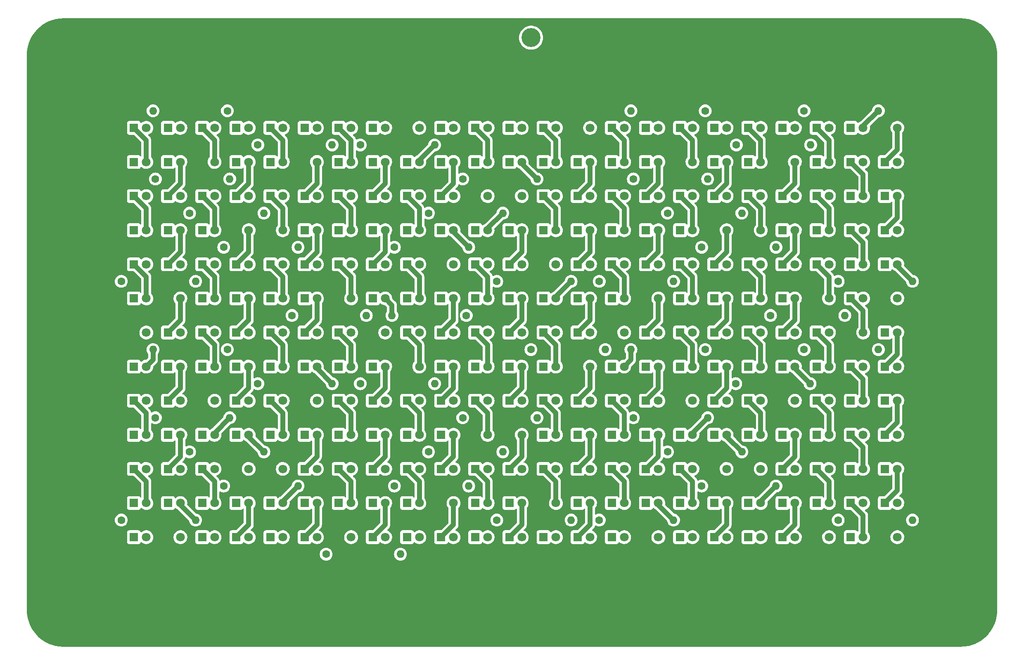
<source format=gbr>
%TF.GenerationSoftware,KiCad,Pcbnew,(6.0.6-0)*%
%TF.CreationDate,2022-07-15T18:49:22+02:00*%
%TF.ProjectId,laemp,6c61656d-702e-46b6-9963-61645f706362,1*%
%TF.SameCoordinates,Original*%
%TF.FileFunction,Copper,L2,Bot*%
%TF.FilePolarity,Positive*%
%FSLAX46Y46*%
G04 Gerber Fmt 4.6, Leading zero omitted, Abs format (unit mm)*
G04 Created by KiCad (PCBNEW (6.0.6-0)) date 2022-07-15 18:49:22*
%MOMM*%
%LPD*%
G01*
G04 APERTURE LIST*
G04 Aperture macros list*
%AMRoundRect*
0 Rectangle with rounded corners*
0 $1 Rounding radius*
0 $2 $3 $4 $5 $6 $7 $8 $9 X,Y pos of 4 corners*
0 Add a 4 corners polygon primitive as box body*
4,1,4,$2,$3,$4,$5,$6,$7,$8,$9,$2,$3,0*
0 Add four circle primitives for the rounded corners*
1,1,$1+$1,$2,$3*
1,1,$1+$1,$4,$5*
1,1,$1+$1,$6,$7*
1,1,$1+$1,$8,$9*
0 Add four rect primitives between the rounded corners*
20,1,$1+$1,$2,$3,$4,$5,0*
20,1,$1+$1,$4,$5,$6,$7,0*
20,1,$1+$1,$6,$7,$8,$9,0*
20,1,$1+$1,$8,$9,$2,$3,0*%
G04 Aperture macros list end*
%TA.AperFunction,ComponentPad*%
%ADD10R,1.800000X1.800000*%
%TD*%
%TA.AperFunction,ComponentPad*%
%ADD11C,1.800000*%
%TD*%
%TA.AperFunction,ComponentPad*%
%ADD12RoundRect,0.250002X-1.699998X-1.699998X1.699998X-1.699998X1.699998X1.699998X-1.699998X1.699998X0*%
%TD*%
%TA.AperFunction,ComponentPad*%
%ADD13C,3.900000*%
%TD*%
%TA.AperFunction,ComponentPad*%
%ADD14C,5.400000*%
%TD*%
%TA.AperFunction,ComponentPad*%
%ADD15C,0.800000*%
%TD*%
%TA.AperFunction,ComponentPad*%
%ADD16O,1.600000X1.600000*%
%TD*%
%TA.AperFunction,ComponentPad*%
%ADD17C,1.600000*%
%TD*%
%TA.AperFunction,Conductor*%
%ADD18C,1.000000*%
%TD*%
G04 APERTURE END LIST*
D10*
%TO.P,D236,1,K*%
%TO.N,Net-(D236-Pad1)*%
X192960000Y-55500000D03*
D11*
%TO.P,D236,2,A*%
%TO.N,Net-(D235-Pad1)*%
X195500000Y-55500000D03*
%TD*%
D10*
%TO.P,D299,1,K*%
%TO.N,GND*%
X220960000Y-48500000D03*
D11*
%TO.P,D299,2,A*%
%TO.N,Net-(D298-Pad1)*%
X223500000Y-48500000D03*
%TD*%
D10*
%TO.P,D79,1,K*%
%TO.N,Net-(D79-Pad1)*%
X108960000Y-48500000D03*
D11*
%TO.P,D79,2,A*%
%TO.N,Net-(D78-Pad1)*%
X111500000Y-48500000D03*
%TD*%
D10*
%TO.P,D92,1,K*%
%TO.N,Net-(D92-Pad1)*%
X115960000Y-132500000D03*
D11*
%TO.P,D92,2,A*%
%TO.N,Net-(D92-Pad2)*%
X118500000Y-132500000D03*
%TD*%
D10*
%TO.P,D23,1,K*%
%TO.N,Net-(D23-Pad1)*%
X73960000Y-69500000D03*
D11*
%TO.P,D23,2,A*%
%TO.N,Net-(D22-Pad1)*%
X76500000Y-69500000D03*
%TD*%
D10*
%TO.P,D228,1,K*%
%TO.N,Net-(D228-Pad1)*%
X185960000Y-90500000D03*
D11*
%TO.P,D228,2,A*%
%TO.N,Net-(D227-Pad1)*%
X188500000Y-90500000D03*
%TD*%
D10*
%TO.P,D128,1,K*%
%TO.N,Net-(D128-Pad1)*%
X129960000Y-62500000D03*
D11*
%TO.P,D128,2,A*%
%TO.N,Net-(D127-Pad1)*%
X132500000Y-62500000D03*
%TD*%
D10*
%TO.P,D99,1,K*%
%TO.N,Net-(D100-Pad2)*%
X115960000Y-83500000D03*
D11*
%TO.P,D99,2,A*%
%TO.N,Net-(D99-Pad2)*%
X118500000Y-83500000D03*
%TD*%
D10*
%TO.P,D157,1,K*%
%TO.N,Net-(D157-Pad1)*%
X150960000Y-48500000D03*
D11*
%TO.P,D157,2,A*%
%TO.N,Net-(D156-Pad1)*%
X153500000Y-48500000D03*
%TD*%
D10*
%TO.P,D280,1,K*%
%TO.N,GND*%
X213960000Y-90500000D03*
D11*
%TO.P,D280,2,A*%
%TO.N,Net-(D279-Pad1)*%
X216500000Y-90500000D03*
%TD*%
D10*
%TO.P,D100,1,K*%
%TO.N,Net-(D100-Pad1)*%
X115960000Y-76500000D03*
D11*
%TO.P,D100,2,A*%
%TO.N,Net-(D100-Pad2)*%
X118500000Y-76500000D03*
%TD*%
D10*
%TO.P,D25,1,K*%
%TO.N,Net-(D25-Pad1)*%
X73960000Y-55500000D03*
D11*
%TO.P,D25,2,A*%
%TO.N,Net-(D24-Pad1)*%
X76500000Y-55500000D03*
%TD*%
D10*
%TO.P,D192,1,K*%
%TO.N,Net-(D192-Pad1)*%
X164960000Y-111500000D03*
D11*
%TO.P,D192,2,A*%
%TO.N,Net-(D191-Pad1)*%
X167500000Y-111500000D03*
%TD*%
D10*
%TO.P,D289,1,K*%
%TO.N,Net-(D289-Pad1)*%
X220960000Y-118500000D03*
D11*
%TO.P,D289,2,A*%
%TO.N,Net-(D288-Pad1)*%
X223500000Y-118500000D03*
%TD*%
D10*
%TO.P,D231,1,K*%
%TO.N,GND*%
X185960000Y-69500000D03*
D11*
%TO.P,D231,2,A*%
%TO.N,Net-(D230-Pad1)*%
X188500000Y-69500000D03*
%TD*%
D10*
%TO.P,D204,1,K*%
%TO.N,Net-(D204-Pad1)*%
X171960000Y-76500000D03*
D11*
%TO.P,D204,2,A*%
%TO.N,Net-(D204-Pad2)*%
X174500000Y-76500000D03*
%TD*%
D10*
%TO.P,D219,1,K*%
%TO.N,Net-(D219-Pad1)*%
X178960000Y-118500000D03*
D11*
%TO.P,D219,2,A*%
%TO.N,Net-(D218-Pad1)*%
X181500000Y-118500000D03*
%TD*%
D10*
%TO.P,D9,1,K*%
%TO.N,Net-(D10-Pad2)*%
X66960000Y-104500000D03*
D11*
%TO.P,D9,2,A*%
%TO.N,Net-(D8-Pad1)*%
X69500000Y-104500000D03*
%TD*%
D10*
%TO.P,D242,1,K*%
%TO.N,Net-(D242-Pad1)*%
X192960000Y-97500000D03*
D11*
%TO.P,D242,2,A*%
%TO.N,Net-(D241-Pad1)*%
X195500000Y-97500000D03*
%TD*%
D10*
%TO.P,D40,1,K*%
%TO.N,Net-(D40-Pad1)*%
X87960000Y-132500000D03*
D11*
%TO.P,D40,2,A*%
%TO.N,Net-(D39-Pad1)*%
X90500000Y-132500000D03*
%TD*%
D10*
%TO.P,D20,1,K*%
%TO.N,Net-(D20-Pad1)*%
X73960000Y-90500000D03*
D11*
%TO.P,D20,2,A*%
%TO.N,Net-(D19-Pad1)*%
X76500000Y-90500000D03*
%TD*%
D10*
%TO.P,D45,1,K*%
%TO.N,Net-(D45-Pad1)*%
X87960000Y-97500000D03*
D11*
%TO.P,D45,2,A*%
%TO.N,Net-(D44-Pad1)*%
X90500000Y-97500000D03*
%TD*%
D10*
%TO.P,D267,1,K*%
%TO.N,Net-(D267-Pad1)*%
X206960000Y-90500000D03*
D11*
%TO.P,D267,2,A*%
%TO.N,Net-(D267-Pad2)*%
X209500000Y-90500000D03*
%TD*%
D10*
%TO.P,D82,1,K*%
%TO.N,Net-(D82-Pad1)*%
X108960000Y-69500000D03*
D11*
%TO.P,D82,2,A*%
%TO.N,Net-(D81-Pad1)*%
X111500000Y-69500000D03*
%TD*%
D10*
%TO.P,D70,1,K*%
%TO.N,GND*%
X101960000Y-104500000D03*
D11*
%TO.P,D70,2,A*%
%TO.N,Net-(D69-Pad1)*%
X104500000Y-104500000D03*
%TD*%
D10*
%TO.P,D12,1,K*%
%TO.N,Net-(D12-Pad1)*%
X66960000Y-125500000D03*
D11*
%TO.P,D12,2,A*%
%TO.N,Net-(D11-Pad1)*%
X69500000Y-125500000D03*
%TD*%
D10*
%TO.P,D47,1,K*%
%TO.N,Net-(D47-Pad1)*%
X87960000Y-83500000D03*
D11*
%TO.P,D47,2,A*%
%TO.N,Net-(D46-Pad1)*%
X90500000Y-83500000D03*
%TD*%
D10*
%TO.P,D154,1,K*%
%TO.N,GND*%
X143960000Y-62500000D03*
D11*
%TO.P,D154,2,A*%
%TO.N,Net-(D153-Pad1)*%
X146500000Y-62500000D03*
%TD*%
D10*
%TO.P,D271,1,K*%
%TO.N,Net-(D271-Pad1)*%
X206960000Y-118500000D03*
D11*
%TO.P,D271,2,A*%
%TO.N,Net-(D270-Pad1)*%
X209500000Y-118500000D03*
%TD*%
D10*
%TO.P,D106,1,K*%
%TO.N,Net-(D106-Pad1)*%
X122960000Y-55500000D03*
D11*
%TO.P,D106,2,A*%
%TO.N,Net-(D106-Pad2)*%
X125500000Y-55500000D03*
%TD*%
D10*
%TO.P,D78,1,K*%
%TO.N,Net-(D78-Pad1)*%
X101960000Y-48500000D03*
D11*
%TO.P,D78,2,A*%
%TO.N,Net-(D78-Pad2)*%
X104500000Y-48500000D03*
%TD*%
D10*
%TO.P,D269,1,K*%
%TO.N,Net-(D269-Pad1)*%
X206960000Y-104500000D03*
D11*
%TO.P,D269,2,A*%
%TO.N,Net-(D268-Pad1)*%
X209500000Y-104500000D03*
%TD*%
D10*
%TO.P,D145,1,K*%
%TO.N,Net-(D145-Pad1)*%
X143960000Y-125500000D03*
D11*
%TO.P,D145,2,A*%
%TO.N,Net-(D144-Pad1)*%
X146500000Y-125500000D03*
%TD*%
D10*
%TO.P,D216,1,K*%
%TO.N,Net-(D216-Pad1)*%
X178960000Y-97500000D03*
D11*
%TO.P,D216,2,A*%
%TO.N,Net-(D215-Pad1)*%
X181500000Y-97500000D03*
%TD*%
D10*
%TO.P,D152,1,K*%
%TO.N,Net-(D152-Pad1)*%
X143960000Y-76500000D03*
D11*
%TO.P,D152,2,A*%
%TO.N,Net-(D151-Pad1)*%
X146500000Y-76500000D03*
%TD*%
D10*
%TO.P,D16,1,K*%
%TO.N,Net-(D16-Pad1)*%
X73960000Y-118500000D03*
D11*
%TO.P,D16,2,A*%
%TO.N,Net-(D15-Pad1)*%
X76500000Y-118500000D03*
%TD*%
D10*
%TO.P,D234,1,K*%
%TO.N,Net-(D234-Pad1)*%
X185960000Y-48500000D03*
D11*
%TO.P,D234,2,A*%
%TO.N,Net-(D233-Pad1)*%
X188500000Y-48500000D03*
%TD*%
D10*
%TO.P,D266,1,K*%
%TO.N,GND*%
X206960000Y-83500000D03*
D11*
%TO.P,D266,2,A*%
%TO.N,Net-(D265-Pad1)*%
X209500000Y-83500000D03*
%TD*%
D10*
%TO.P,D189,1,K*%
%TO.N,GND*%
X164960000Y-90500000D03*
D11*
%TO.P,D189,2,A*%
%TO.N,Net-(D188-Pad1)*%
X167500000Y-90500000D03*
%TD*%
D10*
%TO.P,D181,1,K*%
%TO.N,Net-(D181-Pad1)*%
X157960000Y-55500000D03*
D11*
%TO.P,D181,2,A*%
%TO.N,Net-(D180-Pad1)*%
X160500000Y-55500000D03*
%TD*%
D10*
%TO.P,D89,1,K*%
%TO.N,Net-(D89-Pad1)*%
X108960000Y-118500000D03*
D11*
%TO.P,D89,2,A*%
%TO.N,Net-(D88-Pad1)*%
X111500000Y-118500000D03*
%TD*%
D10*
%TO.P,D209,1,K*%
%TO.N,Net-(D209-Pad1)*%
X178960000Y-48500000D03*
D11*
%TO.P,D209,2,A*%
%TO.N,Net-(D208-Pad1)*%
X181500000Y-48500000D03*
%TD*%
D10*
%TO.P,D224,1,K*%
%TO.N,GND*%
X185960000Y-118500000D03*
D11*
%TO.P,D224,2,A*%
%TO.N,Net-(D223-Pad1)*%
X188500000Y-118500000D03*
%TD*%
D10*
%TO.P,D19,1,K*%
%TO.N,Net-(D19-Pad1)*%
X73960000Y-97500000D03*
D11*
%TO.P,D19,2,A*%
%TO.N,Net-(D18-Pad1)*%
X76500000Y-97500000D03*
%TD*%
D10*
%TO.P,D2,1,K*%
%TO.N,Net-(D2-Pad1)*%
X66960000Y-55500000D03*
D11*
%TO.P,D2,2,A*%
%TO.N,Net-(D1-Pad1)*%
X69500000Y-55500000D03*
%TD*%
D10*
%TO.P,D141,1,K*%
%TO.N,Net-(D141-Pad1)*%
X136960000Y-118500000D03*
D11*
%TO.P,D141,2,A*%
%TO.N,Net-(D141-Pad2)*%
X139500000Y-118500000D03*
%TD*%
D10*
%TO.P,D91,1,K*%
%TO.N,GND*%
X108960000Y-132500000D03*
D11*
%TO.P,D91,2,A*%
%TO.N,Net-(D90-Pad1)*%
X111500000Y-132500000D03*
%TD*%
D10*
%TO.P,D150,1,K*%
%TO.N,Net-(D150-Pad1)*%
X143960000Y-90500000D03*
D11*
%TO.P,D150,2,A*%
%TO.N,Net-(D149-Pad1)*%
X146500000Y-90500000D03*
%TD*%
D10*
%TO.P,D277,1,K*%
%TO.N,Net-(D277-Pad1)*%
X213960000Y-69500000D03*
D11*
%TO.P,D277,2,A*%
%TO.N,Net-(D276-Pad1)*%
X216500000Y-69500000D03*
%TD*%
D10*
%TO.P,D118,1,K*%
%TO.N,Net-(D118-Pad1)*%
X129960000Y-132500000D03*
D11*
%TO.P,D118,2,A*%
%TO.N,Net-(D117-Pad1)*%
X132500000Y-132500000D03*
%TD*%
D10*
%TO.P,D33,1,K*%
%TO.N,Net-(D33-Pad1)*%
X80960000Y-90500000D03*
D11*
%TO.P,D33,2,A*%
%TO.N,Net-(D32-Pad1)*%
X83500000Y-90500000D03*
%TD*%
D10*
%TO.P,D188,1,K*%
%TO.N,Net-(D188-Pad1)*%
X164960000Y-83500000D03*
D11*
%TO.P,D188,2,A*%
%TO.N,Net-(D187-Pad1)*%
X167500000Y-83500000D03*
%TD*%
D10*
%TO.P,D143,1,K*%
%TO.N,Net-(D143-Pad1)*%
X136960000Y-132500000D03*
D11*
%TO.P,D143,2,A*%
%TO.N,Net-(D142-Pad1)*%
X139500000Y-132500000D03*
%TD*%
D10*
%TO.P,D206,1,K*%
%TO.N,Net-(D206-Pad1)*%
X171960000Y-62500000D03*
D11*
%TO.P,D206,2,A*%
%TO.N,Net-(D205-Pad1)*%
X174500000Y-62500000D03*
%TD*%
D10*
%TO.P,D121,1,K*%
%TO.N,Net-(D121-Pad1)*%
X129960000Y-111500000D03*
D11*
%TO.P,D121,2,A*%
%TO.N,Net-(D120-Pad1)*%
X132500000Y-111500000D03*
%TD*%
D10*
%TO.P,D151,1,K*%
%TO.N,Net-(D151-Pad1)*%
X143960000Y-83500000D03*
D11*
%TO.P,D151,2,A*%
%TO.N,Net-(D150-Pad1)*%
X146500000Y-83500000D03*
%TD*%
D10*
%TO.P,D21,1,K*%
%TO.N,GND*%
X73960000Y-83500000D03*
D11*
%TO.P,D21,2,A*%
%TO.N,Net-(D20-Pad1)*%
X76500000Y-83500000D03*
%TD*%
D10*
%TO.P,D113,1,K*%
%TO.N,Net-(D113-Pad1)*%
X122960000Y-104500000D03*
D11*
%TO.P,D113,2,A*%
%TO.N,Net-(D113-Pad2)*%
X125500000Y-104500000D03*
%TD*%
D10*
%TO.P,D29,1,K*%
%TO.N,Net-(D29-Pad1)*%
X80960000Y-62500000D03*
D11*
%TO.P,D29,2,A*%
%TO.N,Net-(D29-Pad2)*%
X83500000Y-62500000D03*
%TD*%
D10*
%TO.P,D124,1,K*%
%TO.N,Net-(D124-Pad1)*%
X129960000Y-90500000D03*
D11*
%TO.P,D124,2,A*%
%TO.N,Net-(D123-Pad1)*%
X132500000Y-90500000D03*
%TD*%
D10*
%TO.P,D133,1,K*%
%TO.N,GND*%
X136960000Y-62500000D03*
D11*
%TO.P,D133,2,A*%
%TO.N,Net-(D132-Pad1)*%
X139500000Y-62500000D03*
%TD*%
D10*
%TO.P,D295,1,K*%
%TO.N,Net-(D295-Pad1)*%
X220960000Y-76500000D03*
D11*
%TO.P,D295,2,A*%
%TO.N,Net-(D295-Pad2)*%
X223500000Y-76500000D03*
%TD*%
D10*
%TO.P,D173,1,K*%
%TO.N,Net-(D173-Pad1)*%
X157960000Y-111500000D03*
D11*
%TO.P,D173,2,A*%
%TO.N,Net-(D172-Pad1)*%
X160500000Y-111500000D03*
%TD*%
D10*
%TO.P,D60,1,K*%
%TO.N,Net-(D60-Pad1)*%
X94960000Y-97500000D03*
D11*
%TO.P,D60,2,A*%
%TO.N,Net-(D59-Pad1)*%
X97500000Y-97500000D03*
%TD*%
D10*
%TO.P,D174,1,K*%
%TO.N,Net-(D174-Pad1)*%
X157960000Y-104500000D03*
D11*
%TO.P,D174,2,A*%
%TO.N,Net-(D173-Pad1)*%
X160500000Y-104500000D03*
%TD*%
D10*
%TO.P,D285,1,K*%
%TO.N,Net-(D285-Pad1)*%
X213960000Y-125500000D03*
D11*
%TO.P,D285,2,A*%
%TO.N,Net-(D284-Pad1)*%
X216500000Y-125500000D03*
%TD*%
D10*
%TO.P,D24,1,K*%
%TO.N,Net-(D24-Pad1)*%
X73960000Y-62500000D03*
D11*
%TO.P,D24,2,A*%
%TO.N,Net-(D23-Pad1)*%
X76500000Y-62500000D03*
%TD*%
D10*
%TO.P,D74,1,K*%
%TO.N,Net-(D74-Pad1)*%
X101960000Y-76500000D03*
D11*
%TO.P,D74,2,A*%
%TO.N,Net-(D73-Pad1)*%
X104500000Y-76500000D03*
%TD*%
D10*
%TO.P,D116,1,K*%
%TO.N,Net-(D116-Pad1)*%
X122960000Y-125500000D03*
D11*
%TO.P,D116,2,A*%
%TO.N,Net-(D115-Pad1)*%
X125500000Y-125500000D03*
%TD*%
D12*
%TO.P,J1,1,Pin_1*%
%TO.N,GND*%
X140600000Y-30000000D03*
D13*
%TO.P,J1,2,Pin_2*%
%TO.N,+24V*%
X148400000Y-30000000D03*
%TD*%
D10*
%TO.P,D183,1,K*%
%TO.N,Net-(D183-Pad1)*%
X164960000Y-48500000D03*
D11*
%TO.P,D183,2,A*%
%TO.N,Net-(D183-Pad2)*%
X167500000Y-48500000D03*
%TD*%
D10*
%TO.P,D230,1,K*%
%TO.N,Net-(D230-Pad1)*%
X185960000Y-76500000D03*
D11*
%TO.P,D230,2,A*%
%TO.N,Net-(D229-Pad1)*%
X188500000Y-76500000D03*
%TD*%
D10*
%TO.P,D17,1,K*%
%TO.N,Net-(D17-Pad1)*%
X73960000Y-111500000D03*
D11*
%TO.P,D17,2,A*%
%TO.N,Net-(D16-Pad1)*%
X76500000Y-111500000D03*
%TD*%
D10*
%TO.P,D235,1,K*%
%TO.N,Net-(D235-Pad1)*%
X192960000Y-48500000D03*
D11*
%TO.P,D235,2,A*%
%TO.N,Net-(D234-Pad1)*%
X195500000Y-48500000D03*
%TD*%
D10*
%TO.P,D223,1,K*%
%TO.N,Net-(D223-Pad1)*%
X185960000Y-125500000D03*
D11*
%TO.P,D223,2,A*%
%TO.N,Net-(D222-Pad1)*%
X188500000Y-125500000D03*
%TD*%
D10*
%TO.P,D175,1,K*%
%TO.N,GND*%
X157960000Y-97500000D03*
D11*
%TO.P,D175,2,A*%
%TO.N,Net-(D174-Pad1)*%
X160500000Y-97500000D03*
%TD*%
D10*
%TO.P,D105,1,K*%
%TO.N,GND*%
X122960000Y-48500000D03*
D11*
%TO.P,D105,2,A*%
%TO.N,Net-(D104-Pad1)*%
X125500000Y-48500000D03*
%TD*%
D10*
%TO.P,D122,1,K*%
%TO.N,Net-(D122-Pad1)*%
X129960000Y-104500000D03*
D11*
%TO.P,D122,2,A*%
%TO.N,Net-(D121-Pad1)*%
X132500000Y-104500000D03*
%TD*%
D10*
%TO.P,D168,1,K*%
%TO.N,GND*%
X150960000Y-125500000D03*
D11*
%TO.P,D168,2,A*%
%TO.N,Net-(D167-Pad1)*%
X153500000Y-125500000D03*
%TD*%
D10*
%TO.P,D28,1,K*%
%TO.N,GND*%
X80960000Y-55500000D03*
D11*
%TO.P,D28,2,A*%
%TO.N,Net-(D27-Pad1)*%
X83500000Y-55500000D03*
%TD*%
D10*
%TO.P,D247,1,K*%
%TO.N,Net-(D247-Pad1)*%
X192960000Y-132500000D03*
D11*
%TO.P,D247,2,A*%
%TO.N,Net-(D246-Pad1)*%
X195500000Y-132500000D03*
%TD*%
D10*
%TO.P,D149,1,K*%
%TO.N,Net-(D149-Pad1)*%
X143960000Y-97500000D03*
D11*
%TO.P,D149,2,A*%
%TO.N,Net-(D148-Pad1)*%
X146500000Y-97500000D03*
%TD*%
D10*
%TO.P,D72,1,K*%
%TO.N,Net-(D72-Pad1)*%
X101960000Y-90500000D03*
D11*
%TO.P,D72,2,A*%
%TO.N,Net-(D71-Pad1)*%
X104500000Y-90500000D03*
%TD*%
D10*
%TO.P,D256,1,K*%
%TO.N,Net-(D256-Pad1)*%
X199960000Y-76500000D03*
D11*
%TO.P,D256,2,A*%
%TO.N,Net-(D255-Pad1)*%
X202500000Y-76500000D03*
%TD*%
D10*
%TO.P,D294,1,K*%
%TO.N,GND*%
X220960000Y-83500000D03*
D11*
%TO.P,D294,2,A*%
%TO.N,Net-(D293-Pad1)*%
X223500000Y-83500000D03*
%TD*%
D10*
%TO.P,D220,1,K*%
%TO.N,Net-(D220-Pad1)*%
X178960000Y-125500000D03*
D11*
%TO.P,D220,2,A*%
%TO.N,Net-(D219-Pad1)*%
X181500000Y-125500000D03*
%TD*%
D10*
%TO.P,D218,1,K*%
%TO.N,Net-(D218-Pad1)*%
X178960000Y-111500000D03*
D11*
%TO.P,D218,2,A*%
%TO.N,Net-(D218-Pad2)*%
X181500000Y-111500000D03*
%TD*%
D10*
%TO.P,D4,1,K*%
%TO.N,Net-(D4-Pad1)*%
X66960000Y-69500000D03*
D11*
%TO.P,D4,2,A*%
%TO.N,Net-(D3-Pad1)*%
X69500000Y-69500000D03*
%TD*%
D10*
%TO.P,D46,1,K*%
%TO.N,Net-(D46-Pad1)*%
X87960000Y-90500000D03*
D11*
%TO.P,D46,2,A*%
%TO.N,Net-(D45-Pad1)*%
X90500000Y-90500000D03*
%TD*%
D10*
%TO.P,D184,1,K*%
%TO.N,Net-(D184-Pad1)*%
X164960000Y-55500000D03*
D11*
%TO.P,D184,2,A*%
%TO.N,Net-(D183-Pad1)*%
X167500000Y-55500000D03*
%TD*%
D10*
%TO.P,D286,1,K*%
%TO.N,Net-(D286-Pad1)*%
X213960000Y-132500000D03*
D11*
%TO.P,D286,2,A*%
%TO.N,Net-(D285-Pad1)*%
X216500000Y-132500000D03*
%TD*%
D10*
%TO.P,D94,1,K*%
%TO.N,Net-(D94-Pad1)*%
X115960000Y-118500000D03*
D11*
%TO.P,D94,2,A*%
%TO.N,Net-(D93-Pad1)*%
X118500000Y-118500000D03*
%TD*%
D10*
%TO.P,D10,1,K*%
%TO.N,Net-(D10-Pad1)*%
X66960000Y-111500000D03*
D11*
%TO.P,D10,2,A*%
%TO.N,Net-(D10-Pad2)*%
X69500000Y-111500000D03*
%TD*%
D10*
%TO.P,D131,1,K*%
%TO.N,Net-(D131-Pad1)*%
X136960000Y-48500000D03*
D11*
%TO.P,D131,2,A*%
%TO.N,Net-(D130-Pad1)*%
X139500000Y-48500000D03*
%TD*%
D10*
%TO.P,D11,1,K*%
%TO.N,Net-(D11-Pad1)*%
X66960000Y-118500000D03*
D11*
%TO.P,D11,2,A*%
%TO.N,Net-(D10-Pad1)*%
X69500000Y-118500000D03*
%TD*%
D10*
%TO.P,D130,1,K*%
%TO.N,Net-(D130-Pad1)*%
X129960000Y-48500000D03*
D11*
%TO.P,D130,2,A*%
%TO.N,Net-(D129-Pad1)*%
X132500000Y-48500000D03*
%TD*%
D10*
%TO.P,D162,1,K*%
%TO.N,Net-(D162-Pad1)*%
X150960000Y-83500000D03*
D11*
%TO.P,D162,2,A*%
%TO.N,Net-(D162-Pad2)*%
X153500000Y-83500000D03*
%TD*%
D10*
%TO.P,D123,1,K*%
%TO.N,Net-(D123-Pad1)*%
X129960000Y-97500000D03*
D11*
%TO.P,D123,2,A*%
%TO.N,Net-(D122-Pad1)*%
X132500000Y-97500000D03*
%TD*%
D10*
%TO.P,D165,1,K*%
%TO.N,Net-(D165-Pad1)*%
X150960000Y-104500000D03*
D11*
%TO.P,D165,2,A*%
%TO.N,Net-(D164-Pad1)*%
X153500000Y-104500000D03*
%TD*%
D10*
%TO.P,D179,1,K*%
%TO.N,Net-(D179-Pad1)*%
X157960000Y-69500000D03*
D11*
%TO.P,D179,2,A*%
%TO.N,Net-(D178-Pad1)*%
X160500000Y-69500000D03*
%TD*%
D10*
%TO.P,D71,1,K*%
%TO.N,Net-(D71-Pad1)*%
X101960000Y-97500000D03*
D11*
%TO.P,D71,2,A*%
%TO.N,Net-(D71-Pad2)*%
X104500000Y-97500000D03*
%TD*%
D10*
%TO.P,D30,1,K*%
%TO.N,Net-(D30-Pad1)*%
X80960000Y-69500000D03*
D11*
%TO.P,D30,2,A*%
%TO.N,Net-(D29-Pad1)*%
X83500000Y-69500000D03*
%TD*%
D10*
%TO.P,D144,1,K*%
%TO.N,Net-(D144-Pad1)*%
X143960000Y-132500000D03*
D11*
%TO.P,D144,2,A*%
%TO.N,Net-(D143-Pad1)*%
X146500000Y-132500000D03*
%TD*%
D10*
%TO.P,D67,1,K*%
%TO.N,Net-(D67-Pad1)*%
X101960000Y-125500000D03*
D11*
%TO.P,D67,2,A*%
%TO.N,Net-(D66-Pad1)*%
X104500000Y-125500000D03*
%TD*%
D10*
%TO.P,D268,1,K*%
%TO.N,Net-(D268-Pad1)*%
X206960000Y-97500000D03*
D11*
%TO.P,D268,2,A*%
%TO.N,Net-(D267-Pad1)*%
X209500000Y-97500000D03*
%TD*%
D10*
%TO.P,D85,1,K*%
%TO.N,Net-(D85-Pad1)*%
X108960000Y-90500000D03*
D11*
%TO.P,D85,2,A*%
%TO.N,Net-(D85-Pad2)*%
X111500000Y-90500000D03*
%TD*%
D10*
%TO.P,D146,1,K*%
%TO.N,Net-(D146-Pad1)*%
X143960000Y-118500000D03*
D11*
%TO.P,D146,2,A*%
%TO.N,Net-(D145-Pad1)*%
X146500000Y-118500000D03*
%TD*%
D10*
%TO.P,D96,1,K*%
%TO.N,Net-(D96-Pad1)*%
X115960000Y-104500000D03*
D11*
%TO.P,D96,2,A*%
%TO.N,Net-(D95-Pad1)*%
X118500000Y-104500000D03*
%TD*%
D10*
%TO.P,D240,1,K*%
%TO.N,Net-(D240-Pad1)*%
X192960000Y-83500000D03*
D11*
%TO.P,D240,2,A*%
%TO.N,Net-(D239-Pad1)*%
X195500000Y-83500000D03*
%TD*%
D10*
%TO.P,D44,1,K*%
%TO.N,Net-(D44-Pad1)*%
X87960000Y-104500000D03*
D11*
%TO.P,D44,2,A*%
%TO.N,Net-(D43-Pad1)*%
X90500000Y-104500000D03*
%TD*%
D10*
%TO.P,D102,1,K*%
%TO.N,Net-(D102-Pad1)*%
X115960000Y-62500000D03*
D11*
%TO.P,D102,2,A*%
%TO.N,Net-(D101-Pad1)*%
X118500000Y-62500000D03*
%TD*%
D10*
%TO.P,D178,1,K*%
%TO.N,Net-(D178-Pad1)*%
X157960000Y-76500000D03*
D11*
%TO.P,D178,2,A*%
%TO.N,Net-(D177-Pad1)*%
X160500000Y-76500000D03*
%TD*%
D10*
%TO.P,D83,1,K*%
%TO.N,Net-(D83-Pad1)*%
X108960000Y-76500000D03*
D11*
%TO.P,D83,2,A*%
%TO.N,Net-(D82-Pad1)*%
X111500000Y-76500000D03*
%TD*%
D10*
%TO.P,D199,1,K*%
%TO.N,Net-(D199-Pad1)*%
X171960000Y-111500000D03*
D11*
%TO.P,D199,2,A*%
%TO.N,Net-(D198-Pad1)*%
X174500000Y-111500000D03*
%TD*%
D10*
%TO.P,D35,1,K*%
%TO.N,GND*%
X80960000Y-104500000D03*
D11*
%TO.P,D35,2,A*%
%TO.N,Net-(D34-Pad1)*%
X83500000Y-104500000D03*
%TD*%
D10*
%TO.P,D148,1,K*%
%TO.N,Net-(D148-Pad1)*%
X143960000Y-104500000D03*
D11*
%TO.P,D148,2,A*%
%TO.N,Net-(D148-Pad2)*%
X146500000Y-104500000D03*
%TD*%
D14*
%TO.P,H2,1,1*%
%TO.N,GND*%
X236500000Y-33500000D03*
D15*
X234475000Y-33500000D03*
X237931891Y-34931891D03*
X235068109Y-34931891D03*
X235068109Y-32068109D03*
X236500000Y-35525000D03*
X238525000Y-33500000D03*
X237931891Y-32068109D03*
X236500000Y-31475000D03*
%TD*%
D10*
%TO.P,D90,1,K*%
%TO.N,Net-(D90-Pad1)*%
X108960000Y-125500000D03*
D11*
%TO.P,D90,2,A*%
%TO.N,Net-(D89-Pad1)*%
X111500000Y-125500000D03*
%TD*%
D10*
%TO.P,D147,1,K*%
%TO.N,GND*%
X143960000Y-111500000D03*
D11*
%TO.P,D147,2,A*%
%TO.N,Net-(D146-Pad1)*%
X146500000Y-111500000D03*
%TD*%
D14*
%TO.P,H6,1,1*%
%TO.N,GND*%
X52500000Y-147500000D03*
D15*
X53931891Y-148931891D03*
X52500000Y-149525000D03*
X52500000Y-145475000D03*
X53931891Y-146068109D03*
X54525000Y-147500000D03*
X50475000Y-147500000D03*
X51068109Y-148931891D03*
X51068109Y-146068109D03*
%TD*%
D10*
%TO.P,D172,1,K*%
%TO.N,Net-(D172-Pad1)*%
X157960000Y-118500000D03*
D11*
%TO.P,D172,2,A*%
%TO.N,Net-(D171-Pad1)*%
X160500000Y-118500000D03*
%TD*%
D10*
%TO.P,D7,1,K*%
%TO.N,GND*%
X66960000Y-90500000D03*
D11*
%TO.P,D7,2,A*%
%TO.N,Net-(D6-Pad1)*%
X69500000Y-90500000D03*
%TD*%
D10*
%TO.P,D239,1,K*%
%TO.N,Net-(D239-Pad1)*%
X192960000Y-76500000D03*
D11*
%TO.P,D239,2,A*%
%TO.N,Net-(D239-Pad2)*%
X195500000Y-76500000D03*
%TD*%
D10*
%TO.P,D13,1,K*%
%TO.N,Net-(D13-Pad1)*%
X66960000Y-132500000D03*
D11*
%TO.P,D13,2,A*%
%TO.N,Net-(D12-Pad1)*%
X69500000Y-132500000D03*
%TD*%
D10*
%TO.P,D195,1,K*%
%TO.N,Net-(D195-Pad1)*%
X164960000Y-132500000D03*
D11*
%TO.P,D195,2,A*%
%TO.N,Net-(D194-Pad1)*%
X167500000Y-132500000D03*
%TD*%
D10*
%TO.P,D156,1,K*%
%TO.N,Net-(D156-Pad1)*%
X143960000Y-48500000D03*
D11*
%TO.P,D156,2,A*%
%TO.N,Net-(D155-Pad1)*%
X146500000Y-48500000D03*
%TD*%
D14*
%TO.P,H4,1,1*%
%TO.N,GND*%
X236500000Y-147500000D03*
D15*
X235068109Y-148931891D03*
X236500000Y-149525000D03*
X237931891Y-148931891D03*
X238525000Y-147500000D03*
X235068109Y-146068109D03*
X234475000Y-147500000D03*
X237931891Y-146068109D03*
X236500000Y-145475000D03*
%TD*%
D10*
%TO.P,D276,1,K*%
%TO.N,Net-(D276-Pad1)*%
X213960000Y-62500000D03*
D11*
%TO.P,D276,2,A*%
%TO.N,Net-(D275-Pad1)*%
X216500000Y-62500000D03*
%TD*%
D10*
%TO.P,D237,1,K*%
%TO.N,Net-(D237-Pad1)*%
X192960000Y-62500000D03*
D11*
%TO.P,D237,2,A*%
%TO.N,Net-(D236-Pad1)*%
X195500000Y-62500000D03*
%TD*%
D10*
%TO.P,D88,1,K*%
%TO.N,Net-(D88-Pad1)*%
X108960000Y-111500000D03*
D11*
%TO.P,D88,2,A*%
%TO.N,Net-(D87-Pad1)*%
X111500000Y-111500000D03*
%TD*%
D10*
%TO.P,D120,1,K*%
%TO.N,Net-(D120-Pad1)*%
X129960000Y-118500000D03*
D11*
%TO.P,D120,2,A*%
%TO.N,Net-(D120-Pad2)*%
X132500000Y-118500000D03*
%TD*%
D10*
%TO.P,D119,1,K*%
%TO.N,GND*%
X129960000Y-125500000D03*
D11*
%TO.P,D119,2,A*%
%TO.N,Net-(D118-Pad1)*%
X132500000Y-125500000D03*
%TD*%
D10*
%TO.P,D109,1,K*%
%TO.N,Net-(D109-Pad1)*%
X122960000Y-76500000D03*
D11*
%TO.P,D109,2,A*%
%TO.N,Net-(D108-Pad1)*%
X125500000Y-76500000D03*
%TD*%
D10*
%TO.P,D66,1,K*%
%TO.N,Net-(D66-Pad1)*%
X101960000Y-132500000D03*
D11*
%TO.P,D66,2,A*%
%TO.N,Net-(D65-Pad1)*%
X104500000Y-132500000D03*
%TD*%
D10*
%TO.P,D80,1,K*%
%TO.N,Net-(D80-Pad1)*%
X108960000Y-55500000D03*
D11*
%TO.P,D80,2,A*%
%TO.N,Net-(D79-Pad1)*%
X111500000Y-55500000D03*
%TD*%
D10*
%TO.P,D126,1,K*%
%TO.N,GND*%
X129960000Y-76500000D03*
D11*
%TO.P,D126,2,A*%
%TO.N,Net-(D125-Pad1)*%
X132500000Y-76500000D03*
%TD*%
D10*
%TO.P,D161,1,K*%
%TO.N,GND*%
X150960000Y-76500000D03*
D11*
%TO.P,D161,2,A*%
%TO.N,Net-(D160-Pad1)*%
X153500000Y-76500000D03*
%TD*%
D10*
%TO.P,D258,1,K*%
%TO.N,Net-(D258-Pad1)*%
X199960000Y-62500000D03*
D11*
%TO.P,D258,2,A*%
%TO.N,Net-(D257-Pad1)*%
X202500000Y-62500000D03*
%TD*%
D10*
%TO.P,D251,1,K*%
%TO.N,Net-(D251-Pad1)*%
X199960000Y-111500000D03*
D11*
%TO.P,D251,2,A*%
%TO.N,Net-(D250-Pad1)*%
X202500000Y-111500000D03*
%TD*%
D10*
%TO.P,D15,1,K*%
%TO.N,Net-(D15-Pad1)*%
X73960000Y-125500000D03*
D11*
%TO.P,D15,2,A*%
%TO.N,Net-(D15-Pad2)*%
X76500000Y-125500000D03*
%TD*%
D10*
%TO.P,D42,1,K*%
%TO.N,GND*%
X87960000Y-118500000D03*
D11*
%TO.P,D42,2,A*%
%TO.N,Net-(D41-Pad1)*%
X90500000Y-118500000D03*
%TD*%
D10*
%TO.P,D260,1,K*%
%TO.N,Net-(D260-Pad1)*%
X199960000Y-48500000D03*
D11*
%TO.P,D260,2,A*%
%TO.N,Net-(D260-Pad2)*%
X202500000Y-48500000D03*
%TD*%
D10*
%TO.P,D134,1,K*%
%TO.N,Net-(D134-Pad1)*%
X136960000Y-69500000D03*
D11*
%TO.P,D134,2,A*%
%TO.N,Net-(D134-Pad2)*%
X139500000Y-69500000D03*
%TD*%
D10*
%TO.P,D115,1,K*%
%TO.N,Net-(D115-Pad1)*%
X122960000Y-118500000D03*
D11*
%TO.P,D115,2,A*%
%TO.N,Net-(D114-Pad1)*%
X125500000Y-118500000D03*
%TD*%
D10*
%TO.P,D142,1,K*%
%TO.N,Net-(D142-Pad1)*%
X136960000Y-125500000D03*
D11*
%TO.P,D142,2,A*%
%TO.N,Net-(D141-Pad1)*%
X139500000Y-125500000D03*
%TD*%
D10*
%TO.P,D291,1,K*%
%TO.N,Net-(D291-Pad1)*%
X220960000Y-104500000D03*
D11*
%TO.P,D291,2,A*%
%TO.N,Net-(D290-Pad1)*%
X223500000Y-104500000D03*
%TD*%
D15*
%TO.P,H3,1,1*%
%TO.N,GND*%
X235068109Y-91931891D03*
X236500000Y-92525000D03*
X238525000Y-90500000D03*
D14*
X236500000Y-90500000D03*
D15*
X234475000Y-90500000D03*
X237931891Y-89068109D03*
X236500000Y-88475000D03*
X237931891Y-91931891D03*
X235068109Y-89068109D03*
%TD*%
D10*
%TO.P,D275,1,K*%
%TO.N,Net-(D275-Pad1)*%
X213960000Y-55500000D03*
D11*
%TO.P,D275,2,A*%
%TO.N,Net-(D274-Pad1)*%
X216500000Y-55500000D03*
%TD*%
D10*
%TO.P,D238,1,K*%
%TO.N,GND*%
X192960000Y-69500000D03*
D11*
%TO.P,D238,2,A*%
%TO.N,Net-(D237-Pad1)*%
X195500000Y-69500000D03*
%TD*%
D10*
%TO.P,D187,1,K*%
%TO.N,Net-(D187-Pad1)*%
X164960000Y-76500000D03*
D11*
%TO.P,D187,2,A*%
%TO.N,Net-(D186-Pad1)*%
X167500000Y-76500000D03*
%TD*%
D10*
%TO.P,D125,1,K*%
%TO.N,Net-(D125-Pad1)*%
X129960000Y-83500000D03*
D11*
%TO.P,D125,2,A*%
%TO.N,Net-(D124-Pad1)*%
X132500000Y-83500000D03*
%TD*%
D10*
%TO.P,D297,1,K*%
%TO.N,Net-(D297-Pad1)*%
X220960000Y-62500000D03*
D11*
%TO.P,D297,2,A*%
%TO.N,Net-(D296-Pad1)*%
X223500000Y-62500000D03*
%TD*%
D10*
%TO.P,D167,1,K*%
%TO.N,Net-(D167-Pad1)*%
X150960000Y-118500000D03*
D11*
%TO.P,D167,2,A*%
%TO.N,Net-(D166-Pad1)*%
X153500000Y-118500000D03*
%TD*%
D10*
%TO.P,D95,1,K*%
%TO.N,Net-(D95-Pad1)*%
X115960000Y-111500000D03*
D11*
%TO.P,D95,2,A*%
%TO.N,Net-(D94-Pad1)*%
X118500000Y-111500000D03*
%TD*%
D10*
%TO.P,D138,1,K*%
%TO.N,Net-(D138-Pad1)*%
X136960000Y-97500000D03*
D11*
%TO.P,D138,2,A*%
%TO.N,Net-(D137-Pad1)*%
X139500000Y-97500000D03*
%TD*%
D10*
%TO.P,D3,1,K*%
%TO.N,Net-(D3-Pad1)*%
X66960000Y-62500000D03*
D11*
%TO.P,D3,2,A*%
%TO.N,Net-(D2-Pad1)*%
X69500000Y-62500000D03*
%TD*%
D10*
%TO.P,D49,1,K*%
%TO.N,GND*%
X87960000Y-69500000D03*
D11*
%TO.P,D49,2,A*%
%TO.N,Net-(D48-Pad1)*%
X90500000Y-69500000D03*
%TD*%
D10*
%TO.P,D107,1,K*%
%TO.N,Net-(D107-Pad1)*%
X122960000Y-62500000D03*
D11*
%TO.P,D107,2,A*%
%TO.N,Net-(D106-Pad1)*%
X125500000Y-62500000D03*
%TD*%
D10*
%TO.P,D274,1,K*%
%TO.N,Net-(D274-Pad1)*%
X213960000Y-48500000D03*
D11*
%TO.P,D274,2,A*%
%TO.N,Net-(D274-Pad2)*%
X216500000Y-48500000D03*
%TD*%
D10*
%TO.P,D98,1,K*%
%TO.N,GND*%
X115960000Y-90500000D03*
D11*
%TO.P,D98,2,A*%
%TO.N,Net-(D97-Pad1)*%
X118500000Y-90500000D03*
%TD*%
D10*
%TO.P,D22,1,K*%
%TO.N,Net-(D22-Pad1)*%
X73960000Y-76500000D03*
D11*
%TO.P,D22,2,A*%
%TO.N,Net-(D22-Pad2)*%
X76500000Y-76500000D03*
%TD*%
D10*
%TO.P,D61,1,K*%
%TO.N,Net-(D61-Pad1)*%
X94960000Y-104500000D03*
D11*
%TO.P,D61,2,A*%
%TO.N,Net-(D60-Pad1)*%
X97500000Y-104500000D03*
%TD*%
D10*
%TO.P,D287,1,K*%
%TO.N,GND*%
X220960000Y-132500000D03*
D11*
%TO.P,D287,2,A*%
%TO.N,Net-(D286-Pad1)*%
X223500000Y-132500000D03*
%TD*%
D10*
%TO.P,D14,1,K*%
%TO.N,GND*%
X73960000Y-132500000D03*
D11*
%TO.P,D14,2,A*%
%TO.N,Net-(D13-Pad1)*%
X76500000Y-132500000D03*
%TD*%
D10*
%TO.P,D77,1,K*%
%TO.N,GND*%
X101960000Y-55500000D03*
D11*
%TO.P,D77,2,A*%
%TO.N,Net-(D76-Pad1)*%
X104500000Y-55500000D03*
%TD*%
D10*
%TO.P,D93,1,K*%
%TO.N,Net-(D93-Pad1)*%
X115960000Y-125500000D03*
D11*
%TO.P,D93,2,A*%
%TO.N,Net-(D92-Pad1)*%
X118500000Y-125500000D03*
%TD*%
D10*
%TO.P,D253,1,K*%
%TO.N,Net-(D253-Pad1)*%
X199960000Y-97500000D03*
D11*
%TO.P,D253,2,A*%
%TO.N,Net-(D253-Pad2)*%
X202500000Y-97500000D03*
%TD*%
D10*
%TO.P,D97,1,K*%
%TO.N,Net-(D97-Pad1)*%
X115960000Y-97500000D03*
D11*
%TO.P,D97,2,A*%
%TO.N,Net-(D96-Pad1)*%
X118500000Y-97500000D03*
%TD*%
D15*
%TO.P,H1,1,1*%
%TO.N,GND*%
X52500000Y-31475000D03*
X51068109Y-32068109D03*
X52500000Y-35525000D03*
X54525000Y-33500000D03*
X50475000Y-33500000D03*
X51068109Y-34931891D03*
D14*
X52500000Y-33500000D03*
D15*
X53931891Y-32068109D03*
X53931891Y-34931891D03*
%TD*%
D10*
%TO.P,D62,1,K*%
%TO.N,Net-(D62-Pad1)*%
X94960000Y-111500000D03*
D11*
%TO.P,D62,2,A*%
%TO.N,Net-(D61-Pad1)*%
X97500000Y-111500000D03*
%TD*%
D10*
%TO.P,D5,1,K*%
%TO.N,Net-(D5-Pad1)*%
X66960000Y-76500000D03*
D11*
%TO.P,D5,2,A*%
%TO.N,Net-(D4-Pad1)*%
X69500000Y-76500000D03*
%TD*%
D10*
%TO.P,D36,1,K*%
%TO.N,Net-(D36-Pad1)*%
X80960000Y-111500000D03*
D11*
%TO.P,D36,2,A*%
%TO.N,Net-(D36-Pad2)*%
X83500000Y-111500000D03*
%TD*%
D10*
%TO.P,D194,1,K*%
%TO.N,Net-(D194-Pad1)*%
X164960000Y-125500000D03*
D11*
%TO.P,D194,2,A*%
%TO.N,Net-(D193-Pad1)*%
X167500000Y-125500000D03*
%TD*%
D10*
%TO.P,D213,1,K*%
%TO.N,Net-(D213-Pad1)*%
X178960000Y-76500000D03*
D11*
%TO.P,D213,2,A*%
%TO.N,Net-(D212-Pad1)*%
X181500000Y-76500000D03*
%TD*%
D10*
%TO.P,D6,1,K*%
%TO.N,Net-(D6-Pad1)*%
X66960000Y-83500000D03*
D11*
%TO.P,D6,2,A*%
%TO.N,Net-(D5-Pad1)*%
X69500000Y-83500000D03*
%TD*%
D10*
%TO.P,D180,1,K*%
%TO.N,Net-(D180-Pad1)*%
X157960000Y-62500000D03*
D11*
%TO.P,D180,2,A*%
%TO.N,Net-(D179-Pad1)*%
X160500000Y-62500000D03*
%TD*%
D10*
%TO.P,D8,1,K*%
%TO.N,Net-(D8-Pad1)*%
X66960000Y-97500000D03*
D11*
%TO.P,D8,2,A*%
%TO.N,Net-(D8-Pad2)*%
X69500000Y-97500000D03*
%TD*%
D10*
%TO.P,D227,1,K*%
%TO.N,Net-(D227-Pad1)*%
X185960000Y-97500000D03*
D11*
%TO.P,D227,2,A*%
%TO.N,Net-(D226-Pad1)*%
X188500000Y-97500000D03*
%TD*%
D10*
%TO.P,D76,1,K*%
%TO.N,Net-(D76-Pad1)*%
X101960000Y-62500000D03*
D11*
%TO.P,D76,2,A*%
%TO.N,Net-(D75-Pad1)*%
X104500000Y-62500000D03*
%TD*%
D10*
%TO.P,D64,1,K*%
%TO.N,Net-(D64-Pad1)*%
X94960000Y-125500000D03*
D11*
%TO.P,D64,2,A*%
%TO.N,Net-(D64-Pad2)*%
X97500000Y-125500000D03*
%TD*%
D10*
%TO.P,D84,1,K*%
%TO.N,GND*%
X108960000Y-83500000D03*
D11*
%TO.P,D84,2,A*%
%TO.N,Net-(D83-Pad1)*%
X111500000Y-83500000D03*
%TD*%
D10*
%TO.P,D104,1,K*%
%TO.N,Net-(D104-Pad1)*%
X115960000Y-48500000D03*
D11*
%TO.P,D104,2,A*%
%TO.N,Net-(D103-Pad1)*%
X118500000Y-48500000D03*
%TD*%
D10*
%TO.P,D136,1,K*%
%TO.N,Net-(D136-Pad1)*%
X136960000Y-83500000D03*
D11*
%TO.P,D136,2,A*%
%TO.N,Net-(D135-Pad1)*%
X139500000Y-83500000D03*
%TD*%
D10*
%TO.P,D68,1,K*%
%TO.N,Net-(D68-Pad1)*%
X101960000Y-118500000D03*
D11*
%TO.P,D68,2,A*%
%TO.N,Net-(D67-Pad1)*%
X104500000Y-118500000D03*
%TD*%
D10*
%TO.P,D212,1,K*%
%TO.N,Net-(D212-Pad1)*%
X178960000Y-69500000D03*
D11*
%TO.P,D212,2,A*%
%TO.N,Net-(D211-Pad1)*%
X181500000Y-69500000D03*
%TD*%
D10*
%TO.P,D111,1,K*%
%TO.N,Net-(D111-Pad1)*%
X122960000Y-90500000D03*
D11*
%TO.P,D111,2,A*%
%TO.N,Net-(D110-Pad1)*%
X125500000Y-90500000D03*
%TD*%
D10*
%TO.P,D182,1,K*%
%TO.N,GND*%
X157960000Y-48500000D03*
D11*
%TO.P,D182,2,A*%
%TO.N,Net-(D181-Pad1)*%
X160500000Y-48500000D03*
%TD*%
D10*
%TO.P,D245,1,K*%
%TO.N,GND*%
X192960000Y-118500000D03*
D11*
%TO.P,D245,2,A*%
%TO.N,Net-(D244-Pad1)*%
X195500000Y-118500000D03*
%TD*%
D10*
%TO.P,D86,1,K*%
%TO.N,Net-(D86-Pad1)*%
X108960000Y-97500000D03*
D11*
%TO.P,D86,2,A*%
%TO.N,Net-(D85-Pad1)*%
X111500000Y-97500000D03*
%TD*%
D10*
%TO.P,D127,1,K*%
%TO.N,Net-(D127-Pad1)*%
X129960000Y-69500000D03*
D11*
%TO.P,D127,2,A*%
%TO.N,Net-(D127-Pad2)*%
X132500000Y-69500000D03*
%TD*%
D10*
%TO.P,D248,1,K*%
%TO.N,Net-(D248-Pad1)*%
X199960000Y-132500000D03*
D11*
%TO.P,D248,2,A*%
%TO.N,Net-(D247-Pad1)*%
X202500000Y-132500000D03*
%TD*%
D10*
%TO.P,D1,1,K*%
%TO.N,Net-(D1-Pad1)*%
X66960000Y-48500000D03*
D11*
%TO.P,D1,2,A*%
%TO.N,Net-(D1-Pad2)*%
X69500000Y-48500000D03*
%TD*%
D10*
%TO.P,D232,1,K*%
%TO.N,Net-(D232-Pad1)*%
X185960000Y-62500000D03*
D11*
%TO.P,D232,2,A*%
%TO.N,Net-(D232-Pad2)*%
X188500000Y-62500000D03*
%TD*%
D10*
%TO.P,D263,1,K*%
%TO.N,Net-(D263-Pad1)*%
X206960000Y-62500000D03*
D11*
%TO.P,D263,2,A*%
%TO.N,Net-(D262-Pad1)*%
X209500000Y-62500000D03*
%TD*%
D10*
%TO.P,D197,1,K*%
%TO.N,Net-(D197-Pad1)*%
X171960000Y-125500000D03*
D11*
%TO.P,D197,2,A*%
%TO.N,Net-(D197-Pad2)*%
X174500000Y-125500000D03*
%TD*%
D10*
%TO.P,D177,1,K*%
%TO.N,Net-(D177-Pad1)*%
X157960000Y-83500000D03*
D11*
%TO.P,D177,2,A*%
%TO.N,Net-(D176-Pad1)*%
X160500000Y-83500000D03*
%TD*%
D10*
%TO.P,D59,1,K*%
%TO.N,Net-(D59-Pad1)*%
X94960000Y-90500000D03*
D11*
%TO.P,D59,2,A*%
%TO.N,Net-(D58-Pad1)*%
X97500000Y-90500000D03*
%TD*%
D10*
%TO.P,D233,1,K*%
%TO.N,Net-(D233-Pad1)*%
X185960000Y-55500000D03*
D11*
%TO.P,D233,2,A*%
%TO.N,Net-(D232-Pad1)*%
X188500000Y-55500000D03*
%TD*%
D10*
%TO.P,D205,1,K*%
%TO.N,Net-(D205-Pad1)*%
X171960000Y-69500000D03*
D11*
%TO.P,D205,2,A*%
%TO.N,Net-(D204-Pad1)*%
X174500000Y-69500000D03*
%TD*%
D10*
%TO.P,D43,1,K*%
%TO.N,Net-(D43-Pad1)*%
X87960000Y-111500000D03*
D11*
%TO.P,D43,2,A*%
%TO.N,Net-(D43-Pad2)*%
X90500000Y-111500000D03*
%TD*%
D10*
%TO.P,D202,1,K*%
%TO.N,Net-(D202-Pad1)*%
X171960000Y-90500000D03*
D11*
%TO.P,D202,2,A*%
%TO.N,Net-(D201-Pad1)*%
X174500000Y-90500000D03*
%TD*%
D10*
%TO.P,D75,1,K*%
%TO.N,Net-(D75-Pad1)*%
X101960000Y-69500000D03*
D11*
%TO.P,D75,2,A*%
%TO.N,Net-(D74-Pad1)*%
X104500000Y-69500000D03*
%TD*%
D10*
%TO.P,D225,1,K*%
%TO.N,Net-(D225-Pad1)*%
X185960000Y-111500000D03*
D11*
%TO.P,D225,2,A*%
%TO.N,Net-(D225-Pad2)*%
X188500000Y-111500000D03*
%TD*%
D10*
%TO.P,D63,1,K*%
%TO.N,GND*%
X94960000Y-118500000D03*
D11*
%TO.P,D63,2,A*%
%TO.N,Net-(D62-Pad1)*%
X97500000Y-118500000D03*
%TD*%
D10*
%TO.P,D81,1,K*%
%TO.N,Net-(D81-Pad1)*%
X108960000Y-62500000D03*
D11*
%TO.P,D81,2,A*%
%TO.N,Net-(D80-Pad1)*%
X111500000Y-62500000D03*
%TD*%
D10*
%TO.P,D226,1,K*%
%TO.N,Net-(D226-Pad1)*%
X185960000Y-104500000D03*
D11*
%TO.P,D226,2,A*%
%TO.N,Net-(D225-Pad1)*%
X188500000Y-104500000D03*
%TD*%
D10*
%TO.P,D137,1,K*%
%TO.N,Net-(D137-Pad1)*%
X136960000Y-90500000D03*
D11*
%TO.P,D137,2,A*%
%TO.N,Net-(D136-Pad1)*%
X139500000Y-90500000D03*
%TD*%
D10*
%TO.P,D132,1,K*%
%TO.N,Net-(D132-Pad1)*%
X136960000Y-55500000D03*
D11*
%TO.P,D132,2,A*%
%TO.N,Net-(D131-Pad1)*%
X139500000Y-55500000D03*
%TD*%
D10*
%TO.P,D252,1,K*%
%TO.N,GND*%
X199960000Y-104500000D03*
D11*
%TO.P,D252,2,A*%
%TO.N,Net-(D251-Pad1)*%
X202500000Y-104500000D03*
%TD*%
D10*
%TO.P,D281,1,K*%
%TO.N,Net-(D281-Pad1)*%
X213960000Y-97500000D03*
D11*
%TO.P,D281,2,A*%
%TO.N,Net-(D281-Pad2)*%
X216500000Y-97500000D03*
%TD*%
D10*
%TO.P,D293,1,K*%
%TO.N,Net-(D293-Pad1)*%
X220960000Y-90500000D03*
D11*
%TO.P,D293,2,A*%
%TO.N,Net-(D292-Pad1)*%
X223500000Y-90500000D03*
%TD*%
D10*
%TO.P,D51,1,K*%
%TO.N,Net-(D51-Pad1)*%
X87960000Y-55500000D03*
D11*
%TO.P,D51,2,A*%
%TO.N,Net-(D50-Pad1)*%
X90500000Y-55500000D03*
%TD*%
D10*
%TO.P,D249,1,K*%
%TO.N,Net-(D249-Pad1)*%
X199960000Y-125500000D03*
D11*
%TO.P,D249,2,A*%
%TO.N,Net-(D248-Pad1)*%
X202500000Y-125500000D03*
%TD*%
D10*
%TO.P,D169,1,K*%
%TO.N,Net-(D169-Pad1)*%
X150960000Y-132500000D03*
D11*
%TO.P,D169,2,A*%
%TO.N,Net-(D169-Pad2)*%
X153500000Y-132500000D03*
%TD*%
D10*
%TO.P,D176,1,K*%
%TO.N,Net-(D176-Pad1)*%
X157960000Y-90500000D03*
D11*
%TO.P,D176,2,A*%
%TO.N,Net-(D176-Pad2)*%
X160500000Y-90500000D03*
%TD*%
D10*
%TO.P,D241,1,K*%
%TO.N,Net-(D241-Pad1)*%
X192960000Y-90500000D03*
D11*
%TO.P,D241,2,A*%
%TO.N,Net-(D240-Pad1)*%
X195500000Y-90500000D03*
%TD*%
D14*
%TO.P,H5,1,1*%
%TO.N,GND*%
X144500000Y-147500000D03*
D15*
X145931891Y-146068109D03*
X143068109Y-146068109D03*
X144500000Y-149525000D03*
X145931891Y-148931891D03*
X142475000Y-147500000D03*
X144500000Y-145475000D03*
X143068109Y-148931891D03*
X146525000Y-147500000D03*
%TD*%
D10*
%TO.P,D166,1,K*%
%TO.N,Net-(D166-Pad1)*%
X150960000Y-111500000D03*
D11*
%TO.P,D166,2,A*%
%TO.N,Net-(D165-Pad1)*%
X153500000Y-111500000D03*
%TD*%
D10*
%TO.P,D153,1,K*%
%TO.N,Net-(D153-Pad1)*%
X143960000Y-69500000D03*
D11*
%TO.P,D153,2,A*%
%TO.N,Net-(D152-Pad1)*%
X146500000Y-69500000D03*
%TD*%
D10*
%TO.P,D211,1,K*%
%TO.N,Net-(D211-Pad1)*%
X178960000Y-62500000D03*
D11*
%TO.P,D211,2,A*%
%TO.N,Net-(D211-Pad2)*%
X181500000Y-62500000D03*
%TD*%
D10*
%TO.P,D50,1,K*%
%TO.N,Net-(D50-Pad1)*%
X87960000Y-62500000D03*
D11*
%TO.P,D50,2,A*%
%TO.N,Net-(D50-Pad2)*%
X90500000Y-62500000D03*
%TD*%
D10*
%TO.P,D158,1,K*%
%TO.N,Net-(D158-Pad1)*%
X150960000Y-55500000D03*
D11*
%TO.P,D158,2,A*%
%TO.N,Net-(D157-Pad1)*%
X153500000Y-55500000D03*
%TD*%
D10*
%TO.P,D73,1,K*%
%TO.N,Net-(D73-Pad1)*%
X101960000Y-83500000D03*
D11*
%TO.P,D73,2,A*%
%TO.N,Net-(D72-Pad1)*%
X104500000Y-83500000D03*
%TD*%
D10*
%TO.P,D87,1,K*%
%TO.N,Net-(D87-Pad1)*%
X108960000Y-104500000D03*
D11*
%TO.P,D87,2,A*%
%TO.N,Net-(D86-Pad1)*%
X111500000Y-104500000D03*
%TD*%
D10*
%TO.P,D282,1,K*%
%TO.N,Net-(D282-Pad1)*%
X213960000Y-104500000D03*
D11*
%TO.P,D282,2,A*%
%TO.N,Net-(D281-Pad1)*%
X216500000Y-104500000D03*
%TD*%
D10*
%TO.P,D254,1,K*%
%TO.N,Net-(D254-Pad1)*%
X199960000Y-90500000D03*
D11*
%TO.P,D254,2,A*%
%TO.N,Net-(D253-Pad1)*%
X202500000Y-90500000D03*
%TD*%
D10*
%TO.P,D217,1,K*%
%TO.N,GND*%
X178960000Y-104500000D03*
D11*
%TO.P,D217,2,A*%
%TO.N,Net-(D216-Pad1)*%
X181500000Y-104500000D03*
%TD*%
D10*
%TO.P,D58,1,K*%
%TO.N,Net-(D58-Pad1)*%
X94960000Y-83500000D03*
D11*
%TO.P,D58,2,A*%
%TO.N,Net-(D57-Pad1)*%
X97500000Y-83500000D03*
%TD*%
D10*
%TO.P,D26,1,K*%
%TO.N,Net-(D26-Pad1)*%
X73960000Y-48500000D03*
D11*
%TO.P,D26,2,A*%
%TO.N,Net-(D25-Pad1)*%
X76500000Y-48500000D03*
%TD*%
D10*
%TO.P,D298,1,K*%
%TO.N,Net-(D298-Pad1)*%
X220960000Y-55500000D03*
D11*
%TO.P,D298,2,A*%
%TO.N,Net-(D297-Pad1)*%
X223500000Y-55500000D03*
%TD*%
D10*
%TO.P,D65,1,K*%
%TO.N,Net-(D65-Pad1)*%
X94960000Y-132500000D03*
D11*
%TO.P,D65,2,A*%
%TO.N,Net-(D64-Pad1)*%
X97500000Y-132500000D03*
%TD*%
D10*
%TO.P,D112,1,K*%
%TO.N,GND*%
X122960000Y-97500000D03*
D11*
%TO.P,D112,2,A*%
%TO.N,Net-(D111-Pad1)*%
X125500000Y-97500000D03*
%TD*%
D10*
%TO.P,D114,1,K*%
%TO.N,Net-(D114-Pad1)*%
X122960000Y-111500000D03*
D11*
%TO.P,D114,2,A*%
%TO.N,Net-(D113-Pad1)*%
X125500000Y-111500000D03*
%TD*%
D10*
%TO.P,D191,1,K*%
%TO.N,Net-(D191-Pad1)*%
X164960000Y-104500000D03*
D11*
%TO.P,D191,2,A*%
%TO.N,Net-(D190-Pad1)*%
X167500000Y-104500000D03*
%TD*%
D10*
%TO.P,D39,1,K*%
%TO.N,Net-(D39-Pad1)*%
X80960000Y-132500000D03*
D11*
%TO.P,D39,2,A*%
%TO.N,Net-(D38-Pad1)*%
X83500000Y-132500000D03*
%TD*%
D10*
%TO.P,D135,1,K*%
%TO.N,Net-(D135-Pad1)*%
X136960000Y-76500000D03*
D11*
%TO.P,D135,2,A*%
%TO.N,Net-(D134-Pad1)*%
X139500000Y-76500000D03*
%TD*%
D10*
%TO.P,D243,1,K*%
%TO.N,Net-(D243-Pad1)*%
X192960000Y-104500000D03*
D11*
%TO.P,D243,2,A*%
%TO.N,Net-(D242-Pad1)*%
X195500000Y-104500000D03*
%TD*%
D10*
%TO.P,D53,1,K*%
%TO.N,Net-(D53-Pad1)*%
X94960000Y-48500000D03*
D11*
%TO.P,D53,2,A*%
%TO.N,Net-(D52-Pad1)*%
X97500000Y-48500000D03*
%TD*%
D10*
%TO.P,D198,1,K*%
%TO.N,Net-(D198-Pad1)*%
X171960000Y-118500000D03*
D11*
%TO.P,D198,2,A*%
%TO.N,Net-(D197-Pad1)*%
X174500000Y-118500000D03*
%TD*%
D10*
%TO.P,D210,1,K*%
%TO.N,GND*%
X178960000Y-55500000D03*
D11*
%TO.P,D210,2,A*%
%TO.N,Net-(D209-Pad1)*%
X181500000Y-55500000D03*
%TD*%
D10*
%TO.P,D170,1,K*%
%TO.N,Net-(D170-Pad1)*%
X157960000Y-132500000D03*
D11*
%TO.P,D170,2,A*%
%TO.N,Net-(D169-Pad1)*%
X160500000Y-132500000D03*
%TD*%
D10*
%TO.P,D288,1,K*%
%TO.N,Net-(D288-Pad1)*%
X220960000Y-125500000D03*
D11*
%TO.P,D288,2,A*%
%TO.N,Net-(D288-Pad2)*%
X223500000Y-125500000D03*
%TD*%
D10*
%TO.P,D101,1,K*%
%TO.N,Net-(D101-Pad1)*%
X115960000Y-69500000D03*
D11*
%TO.P,D101,2,A*%
%TO.N,Net-(D100-Pad1)*%
X118500000Y-69500000D03*
%TD*%
D10*
%TO.P,D37,1,K*%
%TO.N,Net-(D37-Pad1)*%
X80960000Y-118500000D03*
D11*
%TO.P,D37,2,A*%
%TO.N,Net-(D36-Pad1)*%
X83500000Y-118500000D03*
%TD*%
D10*
%TO.P,D255,1,K*%
%TO.N,Net-(D255-Pad1)*%
X199960000Y-83500000D03*
D11*
%TO.P,D255,2,A*%
%TO.N,Net-(D254-Pad1)*%
X202500000Y-83500000D03*
%TD*%
D10*
%TO.P,D296,1,K*%
%TO.N,Net-(D296-Pad1)*%
X220960000Y-69500000D03*
D11*
%TO.P,D296,2,A*%
%TO.N,Net-(D295-Pad1)*%
X223500000Y-69500000D03*
%TD*%
D10*
%TO.P,D250,1,K*%
%TO.N,Net-(D250-Pad1)*%
X199960000Y-118500000D03*
D11*
%TO.P,D250,2,A*%
%TO.N,Net-(D249-Pad1)*%
X202500000Y-118500000D03*
%TD*%
D10*
%TO.P,D279,1,K*%
%TO.N,Net-(D279-Pad1)*%
X213960000Y-83500000D03*
D11*
%TO.P,D279,2,A*%
%TO.N,Net-(D278-Pad1)*%
X216500000Y-83500000D03*
%TD*%
D10*
%TO.P,D38,1,K*%
%TO.N,Net-(D38-Pad1)*%
X80960000Y-125500000D03*
D11*
%TO.P,D38,2,A*%
%TO.N,Net-(D37-Pad1)*%
X83500000Y-125500000D03*
%TD*%
D10*
%TO.P,D155,1,K*%
%TO.N,Net-(D155-Pad1)*%
X143960000Y-55500000D03*
D11*
%TO.P,D155,2,A*%
%TO.N,Net-(D155-Pad2)*%
X146500000Y-55500000D03*
%TD*%
D10*
%TO.P,D69,1,K*%
%TO.N,Net-(D69-Pad1)*%
X101960000Y-111500000D03*
D11*
%TO.P,D69,2,A*%
%TO.N,Net-(D68-Pad1)*%
X104500000Y-111500000D03*
%TD*%
D10*
%TO.P,D34,1,K*%
%TO.N,Net-(D34-Pad1)*%
X80960000Y-97500000D03*
D11*
%TO.P,D34,2,A*%
%TO.N,Net-(D33-Pad1)*%
X83500000Y-97500000D03*
%TD*%
D10*
%TO.P,D31,1,K*%
%TO.N,Net-(D31-Pad1)*%
X80960000Y-76500000D03*
D11*
%TO.P,D31,2,A*%
%TO.N,Net-(D30-Pad1)*%
X83500000Y-76500000D03*
%TD*%
D10*
%TO.P,D159,1,K*%
%TO.N,Net-(D159-Pad1)*%
X150960000Y-62500000D03*
D11*
%TO.P,D159,2,A*%
%TO.N,Net-(D158-Pad1)*%
X153500000Y-62500000D03*
%TD*%
D10*
%TO.P,D41,1,K*%
%TO.N,Net-(D41-Pad1)*%
X87960000Y-125500000D03*
D11*
%TO.P,D41,2,A*%
%TO.N,Net-(D40-Pad1)*%
X90500000Y-125500000D03*
%TD*%
D10*
%TO.P,D283,1,K*%
%TO.N,Net-(D283-Pad1)*%
X213960000Y-111500000D03*
D11*
%TO.P,D283,2,A*%
%TO.N,Net-(D282-Pad1)*%
X216500000Y-111500000D03*
%TD*%
D10*
%TO.P,D103,1,K*%
%TO.N,Net-(D103-Pad1)*%
X115960000Y-55500000D03*
D11*
%TO.P,D103,2,A*%
%TO.N,Net-(D102-Pad1)*%
X118500000Y-55500000D03*
%TD*%
D10*
%TO.P,D108,1,K*%
%TO.N,Net-(D108-Pad1)*%
X122960000Y-69500000D03*
D11*
%TO.P,D108,2,A*%
%TO.N,Net-(D107-Pad1)*%
X125500000Y-69500000D03*
%TD*%
D10*
%TO.P,D284,1,K*%
%TO.N,Net-(D284-Pad1)*%
X213960000Y-118500000D03*
D11*
%TO.P,D284,2,A*%
%TO.N,Net-(D283-Pad1)*%
X216500000Y-118500000D03*
%TD*%
D10*
%TO.P,D196,1,K*%
%TO.N,GND*%
X171960000Y-132500000D03*
D11*
%TO.P,D196,2,A*%
%TO.N,Net-(D195-Pad1)*%
X174500000Y-132500000D03*
%TD*%
D10*
%TO.P,D259,1,K*%
%TO.N,GND*%
X199960000Y-55500000D03*
D11*
%TO.P,D259,2,A*%
%TO.N,Net-(D258-Pad1)*%
X202500000Y-55500000D03*
%TD*%
D10*
%TO.P,D57,1,K*%
%TO.N,Net-(D57-Pad1)*%
X94960000Y-76500000D03*
D11*
%TO.P,D57,2,A*%
%TO.N,Net-(D57-Pad2)*%
X97500000Y-76500000D03*
%TD*%
D10*
%TO.P,D203,1,K*%
%TO.N,GND*%
X171960000Y-83500000D03*
D11*
%TO.P,D203,2,A*%
%TO.N,Net-(D202-Pad1)*%
X174500000Y-83500000D03*
%TD*%
D10*
%TO.P,D278,1,K*%
%TO.N,Net-(D278-Pad1)*%
X213960000Y-76500000D03*
D11*
%TO.P,D278,2,A*%
%TO.N,Net-(D277-Pad1)*%
X216500000Y-76500000D03*
%TD*%
D10*
%TO.P,D265,1,K*%
%TO.N,Net-(D265-Pad1)*%
X206960000Y-76500000D03*
D11*
%TO.P,D265,2,A*%
%TO.N,Net-(D264-Pad1)*%
X209500000Y-76500000D03*
%TD*%
D10*
%TO.P,D190,1,K*%
%TO.N,Net-(D190-Pad1)*%
X164960000Y-97500000D03*
D11*
%TO.P,D190,2,A*%
%TO.N,Net-(D190-Pad2)*%
X167500000Y-97500000D03*
%TD*%
D10*
%TO.P,D185,1,K*%
%TO.N,Net-(D185-Pad1)*%
X164960000Y-62500000D03*
D11*
%TO.P,D185,2,A*%
%TO.N,Net-(D184-Pad1)*%
X167500000Y-62500000D03*
%TD*%
D10*
%TO.P,D18,1,K*%
%TO.N,Net-(D18-Pad1)*%
X73960000Y-104500000D03*
D11*
%TO.P,D18,2,A*%
%TO.N,Net-(D17-Pad1)*%
X76500000Y-104500000D03*
%TD*%
D10*
%TO.P,D270,1,K*%
%TO.N,Net-(D270-Pad1)*%
X206960000Y-111500000D03*
D11*
%TO.P,D270,2,A*%
%TO.N,Net-(D269-Pad1)*%
X209500000Y-111500000D03*
%TD*%
D10*
%TO.P,D222,1,K*%
%TO.N,Net-(D222-Pad1)*%
X185960000Y-132500000D03*
D11*
%TO.P,D222,2,A*%
%TO.N,Net-(D221-Pad1)*%
X188500000Y-132500000D03*
%TD*%
D10*
%TO.P,D32,1,K*%
%TO.N,Net-(D32-Pad1)*%
X80960000Y-83500000D03*
D11*
%TO.P,D32,2,A*%
%TO.N,Net-(D31-Pad1)*%
X83500000Y-83500000D03*
%TD*%
D10*
%TO.P,D246,1,K*%
%TO.N,Net-(D246-Pad1)*%
X192960000Y-125500000D03*
D11*
%TO.P,D246,2,A*%
%TO.N,Net-(D246-Pad2)*%
X195500000Y-125500000D03*
%TD*%
D10*
%TO.P,D56,1,K*%
%TO.N,GND*%
X94960000Y-69500000D03*
D11*
%TO.P,D56,2,A*%
%TO.N,Net-(D55-Pad1)*%
X97500000Y-69500000D03*
%TD*%
D10*
%TO.P,D244,1,K*%
%TO.N,Net-(D244-Pad1)*%
X192960000Y-111500000D03*
D11*
%TO.P,D244,2,A*%
%TO.N,Net-(D243-Pad1)*%
X195500000Y-111500000D03*
%TD*%
D10*
%TO.P,D292,1,K*%
%TO.N,Net-(D292-Pad1)*%
X220960000Y-97500000D03*
D11*
%TO.P,D292,2,A*%
%TO.N,Net-(D291-Pad1)*%
X223500000Y-97500000D03*
%TD*%
D10*
%TO.P,D193,1,K*%
%TO.N,Net-(D193-Pad1)*%
X164960000Y-118500000D03*
D11*
%TO.P,D193,2,A*%
%TO.N,Net-(D192-Pad1)*%
X167500000Y-118500000D03*
%TD*%
D10*
%TO.P,D164,1,K*%
%TO.N,Net-(D164-Pad1)*%
X150960000Y-97500000D03*
D11*
%TO.P,D164,2,A*%
%TO.N,Net-(D163-Pad1)*%
X153500000Y-97500000D03*
%TD*%
D10*
%TO.P,D257,1,K*%
%TO.N,Net-(D257-Pad1)*%
X199960000Y-69500000D03*
D11*
%TO.P,D257,2,A*%
%TO.N,Net-(D256-Pad1)*%
X202500000Y-69500000D03*
%TD*%
D10*
%TO.P,D273,1,K*%
%TO.N,GND*%
X206960000Y-132500000D03*
D11*
%TO.P,D273,2,A*%
%TO.N,Net-(D272-Pad1)*%
X209500000Y-132500000D03*
%TD*%
D10*
%TO.P,D139,1,K*%
%TO.N,Net-(D139-Pad1)*%
X136960000Y-104500000D03*
D11*
%TO.P,D139,2,A*%
%TO.N,Net-(D138-Pad1)*%
X139500000Y-104500000D03*
%TD*%
D10*
%TO.P,D201,1,K*%
%TO.N,Net-(D201-Pad1)*%
X171960000Y-97500000D03*
D11*
%TO.P,D201,2,A*%
%TO.N,Net-(D200-Pad1)*%
X174500000Y-97500000D03*
%TD*%
D10*
%TO.P,D272,1,K*%
%TO.N,Net-(D272-Pad1)*%
X206960000Y-125500000D03*
D11*
%TO.P,D272,2,A*%
%TO.N,Net-(D271-Pad1)*%
X209500000Y-125500000D03*
%TD*%
D10*
%TO.P,D229,1,K*%
%TO.N,Net-(D229-Pad1)*%
X185960000Y-83500000D03*
D11*
%TO.P,D229,2,A*%
%TO.N,Net-(D228-Pad1)*%
X188500000Y-83500000D03*
%TD*%
D10*
%TO.P,D110,1,K*%
%TO.N,Net-(D110-Pad1)*%
X122960000Y-83500000D03*
D11*
%TO.P,D110,2,A*%
%TO.N,Net-(D109-Pad1)*%
X125500000Y-83500000D03*
%TD*%
D10*
%TO.P,D186,1,K*%
%TO.N,Net-(D186-Pad1)*%
X164960000Y-69500000D03*
D11*
%TO.P,D186,2,A*%
%TO.N,Net-(D185-Pad1)*%
X167500000Y-69500000D03*
%TD*%
D10*
%TO.P,D55,1,K*%
%TO.N,Net-(D55-Pad1)*%
X94960000Y-62500000D03*
D11*
%TO.P,D55,2,A*%
%TO.N,Net-(D54-Pad1)*%
X97500000Y-62500000D03*
%TD*%
D10*
%TO.P,D208,1,K*%
%TO.N,Net-(D208-Pad1)*%
X171960000Y-48500000D03*
D11*
%TO.P,D208,2,A*%
%TO.N,Net-(D207-Pad1)*%
X174500000Y-48500000D03*
%TD*%
D10*
%TO.P,D54,1,K*%
%TO.N,Net-(D54-Pad1)*%
X94960000Y-55500000D03*
D11*
%TO.P,D54,2,A*%
%TO.N,Net-(D53-Pad1)*%
X97500000Y-55500000D03*
%TD*%
D10*
%TO.P,D264,1,K*%
%TO.N,Net-(D264-Pad1)*%
X206960000Y-69500000D03*
D11*
%TO.P,D264,2,A*%
%TO.N,Net-(D263-Pad1)*%
X209500000Y-69500000D03*
%TD*%
D10*
%TO.P,D290,1,K*%
%TO.N,Net-(D290-Pad1)*%
X220960000Y-111500000D03*
D11*
%TO.P,D290,2,A*%
%TO.N,Net-(D289-Pad1)*%
X223500000Y-111500000D03*
%TD*%
D15*
%TO.P,H7,1,1*%
%TO.N,GND*%
X51068109Y-91931891D03*
X54525000Y-90500000D03*
X53931891Y-89068109D03*
X51068109Y-89068109D03*
X50475000Y-90500000D03*
X52500000Y-92525000D03*
D14*
X52500000Y-90500000D03*
D15*
X53931891Y-91931891D03*
X52500000Y-88475000D03*
%TD*%
D10*
%TO.P,D52,1,K*%
%TO.N,Net-(D52-Pad1)*%
X87960000Y-48500000D03*
D11*
%TO.P,D52,2,A*%
%TO.N,Net-(D51-Pad1)*%
X90500000Y-48500000D03*
%TD*%
D10*
%TO.P,D160,1,K*%
%TO.N,Net-(D160-Pad1)*%
X150960000Y-69500000D03*
D11*
%TO.P,D160,2,A*%
%TO.N,Net-(D159-Pad1)*%
X153500000Y-69500000D03*
%TD*%
D10*
%TO.P,D261,1,K*%
%TO.N,Net-(D261-Pad1)*%
X206960000Y-48500000D03*
D11*
%TO.P,D261,2,A*%
%TO.N,Net-(D260-Pad1)*%
X209500000Y-48500000D03*
%TD*%
D10*
%TO.P,D200,1,K*%
%TO.N,Net-(D200-Pad1)*%
X171960000Y-104500000D03*
D11*
%TO.P,D200,2,A*%
%TO.N,Net-(D199-Pad1)*%
X174500000Y-104500000D03*
%TD*%
D10*
%TO.P,D140,1,K*%
%TO.N,GND*%
X136960000Y-111500000D03*
D11*
%TO.P,D140,2,A*%
%TO.N,Net-(D139-Pad1)*%
X139500000Y-111500000D03*
%TD*%
D10*
%TO.P,D221,1,K*%
%TO.N,Net-(D221-Pad1)*%
X178960000Y-132500000D03*
D11*
%TO.P,D221,2,A*%
%TO.N,Net-(D220-Pad1)*%
X181500000Y-132500000D03*
%TD*%
D10*
%TO.P,D117,1,K*%
%TO.N,Net-(D117-Pad1)*%
X122960000Y-132500000D03*
D11*
%TO.P,D117,2,A*%
%TO.N,Net-(D116-Pad1)*%
X125500000Y-132500000D03*
%TD*%
D10*
%TO.P,D163,1,K*%
%TO.N,Net-(D163-Pad1)*%
X150960000Y-90500000D03*
D11*
%TO.P,D163,2,A*%
%TO.N,Net-(D162-Pad1)*%
X153500000Y-90500000D03*
%TD*%
D10*
%TO.P,D214,1,K*%
%TO.N,Net-(D214-Pad1)*%
X178960000Y-83500000D03*
D11*
%TO.P,D214,2,A*%
%TO.N,Net-(D213-Pad1)*%
X181500000Y-83500000D03*
%TD*%
D10*
%TO.P,D129,1,K*%
%TO.N,Net-(D129-Pad1)*%
X129960000Y-55500000D03*
D11*
%TO.P,D129,2,A*%
%TO.N,Net-(D128-Pad1)*%
X132500000Y-55500000D03*
%TD*%
D10*
%TO.P,D171,1,K*%
%TO.N,Net-(D171-Pad1)*%
X157960000Y-125500000D03*
D11*
%TO.P,D171,2,A*%
%TO.N,Net-(D170-Pad1)*%
X160500000Y-125500000D03*
%TD*%
D10*
%TO.P,D48,1,K*%
%TO.N,Net-(D48-Pad1)*%
X87960000Y-76500000D03*
D11*
%TO.P,D48,2,A*%
%TO.N,Net-(D47-Pad1)*%
X90500000Y-76500000D03*
%TD*%
D10*
%TO.P,D207,1,K*%
%TO.N,Net-(D207-Pad1)*%
X171960000Y-55500000D03*
D11*
%TO.P,D207,2,A*%
%TO.N,Net-(D206-Pad1)*%
X174500000Y-55500000D03*
%TD*%
D10*
%TO.P,D215,1,K*%
%TO.N,Net-(D215-Pad1)*%
X178960000Y-90500000D03*
D11*
%TO.P,D215,2,A*%
%TO.N,Net-(D214-Pad1)*%
X181500000Y-90500000D03*
%TD*%
D10*
%TO.P,D27,1,K*%
%TO.N,Net-(D27-Pad1)*%
X80960000Y-48500000D03*
D11*
%TO.P,D27,2,A*%
%TO.N,Net-(D26-Pad1)*%
X83500000Y-48500000D03*
%TD*%
D10*
%TO.P,D262,1,K*%
%TO.N,Net-(D262-Pad1)*%
X206960000Y-55500000D03*
D11*
%TO.P,D262,2,A*%
%TO.N,Net-(D261-Pad1)*%
X209500000Y-55500000D03*
%TD*%
D16*
%TO.P,R12,2*%
%TO.N,Net-(D78-Pad2)*%
X107620000Y-52000000D03*
D17*
%TO.P,R12,1*%
%TO.N,+24V*%
X92380000Y-52000000D03*
%TD*%
%TO.P,R39,1*%
%TO.N,+24V*%
X197500000Y-87000000D03*
D16*
%TO.P,R39,2*%
%TO.N,Net-(D267-Pad2)*%
X212740000Y-87000000D03*
%TD*%
D17*
%TO.P,R15,1*%
%TO.N,+24V*%
X135120000Y-87000000D03*
D16*
%TO.P,R15,2*%
%TO.N,Net-(D99-Pad2)*%
X119880000Y-87000000D03*
%TD*%
D17*
%TO.P,R33,1*%
%TO.N,+24V*%
X176380000Y-115000000D03*
D16*
%TO.P,R33,2*%
%TO.N,Net-(D225-Pad2)*%
X191620000Y-115000000D03*
%TD*%
D17*
%TO.P,R14,1*%
%TO.N,+24V*%
X106380000Y-136000000D03*
D16*
%TO.P,R14,2*%
%TO.N,Net-(D92-Pad2)*%
X121620000Y-136000000D03*
%TD*%
D17*
%TO.P,R19,1*%
%TO.N,+24V*%
X120380000Y-73000000D03*
D16*
%TO.P,R19,2*%
%TO.N,Net-(D127-Pad2)*%
X135620000Y-73000000D03*
%TD*%
D17*
%TO.P,R22,1*%
%TO.N,+24V*%
X134380000Y-108000000D03*
D16*
%TO.P,R22,2*%
%TO.N,Net-(D148-Pad2)*%
X149620000Y-108000000D03*
%TD*%
D17*
%TO.P,R36,1*%
%TO.N,+24V*%
X183380000Y-122000000D03*
D16*
%TO.P,R36,2*%
%TO.N,Net-(D246-Pad2)*%
X198620000Y-122000000D03*
%TD*%
D17*
%TO.P,R9,1*%
%TO.N,+24V*%
X85380000Y-73000000D03*
D16*
%TO.P,R9,2*%
%TO.N,Net-(D57-Pad2)*%
X100620000Y-73000000D03*
%TD*%
D17*
%TO.P,R37,1*%
%TO.N,+24V*%
X190380000Y-101000000D03*
D16*
%TO.P,R37,2*%
%TO.N,Net-(D253-Pad2)*%
X205620000Y-101000000D03*
%TD*%
D17*
%TO.P,R20,1*%
%TO.N,+24V*%
X127380000Y-66000000D03*
D16*
%TO.P,R20,2*%
%TO.N,Net-(D134-Pad2)*%
X142620000Y-66000000D03*
%TD*%
D17*
%TO.P,R40,1*%
%TO.N,+24V*%
X204380000Y-45000000D03*
D16*
%TO.P,R40,2*%
%TO.N,Net-(D274-Pad2)*%
X219620000Y-45000000D03*
%TD*%
D17*
%TO.P,R25,1*%
%TO.N,+24V*%
X141380000Y-129000000D03*
D16*
%TO.P,R25,2*%
%TO.N,Net-(D169-Pad2)*%
X156620000Y-129000000D03*
%TD*%
D17*
%TO.P,R7,1*%
%TO.N,+24V*%
X78380000Y-115000000D03*
D16*
%TO.P,R7,2*%
%TO.N,Net-(D43-Pad2)*%
X93620000Y-115000000D03*
%TD*%
D17*
%TO.P,R27,1*%
%TO.N,+24V*%
X184120000Y-45000000D03*
D16*
%TO.P,R27,2*%
%TO.N,Net-(D183-Pad2)*%
X168880000Y-45000000D03*
%TD*%
D17*
%TO.P,R13,1*%
%TO.N,+24V*%
X99380000Y-87000000D03*
D16*
%TO.P,R13,2*%
%TO.N,Net-(D85-Pad2)*%
X114620000Y-87000000D03*
%TD*%
D17*
%TO.P,R2,1*%
%TO.N,+24V*%
X86120000Y-94000000D03*
D16*
%TO.P,R2,2*%
%TO.N,Net-(D8-Pad2)*%
X70880000Y-94000000D03*
%TD*%
D17*
%TO.P,R30,1*%
%TO.N,+24V*%
X162380000Y-80000000D03*
D16*
%TO.P,R30,2*%
%TO.N,Net-(D204-Pad2)*%
X177620000Y-80000000D03*
%TD*%
D17*
%TO.P,R41,1*%
%TO.N,+24V*%
X204380000Y-94000000D03*
D16*
%TO.P,R41,2*%
%TO.N,Net-(D281-Pad2)*%
X219620000Y-94000000D03*
%TD*%
D17*
%TO.P,R28,1*%
%TO.N,+24V*%
X184120000Y-94000000D03*
D16*
%TO.P,R28,2*%
%TO.N,Net-(D190-Pad2)*%
X168880000Y-94000000D03*
%TD*%
D17*
%TO.P,R18,1*%
%TO.N,+24V*%
X120380000Y-122000000D03*
D16*
%TO.P,R18,2*%
%TO.N,Net-(D120-Pad2)*%
X135620000Y-122000000D03*
%TD*%
D17*
%TO.P,R23,1*%
%TO.N,+24V*%
X134380000Y-59000000D03*
D16*
%TO.P,R23,2*%
%TO.N,Net-(D155-Pad2)*%
X149620000Y-59000000D03*
%TD*%
D17*
%TO.P,R6,1*%
%TO.N,+24V*%
X71380000Y-108000000D03*
D16*
%TO.P,R6,2*%
%TO.N,Net-(D36-Pad2)*%
X86620000Y-108000000D03*
%TD*%
D17*
%TO.P,R32,1*%
%TO.N,+24V*%
X169380000Y-108000000D03*
D16*
%TO.P,R32,2*%
%TO.N,Net-(D218-Pad2)*%
X184620000Y-108000000D03*
%TD*%
D17*
%TO.P,R10,1*%
%TO.N,+24V*%
X85380000Y-122000000D03*
D16*
%TO.P,R10,2*%
%TO.N,Net-(D64-Pad2)*%
X100620000Y-122000000D03*
%TD*%
D17*
%TO.P,R43,1*%
%TO.N,+24V*%
X211380000Y-80000000D03*
D16*
%TO.P,R43,2*%
%TO.N,Net-(D295-Pad2)*%
X226620000Y-80000000D03*
%TD*%
D17*
%TO.P,R4,1*%
%TO.N,+24V*%
X64380000Y-80000000D03*
D16*
%TO.P,R4,2*%
%TO.N,Net-(D22-Pad2)*%
X79620000Y-80000000D03*
%TD*%
D17*
%TO.P,R26,1*%
%TO.N,+24V*%
X148380000Y-94000000D03*
D16*
%TO.P,R26,2*%
%TO.N,Net-(D176-Pad2)*%
X163620000Y-94000000D03*
%TD*%
D17*
%TO.P,R24,1*%
%TO.N,+24V*%
X141380000Y-80000000D03*
D16*
%TO.P,R24,2*%
%TO.N,Net-(D162-Pad2)*%
X156620000Y-80000000D03*
%TD*%
D17*
%TO.P,R1,1*%
%TO.N,+24V*%
X86120000Y-45000000D03*
D16*
%TO.P,R1,2*%
%TO.N,Net-(D1-Pad2)*%
X70880000Y-45000000D03*
%TD*%
D17*
%TO.P,R8,1*%
%TO.N,+24V*%
X78380000Y-66000000D03*
D16*
%TO.P,R8,2*%
%TO.N,Net-(D50-Pad2)*%
X93620000Y-66000000D03*
%TD*%
D17*
%TO.P,R34,1*%
%TO.N,+24V*%
X176380000Y-66000000D03*
D16*
%TO.P,R34,2*%
%TO.N,Net-(D232-Pad2)*%
X191620000Y-66000000D03*
%TD*%
D17*
%TO.P,R3,1*%
%TO.N,+24V*%
X64380000Y-129000000D03*
D16*
%TO.P,R3,2*%
%TO.N,Net-(D15-Pad2)*%
X79620000Y-129000000D03*
%TD*%
D17*
%TO.P,R29,1*%
%TO.N,+24V*%
X162380000Y-129000000D03*
D16*
%TO.P,R29,2*%
%TO.N,Net-(D197-Pad2)*%
X177620000Y-129000000D03*
%TD*%
D17*
%TO.P,R35,1*%
%TO.N,+24V*%
X183380000Y-73000000D03*
D16*
%TO.P,R35,2*%
%TO.N,Net-(D239-Pad2)*%
X198620000Y-73000000D03*
%TD*%
D17*
%TO.P,R21,1*%
%TO.N,+24V*%
X127380000Y-115000000D03*
D16*
%TO.P,R21,2*%
%TO.N,Net-(D141-Pad2)*%
X142620000Y-115000000D03*
%TD*%
D17*
%TO.P,R38,1*%
%TO.N,+24V*%
X190500000Y-52000000D03*
D16*
%TO.P,R38,2*%
%TO.N,Net-(D260-Pad2)*%
X205740000Y-52000000D03*
%TD*%
D17*
%TO.P,R42,1*%
%TO.N,+24V*%
X211380000Y-129000000D03*
D16*
%TO.P,R42,2*%
%TO.N,Net-(D288-Pad2)*%
X226620000Y-129000000D03*
%TD*%
D17*
%TO.P,R31,1*%
%TO.N,+24V*%
X169380000Y-59000000D03*
D16*
%TO.P,R31,2*%
%TO.N,Net-(D211-Pad2)*%
X184620000Y-59000000D03*
%TD*%
%TO.P,R5,2*%
%TO.N,Net-(D29-Pad2)*%
X86620000Y-59000000D03*
D17*
%TO.P,R5,1*%
%TO.N,+24V*%
X71380000Y-59000000D03*
%TD*%
%TO.P,R16,1*%
%TO.N,+24V*%
X113380000Y-52000000D03*
D16*
%TO.P,R16,2*%
%TO.N,Net-(D106-Pad2)*%
X128620000Y-52000000D03*
%TD*%
D17*
%TO.P,R17,1*%
%TO.N,+24V*%
X113380000Y-101000000D03*
D16*
%TO.P,R17,2*%
%TO.N,Net-(D113-Pad2)*%
X128620000Y-101000000D03*
%TD*%
D17*
%TO.P,R11,1*%
%TO.N,+24V*%
X92380000Y-101000000D03*
D16*
%TO.P,R11,2*%
%TO.N,Net-(D71-Pad2)*%
X107620000Y-101000000D03*
%TD*%
D18*
%TO.N,Net-(D36-Pad2)*%
X83500000Y-111500000D02*
X83500000Y-111120000D01*
X83500000Y-111120000D02*
X86620000Y-108000000D01*
%TO.N,Net-(D15-Pad2)*%
X76500000Y-125500000D02*
X76500000Y-125880000D01*
X76500000Y-125880000D02*
X79620000Y-129000000D01*
%TO.N,Net-(D1-Pad1)*%
X69500000Y-51040000D02*
X66960000Y-48500000D01*
X69500000Y-55500000D02*
X69500000Y-51040000D01*
%TO.N,Net-(D3-Pad1)*%
X69500000Y-69500000D02*
X69500000Y-65040000D01*
X69500000Y-65040000D02*
X66960000Y-62500000D01*
%TO.N,Net-(D5-Pad1)*%
X69500000Y-83500000D02*
X69500000Y-79040000D01*
X69500000Y-79040000D02*
X66960000Y-76500000D01*
%TO.N,Net-(D8-Pad2)*%
X70880000Y-96120000D02*
X69500000Y-97500000D01*
X70880000Y-94000000D02*
X70880000Y-96120000D01*
%TO.N,Net-(D10-Pad2)*%
X66960000Y-104500000D02*
X69500000Y-107040000D01*
X69500000Y-107040000D02*
X69500000Y-111500000D01*
%TO.N,Net-(D11-Pad1)*%
X66960000Y-118500000D02*
X69500000Y-121040000D01*
X69500000Y-121040000D02*
X69500000Y-125500000D01*
%TO.N,Net-(D16-Pad1)*%
X73960000Y-118500000D02*
X76500000Y-115960000D01*
X76500000Y-115960000D02*
X76500000Y-111500000D01*
%TO.N,Net-(D18-Pad1)*%
X76500000Y-101960000D02*
X76500000Y-97500000D01*
X73960000Y-104500000D02*
X76500000Y-101960000D01*
%TO.N,Net-(D20-Pad1)*%
X73960000Y-90500000D02*
X76500000Y-87960000D01*
X76500000Y-87960000D02*
X76500000Y-83500000D01*
%TO.N,Net-(D22-Pad1)*%
X73960000Y-76500000D02*
X76500000Y-73960000D01*
X76500000Y-73960000D02*
X76500000Y-69500000D01*
%TO.N,Net-(D24-Pad1)*%
X76500000Y-55500000D02*
X76500000Y-59960000D01*
X76500000Y-59960000D02*
X73960000Y-62500000D01*
%TO.N,Net-(D27-Pad1)*%
X80960000Y-48500000D02*
X83500000Y-51040000D01*
X83500000Y-51040000D02*
X83500000Y-55500000D01*
%TO.N,Net-(D29-Pad1)*%
X83500000Y-65040000D02*
X83500000Y-69500000D01*
X80960000Y-62500000D02*
X83500000Y-65040000D01*
%TO.N,Net-(D31-Pad1)*%
X83500000Y-79040000D02*
X83500000Y-83500000D01*
X80960000Y-76500000D02*
X83500000Y-79040000D01*
%TO.N,Net-(D33-Pad1)*%
X83500000Y-93040000D02*
X83500000Y-97500000D01*
X80960000Y-90500000D02*
X83500000Y-93040000D01*
%TO.N,Net-(D37-Pad1)*%
X80960000Y-118500000D02*
X83500000Y-121040000D01*
X83500000Y-121040000D02*
X83500000Y-125500000D01*
%TO.N,Net-(D40-Pad1)*%
X90500000Y-129960000D02*
X90500000Y-125500000D01*
X87960000Y-132500000D02*
X90500000Y-129960000D01*
%TO.N,Net-(D43-Pad2)*%
X90500000Y-111500000D02*
X90500000Y-111880000D01*
X90500000Y-111880000D02*
X93620000Y-115000000D01*
%TO.N,Net-(D44-Pad1)*%
X90500000Y-101960000D02*
X90500000Y-97500000D01*
X87960000Y-104500000D02*
X90500000Y-101960000D01*
%TO.N,Net-(D46-Pad1)*%
X87960000Y-90500000D02*
X90500000Y-87960000D01*
X90500000Y-87960000D02*
X90500000Y-83500000D01*
%TO.N,Net-(D48-Pad1)*%
X90500000Y-73960000D02*
X90500000Y-69500000D01*
X87960000Y-76500000D02*
X90500000Y-73960000D01*
%TO.N,Net-(D50-Pad1)*%
X87960000Y-62500000D02*
X90500000Y-59960000D01*
X90500000Y-59960000D02*
X90500000Y-55500000D01*
%TO.N,Net-(D53-Pad1)*%
X97500000Y-51040000D02*
X97500000Y-55500000D01*
X94960000Y-48500000D02*
X97500000Y-51040000D01*
%TO.N,Net-(D55-Pad1)*%
X94960000Y-62500000D02*
X97500000Y-65040000D01*
X97500000Y-65040000D02*
X97500000Y-69500000D01*
%TO.N,Net-(D57-Pad1)*%
X94960000Y-76500000D02*
X97500000Y-79040000D01*
X97500000Y-79040000D02*
X97500000Y-83500000D01*
%TO.N,Net-(D59-Pad1)*%
X94960000Y-90500000D02*
X97500000Y-93040000D01*
X97500000Y-93040000D02*
X97500000Y-97500000D01*
%TO.N,Net-(D61-Pad1)*%
X97500000Y-107040000D02*
X97500000Y-111500000D01*
X94960000Y-104500000D02*
X97500000Y-107040000D01*
%TO.N,Net-(D64-Pad2)*%
X97500000Y-125500000D02*
X97500000Y-125120000D01*
X97500000Y-125120000D02*
X100620000Y-122000000D01*
%TO.N,Net-(D66-Pad1)*%
X101960000Y-132500000D02*
X104500000Y-129960000D01*
X104500000Y-129960000D02*
X104500000Y-125500000D01*
%TO.N,Net-(D68-Pad1)*%
X101960000Y-118500000D02*
X104500000Y-115960000D01*
X104500000Y-115960000D02*
X104500000Y-111500000D01*
%TO.N,Net-(D71-Pad2)*%
X104500000Y-97500000D02*
X104500000Y-97880000D01*
X104500000Y-97880000D02*
X107620000Y-101000000D01*
%TO.N,Net-(D72-Pad1)*%
X101960000Y-90500000D02*
X104500000Y-87960000D01*
X104500000Y-87960000D02*
X104500000Y-83500000D01*
%TO.N,Net-(D74-Pad1)*%
X101960000Y-76500000D02*
X104500000Y-73960000D01*
X104500000Y-73960000D02*
X104500000Y-69500000D01*
%TO.N,Net-(D76-Pad1)*%
X101960000Y-62500000D02*
X104500000Y-59960000D01*
X104500000Y-59960000D02*
X104500000Y-55500000D01*
%TO.N,Net-(D79-Pad1)*%
X108960000Y-48500000D02*
X111500000Y-51040000D01*
X111500000Y-51040000D02*
X111500000Y-55500000D01*
%TO.N,Net-(D81-Pad1)*%
X108960000Y-62500000D02*
X111500000Y-65040000D01*
X111500000Y-65040000D02*
X111500000Y-69500000D01*
%TO.N,Net-(D83-Pad1)*%
X111500000Y-79040000D02*
X111500000Y-83500000D01*
X108960000Y-76500000D02*
X111500000Y-79040000D01*
%TO.N,Net-(D85-Pad1)*%
X111500000Y-93040000D02*
X111500000Y-97500000D01*
X108960000Y-90500000D02*
X111500000Y-93040000D01*
%TO.N,Net-(D87-Pad1)*%
X108960000Y-104500000D02*
X111500000Y-107040000D01*
X111500000Y-107040000D02*
X111500000Y-111500000D01*
%TO.N,Net-(D89-Pad1)*%
X108960000Y-118500000D02*
X111500000Y-121040000D01*
X111500000Y-121040000D02*
X111500000Y-125500000D01*
%TO.N,Net-(D92-Pad1)*%
X115960000Y-132500000D02*
X118500000Y-129960000D01*
X118500000Y-129960000D02*
X118500000Y-125500000D01*
%TO.N,Net-(D94-Pad1)*%
X115960000Y-118500000D02*
X118500000Y-115960000D01*
X118500000Y-115960000D02*
X118500000Y-111500000D01*
%TO.N,Net-(D96-Pad1)*%
X118500000Y-101960000D02*
X118500000Y-97500000D01*
X115960000Y-104500000D02*
X118500000Y-101960000D01*
%TO.N,Net-(D99-Pad2)*%
X119880000Y-84880000D02*
X118500000Y-83500000D01*
X119880000Y-87000000D02*
X119880000Y-84880000D01*
%TO.N,Net-(D100-Pad1)*%
X115960000Y-76500000D02*
X118500000Y-73960000D01*
X118500000Y-73960000D02*
X118500000Y-69500000D01*
%TO.N,Net-(D102-Pad1)*%
X118500000Y-59960000D02*
X118500000Y-55500000D01*
X115960000Y-62500000D02*
X118500000Y-59960000D01*
%TO.N,Net-(D106-Pad2)*%
X125500000Y-55120000D02*
X128620000Y-52000000D01*
X125500000Y-55500000D02*
X125500000Y-55120000D01*
%TO.N,Net-(D107-Pad1)*%
X125500000Y-65040000D02*
X125500000Y-69500000D01*
X122960000Y-62500000D02*
X125500000Y-65040000D01*
%TO.N,Net-(D109-Pad1)*%
X125500000Y-79040000D02*
X125500000Y-83500000D01*
X122960000Y-76500000D02*
X125500000Y-79040000D01*
%TO.N,Net-(D111-Pad1)*%
X122960000Y-90500000D02*
X125500000Y-93040000D01*
X125500000Y-93040000D02*
X125500000Y-97500000D01*
%TO.N,Net-(D113-Pad1)*%
X125500000Y-107040000D02*
X125500000Y-111500000D01*
X122960000Y-104500000D02*
X125500000Y-107040000D01*
%TO.N,Net-(D115-Pad1)*%
X125500000Y-121040000D02*
X125500000Y-125500000D01*
X122960000Y-118500000D02*
X125500000Y-121040000D01*
%TO.N,Net-(D118-Pad1)*%
X132500000Y-129960000D02*
X132500000Y-125500000D01*
X129960000Y-132500000D02*
X132500000Y-129960000D01*
%TO.N,Net-(D120-Pad1)*%
X129960000Y-118500000D02*
X132500000Y-115960000D01*
X132500000Y-115960000D02*
X132500000Y-111500000D01*
%TO.N,Net-(D122-Pad1)*%
X132500000Y-101960000D02*
X132500000Y-97500000D01*
X129960000Y-104500000D02*
X132500000Y-101960000D01*
%TO.N,Net-(D124-Pad1)*%
X129960000Y-90500000D02*
X132500000Y-87960000D01*
X132500000Y-87960000D02*
X132500000Y-83500000D01*
%TO.N,Net-(D127-Pad2)*%
X132500000Y-69500000D02*
X132500000Y-69880000D01*
X132500000Y-69880000D02*
X135620000Y-73000000D01*
%TO.N,Net-(D128-Pad1)*%
X129960000Y-62500000D02*
X132500000Y-59960000D01*
X132500000Y-59960000D02*
X132500000Y-55500000D01*
%TO.N,Net-(D131-Pad1)*%
X136960000Y-48500000D02*
X139500000Y-51040000D01*
X139500000Y-51040000D02*
X139500000Y-55500000D01*
%TO.N,Net-(D134-Pad2)*%
X139500000Y-69500000D02*
X139500000Y-69120000D01*
X139500000Y-69120000D02*
X142620000Y-66000000D01*
%TO.N,Net-(D135-Pad1)*%
X139500000Y-79040000D02*
X139500000Y-83500000D01*
X136960000Y-76500000D02*
X139500000Y-79040000D01*
%TO.N,Net-(D137-Pad1)*%
X139500000Y-93040000D02*
X139500000Y-97500000D01*
X136960000Y-90500000D02*
X139500000Y-93040000D01*
%TO.N,Net-(D139-Pad1)*%
X136960000Y-104500000D02*
X139500000Y-107040000D01*
X139500000Y-107040000D02*
X139500000Y-111500000D01*
%TO.N,Net-(D141-Pad1)*%
X136960000Y-118500000D02*
X139500000Y-121040000D01*
X139500000Y-121040000D02*
X139500000Y-125500000D01*
%TO.N,Net-(D144-Pad1)*%
X143960000Y-132500000D02*
X146500000Y-129960000D01*
X146500000Y-129960000D02*
X146500000Y-125500000D01*
%TO.N,Net-(D146-Pad1)*%
X146500000Y-115960000D02*
X146500000Y-111500000D01*
X143960000Y-118500000D02*
X146500000Y-115960000D01*
%TO.N,Net-(D148-Pad1)*%
X143960000Y-104500000D02*
X146500000Y-101960000D01*
X146500000Y-101960000D02*
X146500000Y-97500000D01*
%TO.N,Net-(D150-Pad1)*%
X143960000Y-90500000D02*
X146500000Y-87960000D01*
X146500000Y-87960000D02*
X146500000Y-83500000D01*
%TO.N,Net-(D152-Pad1)*%
X143960000Y-76500000D02*
X146500000Y-73960000D01*
X146500000Y-73960000D02*
X146500000Y-69500000D01*
%TO.N,Net-(D155-Pad2)*%
X146500000Y-55880000D02*
X149620000Y-59000000D01*
X146500000Y-55500000D02*
X146500000Y-55880000D01*
%TO.N,Net-(D157-Pad1)*%
X150960000Y-48500000D02*
X153500000Y-51040000D01*
X153500000Y-51040000D02*
X153500000Y-55500000D01*
%TO.N,Net-(D159-Pad1)*%
X150960000Y-62500000D02*
X153500000Y-65040000D01*
X153500000Y-65040000D02*
X153500000Y-69500000D01*
%TO.N,Net-(D162-Pad2)*%
X153500000Y-83500000D02*
X153500000Y-83120000D01*
X153500000Y-83120000D02*
X156620000Y-80000000D01*
%TO.N,Net-(D163-Pad1)*%
X153500000Y-93040000D02*
X150960000Y-90500000D01*
X153500000Y-97500000D02*
X153500000Y-93040000D01*
%TO.N,Net-(D165-Pad1)*%
X150960000Y-104500000D02*
X153500000Y-107040000D01*
X153500000Y-107040000D02*
X153500000Y-111500000D01*
%TO.N,Net-(D167-Pad1)*%
X150960000Y-118500000D02*
X153500000Y-121040000D01*
X153500000Y-121040000D02*
X153500000Y-125500000D01*
%TO.N,Net-(D170-Pad1)*%
X157960000Y-132500000D02*
X160500000Y-129960000D01*
X160500000Y-129960000D02*
X160500000Y-125500000D01*
%TO.N,Net-(D172-Pad1)*%
X157960000Y-118500000D02*
X160500000Y-115960000D01*
X160500000Y-115960000D02*
X160500000Y-111500000D01*
%TO.N,Net-(D174-Pad1)*%
X157960000Y-104500000D02*
X160500000Y-101960000D01*
X160500000Y-101960000D02*
X160500000Y-97500000D01*
%TO.N,Net-(D176-Pad1)*%
X157960000Y-90500000D02*
X160500000Y-87960000D01*
X160500000Y-87960000D02*
X160500000Y-83500000D01*
%TO.N,Net-(D178-Pad1)*%
X160500000Y-73960000D02*
X160500000Y-69500000D01*
X157960000Y-76500000D02*
X160500000Y-73960000D01*
%TO.N,Net-(D180-Pad1)*%
X157960000Y-62500000D02*
X160500000Y-59960000D01*
X160500000Y-59960000D02*
X160500000Y-55500000D01*
%TO.N,Net-(D183-Pad1)*%
X167500000Y-51040000D02*
X167500000Y-55500000D01*
X164960000Y-48500000D02*
X167500000Y-51040000D01*
%TO.N,Net-(D185-Pad1)*%
X164960000Y-62500000D02*
X167500000Y-65040000D01*
X167500000Y-65040000D02*
X167500000Y-69500000D01*
%TO.N,Net-(D187-Pad1)*%
X164960000Y-76500000D02*
X167500000Y-79040000D01*
X167500000Y-79040000D02*
X167500000Y-83500000D01*
%TO.N,Net-(D190-Pad2)*%
X168880000Y-96120000D02*
X167500000Y-97500000D01*
X168880000Y-94000000D02*
X168880000Y-96120000D01*
%TO.N,Net-(D191-Pad1)*%
X167500000Y-107040000D02*
X167500000Y-111500000D01*
X164960000Y-104500000D02*
X167500000Y-107040000D01*
%TO.N,Net-(D193-Pad1)*%
X164960000Y-118500000D02*
X167500000Y-121040000D01*
X167500000Y-121040000D02*
X167500000Y-125500000D01*
%TO.N,Net-(D197-Pad2)*%
X174500000Y-125500000D02*
X174500000Y-125880000D01*
X174500000Y-125880000D02*
X177620000Y-129000000D01*
%TO.N,Net-(D198-Pad1)*%
X174500000Y-115960000D02*
X174500000Y-111500000D01*
X171960000Y-118500000D02*
X174500000Y-115960000D01*
%TO.N,Net-(D200-Pad1)*%
X174500000Y-101960000D02*
X174500000Y-97500000D01*
X171960000Y-104500000D02*
X174500000Y-101960000D01*
%TO.N,Net-(D202-Pad1)*%
X174500000Y-87960000D02*
X174500000Y-83500000D01*
X171960000Y-90500000D02*
X174500000Y-87960000D01*
%TO.N,Net-(D204-Pad1)*%
X171960000Y-76500000D02*
X174500000Y-73960000D01*
X174500000Y-73960000D02*
X174500000Y-69500000D01*
%TO.N,Net-(D206-Pad1)*%
X171960000Y-62500000D02*
X174500000Y-59960000D01*
X174500000Y-59960000D02*
X174500000Y-55500000D01*
%TO.N,Net-(D209-Pad1)*%
X178960000Y-48500000D02*
X181500000Y-51040000D01*
X181500000Y-51040000D02*
X181500000Y-55500000D01*
%TO.N,Net-(D211-Pad1)*%
X181500000Y-65040000D02*
X181500000Y-69500000D01*
X178960000Y-62500000D02*
X181500000Y-65040000D01*
%TO.N,Net-(D213-Pad1)*%
X178960000Y-76500000D02*
X181500000Y-79040000D01*
X181500000Y-79040000D02*
X181500000Y-83500000D01*
%TO.N,Net-(D215-Pad1)*%
X178960000Y-90500000D02*
X181500000Y-93040000D01*
X181500000Y-93040000D02*
X181500000Y-97500000D01*
%TO.N,Net-(D218-Pad2)*%
X181500000Y-111500000D02*
X181500000Y-111120000D01*
X181500000Y-111120000D02*
X184620000Y-108000000D01*
%TO.N,Net-(D219-Pad1)*%
X181500000Y-121040000D02*
X181500000Y-125500000D01*
X178960000Y-118500000D02*
X181500000Y-121040000D01*
%TO.N,Net-(D222-Pad1)*%
X185960000Y-132500000D02*
X188500000Y-129960000D01*
X188500000Y-129960000D02*
X188500000Y-125500000D01*
%TO.N,Net-(D225-Pad2)*%
X188500000Y-111500000D02*
X188500000Y-111880000D01*
X188500000Y-111880000D02*
X191620000Y-115000000D01*
%TO.N,Net-(D226-Pad1)*%
X185960000Y-104500000D02*
X188500000Y-101960000D01*
X188500000Y-101960000D02*
X188500000Y-97500000D01*
%TO.N,Net-(D228-Pad1)*%
X185960000Y-90500000D02*
X188500000Y-87960000D01*
X188500000Y-87960000D02*
X188500000Y-83500000D01*
%TO.N,Net-(D230-Pad1)*%
X188500000Y-73960000D02*
X188500000Y-69500000D01*
X185960000Y-76500000D02*
X188500000Y-73960000D01*
%TO.N,Net-(D232-Pad1)*%
X185960000Y-62500000D02*
X188500000Y-59960000D01*
X188500000Y-59960000D02*
X188500000Y-55500000D01*
%TO.N,Net-(D235-Pad1)*%
X192960000Y-48500000D02*
X195500000Y-51040000D01*
X195500000Y-51040000D02*
X195500000Y-55500000D01*
%TO.N,Net-(D237-Pad1)*%
X195500000Y-65040000D02*
X195500000Y-69500000D01*
X192960000Y-62500000D02*
X195500000Y-65040000D01*
%TO.N,Net-(D239-Pad1)*%
X195500000Y-79040000D02*
X195500000Y-83500000D01*
X192960000Y-76500000D02*
X195500000Y-79040000D01*
%TO.N,Net-(D241-Pad1)*%
X192960000Y-90500000D02*
X195500000Y-93040000D01*
X195500000Y-93040000D02*
X195500000Y-97500000D01*
%TO.N,Net-(D243-Pad1)*%
X195500000Y-107040000D02*
X195500000Y-111500000D01*
X192960000Y-104500000D02*
X195500000Y-107040000D01*
%TO.N,Net-(D246-Pad2)*%
X195500000Y-125500000D02*
X195500000Y-125120000D01*
X195500000Y-125120000D02*
X198620000Y-122000000D01*
%TO.N,Net-(D248-Pad1)*%
X199960000Y-132500000D02*
X202500000Y-129960000D01*
X202500000Y-129960000D02*
X202500000Y-125500000D01*
%TO.N,Net-(D250-Pad1)*%
X199960000Y-118500000D02*
X202500000Y-115960000D01*
X202500000Y-115960000D02*
X202500000Y-111500000D01*
%TO.N,Net-(D253-Pad2)*%
X202500000Y-97880000D02*
X205620000Y-101000000D01*
X202500000Y-97500000D02*
X202500000Y-97880000D01*
%TO.N,Net-(D254-Pad1)*%
X199960000Y-90500000D02*
X202500000Y-87960000D01*
X202500000Y-87960000D02*
X202500000Y-83500000D01*
%TO.N,Net-(D256-Pad1)*%
X199960000Y-76500000D02*
X202500000Y-73960000D01*
X202500000Y-73960000D02*
X202500000Y-69500000D01*
%TO.N,Net-(D258-Pad1)*%
X199960000Y-62500000D02*
X202500000Y-59960000D01*
X202500000Y-59960000D02*
X202500000Y-55500000D01*
%TO.N,Net-(D261-Pad1)*%
X206960000Y-48500000D02*
X209500000Y-51040000D01*
X209500000Y-51040000D02*
X209500000Y-55500000D01*
%TO.N,Net-(D263-Pad1)*%
X206960000Y-62500000D02*
X209500000Y-65040000D01*
X209500000Y-65040000D02*
X209500000Y-69500000D01*
%TO.N,Net-(D265-Pad1)*%
X206960000Y-76500000D02*
X209500000Y-79040000D01*
X209500000Y-79040000D02*
X209500000Y-83500000D01*
%TO.N,Net-(D267-Pad1)*%
X206960000Y-90500000D02*
X209500000Y-93040000D01*
X209500000Y-93040000D02*
X209500000Y-97500000D01*
%TO.N,Net-(D269-Pad1)*%
X206960000Y-104500000D02*
X209500000Y-107040000D01*
X209500000Y-107040000D02*
X209500000Y-111500000D01*
%TO.N,Net-(D271-Pad1)*%
X209500000Y-121040000D02*
X209500000Y-125500000D01*
X206960000Y-118500000D02*
X209500000Y-121040000D01*
%TO.N,Net-(D274-Pad2)*%
X216500000Y-48120000D02*
X219620000Y-45000000D01*
X216500000Y-48500000D02*
X216500000Y-48120000D01*
%TO.N,Net-(D275-Pad1)*%
X216500000Y-62500000D02*
X216500000Y-58040000D01*
X216500000Y-58040000D02*
X213960000Y-55500000D01*
%TO.N,Net-(D277-Pad1)*%
X216500000Y-72040000D02*
X213960000Y-69500000D01*
X216500000Y-76500000D02*
X216500000Y-72040000D01*
%TO.N,Net-(D279-Pad1)*%
X216500000Y-90500000D02*
X216500000Y-86040000D01*
X216500000Y-86040000D02*
X213960000Y-83500000D01*
%TO.N,Net-(D281-Pad1)*%
X216500000Y-104500000D02*
X216500000Y-100040000D01*
X216500000Y-100040000D02*
X213960000Y-97500000D01*
%TO.N,Net-(D283-Pad1)*%
X216500000Y-118500000D02*
X216500000Y-114040000D01*
X216500000Y-114040000D02*
X213960000Y-111500000D01*
%TO.N,Net-(D285-Pad1)*%
X216500000Y-128040000D02*
X213960000Y-125500000D01*
X216500000Y-132500000D02*
X216500000Y-128040000D01*
%TO.N,Net-(D288-Pad1)*%
X220960000Y-125500000D02*
X223500000Y-122960000D01*
X223500000Y-122960000D02*
X223500000Y-118500000D01*
%TO.N,Net-(D290-Pad1)*%
X220960000Y-111500000D02*
X223500000Y-108960000D01*
X223500000Y-108960000D02*
X223500000Y-104500000D01*
%TO.N,Net-(D292-Pad1)*%
X223500000Y-94960000D02*
X223500000Y-90500000D01*
X220960000Y-97500000D02*
X223500000Y-94960000D01*
%TO.N,Net-(D295-Pad2)*%
X223500000Y-76500000D02*
X223500000Y-76880000D01*
X223500000Y-76880000D02*
X226620000Y-80000000D01*
%TO.N,Net-(D296-Pad1)*%
X223500000Y-66960000D02*
X223500000Y-62500000D01*
X220960000Y-69500000D02*
X223500000Y-66960000D01*
%TO.N,Net-(D298-Pad1)*%
X220960000Y-55500000D02*
X223500000Y-52960000D01*
X223500000Y-52960000D02*
X223500000Y-48500000D01*
%TD*%
%TA.AperFunction,Conductor*%
%TO.N,GND*%
G36*
X236470018Y-26010000D02*
G01*
X236484852Y-26012310D01*
X236484855Y-26012310D01*
X236493724Y-26013691D01*
X236502627Y-26012527D01*
X236502628Y-26012527D01*
X236515874Y-26010795D01*
X236536704Y-26009811D01*
X236781858Y-26018567D01*
X237029944Y-26027427D01*
X237038916Y-26028069D01*
X237561677Y-26084272D01*
X237570580Y-26085552D01*
X237802951Y-26127476D01*
X238088008Y-26178906D01*
X238096792Y-26180817D01*
X238606244Y-26310846D01*
X238614864Y-26313378D01*
X239113752Y-26479423D01*
X239122156Y-26482558D01*
X239448996Y-26617939D01*
X239607929Y-26683772D01*
X239616111Y-26687509D01*
X240086265Y-26922851D01*
X240094159Y-26927161D01*
X240546341Y-27195453D01*
X240553908Y-27200316D01*
X240985794Y-27500180D01*
X240992994Y-27505570D01*
X241402381Y-27835475D01*
X241409179Y-27841365D01*
X241793996Y-28199644D01*
X241800356Y-28206004D01*
X242158635Y-28590821D01*
X242164525Y-28597619D01*
X242494430Y-29007006D01*
X242499820Y-29014206D01*
X242799684Y-29446092D01*
X242804547Y-29453659D01*
X243072839Y-29905841D01*
X243077149Y-29913735D01*
X243312491Y-30383889D01*
X243316228Y-30392071D01*
X243517438Y-30877833D01*
X243520577Y-30886248D01*
X243527425Y-30906824D01*
X243686621Y-31385131D01*
X243689154Y-31393756D01*
X243818462Y-31900380D01*
X243819183Y-31903206D01*
X243821095Y-31911995D01*
X243914448Y-32429420D01*
X243915728Y-32438323D01*
X243971931Y-32961084D01*
X243972573Y-32970056D01*
X243989920Y-33455769D01*
X243988500Y-33479649D01*
X243987690Y-33484848D01*
X243987690Y-33484855D01*
X243986309Y-33493724D01*
X243987473Y-33502626D01*
X243987473Y-33502628D01*
X243990436Y-33525283D01*
X243991500Y-33541621D01*
X243991500Y-147450633D01*
X243990000Y-147470018D01*
X243986309Y-147493724D01*
X243987473Y-147502627D01*
X243987473Y-147502628D01*
X243989205Y-147515874D01*
X243990189Y-147536704D01*
X243981433Y-147781858D01*
X243972573Y-148029944D01*
X243971931Y-148038916D01*
X243915728Y-148561677D01*
X243914448Y-148570580D01*
X243821095Y-149088005D01*
X243819183Y-149096794D01*
X243689155Y-149606239D01*
X243686621Y-149614869D01*
X243520581Y-150113740D01*
X243517438Y-150122167D01*
X243316228Y-150607929D01*
X243312491Y-150616111D01*
X243077149Y-151086265D01*
X243072839Y-151094159D01*
X242804547Y-151546341D01*
X242799684Y-151553908D01*
X242499820Y-151985794D01*
X242494430Y-151992994D01*
X242164525Y-152402381D01*
X242158635Y-152409179D01*
X241800356Y-152793996D01*
X241793996Y-152800356D01*
X241409179Y-153158635D01*
X241402381Y-153164525D01*
X240992994Y-153494430D01*
X240985794Y-153499820D01*
X240553908Y-153799684D01*
X240546341Y-153804547D01*
X240094159Y-154072839D01*
X240086265Y-154077149D01*
X239616111Y-154312491D01*
X239607929Y-154316228D01*
X239448996Y-154382061D01*
X239122156Y-154517442D01*
X239113752Y-154520577D01*
X238614864Y-154686622D01*
X238606244Y-154689154D01*
X238096794Y-154819183D01*
X238088008Y-154821094D01*
X237829292Y-154867772D01*
X237570580Y-154914448D01*
X237561677Y-154915728D01*
X237038916Y-154971931D01*
X237029944Y-154972573D01*
X236544231Y-154989920D01*
X236520351Y-154988500D01*
X236515152Y-154987690D01*
X236515145Y-154987690D01*
X236506276Y-154986309D01*
X236497374Y-154987473D01*
X236497372Y-154987473D01*
X236484129Y-154989205D01*
X236474714Y-154990436D01*
X236458379Y-154991500D01*
X52549367Y-154991500D01*
X52529982Y-154990000D01*
X52515148Y-154987690D01*
X52515145Y-154987690D01*
X52506276Y-154986309D01*
X52497373Y-154987473D01*
X52497372Y-154987473D01*
X52484126Y-154989205D01*
X52463296Y-154990189D01*
X52218142Y-154981433D01*
X51970056Y-154972573D01*
X51961084Y-154971931D01*
X51438323Y-154915728D01*
X51429420Y-154914448D01*
X51170708Y-154867772D01*
X50911992Y-154821094D01*
X50903206Y-154819183D01*
X50393756Y-154689154D01*
X50385136Y-154686622D01*
X49886248Y-154520577D01*
X49877844Y-154517442D01*
X49551004Y-154382061D01*
X49392071Y-154316228D01*
X49383889Y-154312491D01*
X48913735Y-154077149D01*
X48905841Y-154072839D01*
X48453659Y-153804547D01*
X48446092Y-153799684D01*
X48014206Y-153499820D01*
X48007006Y-153494430D01*
X47597619Y-153164525D01*
X47590821Y-153158635D01*
X47206004Y-152800356D01*
X47199644Y-152793996D01*
X46841365Y-152409179D01*
X46835475Y-152402381D01*
X46505570Y-151992994D01*
X46500180Y-151985794D01*
X46200316Y-151553908D01*
X46195453Y-151546341D01*
X45927161Y-151094159D01*
X45922851Y-151086265D01*
X45687509Y-150616111D01*
X45683772Y-150607929D01*
X45482562Y-150122167D01*
X45479419Y-150113740D01*
X45313379Y-149614869D01*
X45310845Y-149606239D01*
X45180817Y-149096794D01*
X45178905Y-149088005D01*
X45085552Y-148570580D01*
X45084272Y-148561677D01*
X45028069Y-148038916D01*
X45027427Y-148029944D01*
X45010216Y-147548025D01*
X45011881Y-147522632D01*
X45012768Y-147517355D01*
X45013576Y-147512552D01*
X45013729Y-147500000D01*
X45009773Y-147472376D01*
X45008500Y-147454514D01*
X45008500Y-136000000D01*
X105066502Y-136000000D01*
X105086457Y-136228087D01*
X105145716Y-136449243D01*
X105148039Y-136454224D01*
X105148039Y-136454225D01*
X105240151Y-136651762D01*
X105240154Y-136651767D01*
X105242477Y-136656749D01*
X105373802Y-136844300D01*
X105535700Y-137006198D01*
X105540208Y-137009355D01*
X105540211Y-137009357D01*
X105618389Y-137064098D01*
X105723251Y-137137523D01*
X105728233Y-137139846D01*
X105728238Y-137139849D01*
X105925775Y-137231961D01*
X105930757Y-137234284D01*
X105936065Y-137235706D01*
X105936067Y-137235707D01*
X106146598Y-137292119D01*
X106146600Y-137292119D01*
X106151913Y-137293543D01*
X106380000Y-137313498D01*
X106608087Y-137293543D01*
X106613400Y-137292119D01*
X106613402Y-137292119D01*
X106823933Y-137235707D01*
X106823935Y-137235706D01*
X106829243Y-137234284D01*
X106834225Y-137231961D01*
X107031762Y-137139849D01*
X107031767Y-137139846D01*
X107036749Y-137137523D01*
X107141611Y-137064098D01*
X107219789Y-137009357D01*
X107219792Y-137009355D01*
X107224300Y-137006198D01*
X107386198Y-136844300D01*
X107517523Y-136656749D01*
X107519846Y-136651767D01*
X107519849Y-136651762D01*
X107611961Y-136454225D01*
X107611961Y-136454224D01*
X107614284Y-136449243D01*
X107673543Y-136228087D01*
X107693498Y-136000000D01*
X120306502Y-136000000D01*
X120326457Y-136228087D01*
X120385716Y-136449243D01*
X120388039Y-136454224D01*
X120388039Y-136454225D01*
X120480151Y-136651762D01*
X120480154Y-136651767D01*
X120482477Y-136656749D01*
X120613802Y-136844300D01*
X120775700Y-137006198D01*
X120780208Y-137009355D01*
X120780211Y-137009357D01*
X120858389Y-137064098D01*
X120963251Y-137137523D01*
X120968233Y-137139846D01*
X120968238Y-137139849D01*
X121165775Y-137231961D01*
X121170757Y-137234284D01*
X121176065Y-137235706D01*
X121176067Y-137235707D01*
X121386598Y-137292119D01*
X121386600Y-137292119D01*
X121391913Y-137293543D01*
X121620000Y-137313498D01*
X121848087Y-137293543D01*
X121853400Y-137292119D01*
X121853402Y-137292119D01*
X122063933Y-137235707D01*
X122063935Y-137235706D01*
X122069243Y-137234284D01*
X122074225Y-137231961D01*
X122271762Y-137139849D01*
X122271767Y-137139846D01*
X122276749Y-137137523D01*
X122381611Y-137064098D01*
X122459789Y-137009357D01*
X122459792Y-137009355D01*
X122464300Y-137006198D01*
X122626198Y-136844300D01*
X122757523Y-136656749D01*
X122759846Y-136651767D01*
X122759849Y-136651762D01*
X122851961Y-136454225D01*
X122851961Y-136454224D01*
X122854284Y-136449243D01*
X122913543Y-136228087D01*
X122933498Y-136000000D01*
X122913543Y-135771913D01*
X122854284Y-135550757D01*
X122851961Y-135545775D01*
X122759849Y-135348238D01*
X122759846Y-135348233D01*
X122757523Y-135343251D01*
X122626198Y-135155700D01*
X122464300Y-134993802D01*
X122459792Y-134990645D01*
X122459789Y-134990643D01*
X122381611Y-134935902D01*
X122276749Y-134862477D01*
X122271767Y-134860154D01*
X122271762Y-134860151D01*
X122074225Y-134768039D01*
X122074224Y-134768039D01*
X122069243Y-134765716D01*
X122063935Y-134764294D01*
X122063933Y-134764293D01*
X121853402Y-134707881D01*
X121853400Y-134707881D01*
X121848087Y-134706457D01*
X121620000Y-134686502D01*
X121391913Y-134706457D01*
X121386600Y-134707881D01*
X121386598Y-134707881D01*
X121176067Y-134764293D01*
X121176065Y-134764294D01*
X121170757Y-134765716D01*
X121165776Y-134768039D01*
X121165775Y-134768039D01*
X120968238Y-134860151D01*
X120968233Y-134860154D01*
X120963251Y-134862477D01*
X120858389Y-134935902D01*
X120780211Y-134990643D01*
X120780208Y-134990645D01*
X120775700Y-134993802D01*
X120613802Y-135155700D01*
X120482477Y-135343251D01*
X120480154Y-135348233D01*
X120480151Y-135348238D01*
X120388039Y-135545775D01*
X120385716Y-135550757D01*
X120326457Y-135771913D01*
X120306502Y-136000000D01*
X107693498Y-136000000D01*
X107673543Y-135771913D01*
X107614284Y-135550757D01*
X107611961Y-135545775D01*
X107519849Y-135348238D01*
X107519846Y-135348233D01*
X107517523Y-135343251D01*
X107386198Y-135155700D01*
X107224300Y-134993802D01*
X107219792Y-134990645D01*
X107219789Y-134990643D01*
X107141611Y-134935902D01*
X107036749Y-134862477D01*
X107031767Y-134860154D01*
X107031762Y-134860151D01*
X106834225Y-134768039D01*
X106834224Y-134768039D01*
X106829243Y-134765716D01*
X106823935Y-134764294D01*
X106823933Y-134764293D01*
X106613402Y-134707881D01*
X106613400Y-134707881D01*
X106608087Y-134706457D01*
X106380000Y-134686502D01*
X106151913Y-134706457D01*
X106146600Y-134707881D01*
X106146598Y-134707881D01*
X105936067Y-134764293D01*
X105936065Y-134764294D01*
X105930757Y-134765716D01*
X105925776Y-134768039D01*
X105925775Y-134768039D01*
X105728238Y-134860151D01*
X105728233Y-134860154D01*
X105723251Y-134862477D01*
X105618389Y-134935902D01*
X105540211Y-134990643D01*
X105540208Y-134990645D01*
X105535700Y-134993802D01*
X105373802Y-135155700D01*
X105242477Y-135343251D01*
X105240154Y-135348233D01*
X105240151Y-135348238D01*
X105148039Y-135545775D01*
X105145716Y-135550757D01*
X105086457Y-135771913D01*
X105066502Y-136000000D01*
X45008500Y-136000000D01*
X45008500Y-133448134D01*
X65551500Y-133448134D01*
X65558255Y-133510316D01*
X65609385Y-133646705D01*
X65696739Y-133763261D01*
X65813295Y-133850615D01*
X65949684Y-133901745D01*
X66011866Y-133908500D01*
X67908134Y-133908500D01*
X67970316Y-133901745D01*
X68106705Y-133850615D01*
X68223261Y-133763261D01*
X68310615Y-133646705D01*
X68335180Y-133581178D01*
X68377822Y-133524414D01*
X68444383Y-133499714D01*
X68513732Y-133514921D01*
X68533647Y-133528464D01*
X68598724Y-133582492D01*
X68689349Y-133657730D01*
X68889322Y-133774584D01*
X69105694Y-133857209D01*
X69110760Y-133858240D01*
X69110761Y-133858240D01*
X69163846Y-133869040D01*
X69332656Y-133903385D01*
X69462089Y-133908131D01*
X69558949Y-133911683D01*
X69558953Y-133911683D01*
X69564113Y-133911872D01*
X69569233Y-133911216D01*
X69569235Y-133911216D01*
X69643166Y-133901745D01*
X69793847Y-133882442D01*
X69798795Y-133880957D01*
X69798802Y-133880956D01*
X70010747Y-133817369D01*
X70015690Y-133815886D01*
X70096236Y-133776427D01*
X70219049Y-133716262D01*
X70219052Y-133716260D01*
X70223684Y-133713991D01*
X70412243Y-133579494D01*
X70576303Y-133416005D01*
X70711458Y-133227917D01*
X70758641Y-133132450D01*
X70811784Y-133024922D01*
X70811785Y-133024920D01*
X70814078Y-133020280D01*
X70881408Y-132798671D01*
X70911640Y-132569041D01*
X70913327Y-132500000D01*
X70910488Y-132465469D01*
X75087095Y-132465469D01*
X75087392Y-132470622D01*
X75087392Y-132470625D01*
X75093067Y-132569041D01*
X75100427Y-132696697D01*
X75101564Y-132701743D01*
X75101565Y-132701749D01*
X75133741Y-132844523D01*
X75151346Y-132922642D01*
X75153288Y-132927424D01*
X75153289Y-132927428D01*
X75236540Y-133132450D01*
X75238484Y-133137237D01*
X75359501Y-133334719D01*
X75511147Y-133509784D01*
X75689349Y-133657730D01*
X75889322Y-133774584D01*
X76105694Y-133857209D01*
X76110760Y-133858240D01*
X76110761Y-133858240D01*
X76163846Y-133869040D01*
X76332656Y-133903385D01*
X76462089Y-133908131D01*
X76558949Y-133911683D01*
X76558953Y-133911683D01*
X76564113Y-133911872D01*
X76569233Y-133911216D01*
X76569235Y-133911216D01*
X76643166Y-133901745D01*
X76793847Y-133882442D01*
X76798795Y-133880957D01*
X76798802Y-133880956D01*
X77010747Y-133817369D01*
X77015690Y-133815886D01*
X77096236Y-133776427D01*
X77219049Y-133716262D01*
X77219052Y-133716260D01*
X77223684Y-133713991D01*
X77412243Y-133579494D01*
X77544062Y-133448134D01*
X79551500Y-133448134D01*
X79558255Y-133510316D01*
X79609385Y-133646705D01*
X79696739Y-133763261D01*
X79813295Y-133850615D01*
X79949684Y-133901745D01*
X80011866Y-133908500D01*
X81908134Y-133908500D01*
X81970316Y-133901745D01*
X82106705Y-133850615D01*
X82223261Y-133763261D01*
X82310615Y-133646705D01*
X82335180Y-133581178D01*
X82377822Y-133524414D01*
X82444383Y-133499714D01*
X82513732Y-133514921D01*
X82533647Y-133528464D01*
X82598724Y-133582492D01*
X82689349Y-133657730D01*
X82889322Y-133774584D01*
X83105694Y-133857209D01*
X83110760Y-133858240D01*
X83110761Y-133858240D01*
X83163846Y-133869040D01*
X83332656Y-133903385D01*
X83462089Y-133908131D01*
X83558949Y-133911683D01*
X83558953Y-133911683D01*
X83564113Y-133911872D01*
X83569233Y-133911216D01*
X83569235Y-133911216D01*
X83643166Y-133901745D01*
X83793847Y-133882442D01*
X83798795Y-133880957D01*
X83798802Y-133880956D01*
X84010747Y-133817369D01*
X84015690Y-133815886D01*
X84096236Y-133776427D01*
X84219049Y-133716262D01*
X84219052Y-133716260D01*
X84223684Y-133713991D01*
X84412243Y-133579494D01*
X84544062Y-133448134D01*
X86551500Y-133448134D01*
X86558255Y-133510316D01*
X86609385Y-133646705D01*
X86696739Y-133763261D01*
X86813295Y-133850615D01*
X86949684Y-133901745D01*
X87011866Y-133908500D01*
X88908134Y-133908500D01*
X88970316Y-133901745D01*
X89106705Y-133850615D01*
X89223261Y-133763261D01*
X89310615Y-133646705D01*
X89335180Y-133581178D01*
X89377822Y-133524414D01*
X89444383Y-133499714D01*
X89513732Y-133514921D01*
X89533647Y-133528464D01*
X89598724Y-133582492D01*
X89689349Y-133657730D01*
X89889322Y-133774584D01*
X90105694Y-133857209D01*
X90110760Y-133858240D01*
X90110761Y-133858240D01*
X90163846Y-133869040D01*
X90332656Y-133903385D01*
X90462089Y-133908131D01*
X90558949Y-133911683D01*
X90558953Y-133911683D01*
X90564113Y-133911872D01*
X90569233Y-133911216D01*
X90569235Y-133911216D01*
X90643166Y-133901745D01*
X90793847Y-133882442D01*
X90798795Y-133880957D01*
X90798802Y-133880956D01*
X91010747Y-133817369D01*
X91015690Y-133815886D01*
X91096236Y-133776427D01*
X91219049Y-133716262D01*
X91219052Y-133716260D01*
X91223684Y-133713991D01*
X91412243Y-133579494D01*
X91544062Y-133448134D01*
X93551500Y-133448134D01*
X93558255Y-133510316D01*
X93609385Y-133646705D01*
X93696739Y-133763261D01*
X93813295Y-133850615D01*
X93949684Y-133901745D01*
X94011866Y-133908500D01*
X95908134Y-133908500D01*
X95970316Y-133901745D01*
X96106705Y-133850615D01*
X96223261Y-133763261D01*
X96310615Y-133646705D01*
X96335180Y-133581178D01*
X96377822Y-133524414D01*
X96444383Y-133499714D01*
X96513732Y-133514921D01*
X96533647Y-133528464D01*
X96598724Y-133582492D01*
X96689349Y-133657730D01*
X96889322Y-133774584D01*
X97105694Y-133857209D01*
X97110760Y-133858240D01*
X97110761Y-133858240D01*
X97163846Y-133869040D01*
X97332656Y-133903385D01*
X97462089Y-133908131D01*
X97558949Y-133911683D01*
X97558953Y-133911683D01*
X97564113Y-133911872D01*
X97569233Y-133911216D01*
X97569235Y-133911216D01*
X97643166Y-133901745D01*
X97793847Y-133882442D01*
X97798795Y-133880957D01*
X97798802Y-133880956D01*
X98010747Y-133817369D01*
X98015690Y-133815886D01*
X98096236Y-133776427D01*
X98219049Y-133716262D01*
X98219052Y-133716260D01*
X98223684Y-133713991D01*
X98412243Y-133579494D01*
X98544062Y-133448134D01*
X100551500Y-133448134D01*
X100558255Y-133510316D01*
X100609385Y-133646705D01*
X100696739Y-133763261D01*
X100813295Y-133850615D01*
X100949684Y-133901745D01*
X101011866Y-133908500D01*
X102908134Y-133908500D01*
X102970316Y-133901745D01*
X103106705Y-133850615D01*
X103223261Y-133763261D01*
X103310615Y-133646705D01*
X103335180Y-133581178D01*
X103377822Y-133524414D01*
X103444383Y-133499714D01*
X103513732Y-133514921D01*
X103533647Y-133528464D01*
X103598724Y-133582492D01*
X103689349Y-133657730D01*
X103889322Y-133774584D01*
X104105694Y-133857209D01*
X104110760Y-133858240D01*
X104110761Y-133858240D01*
X104163846Y-133869040D01*
X104332656Y-133903385D01*
X104462089Y-133908131D01*
X104558949Y-133911683D01*
X104558953Y-133911683D01*
X104564113Y-133911872D01*
X104569233Y-133911216D01*
X104569235Y-133911216D01*
X104643166Y-133901745D01*
X104793847Y-133882442D01*
X104798795Y-133880957D01*
X104798802Y-133880956D01*
X105010747Y-133817369D01*
X105015690Y-133815886D01*
X105096236Y-133776427D01*
X105219049Y-133716262D01*
X105219052Y-133716260D01*
X105223684Y-133713991D01*
X105412243Y-133579494D01*
X105576303Y-133416005D01*
X105711458Y-133227917D01*
X105758641Y-133132450D01*
X105811784Y-133024922D01*
X105811785Y-133024920D01*
X105814078Y-133020280D01*
X105881408Y-132798671D01*
X105911640Y-132569041D01*
X105913327Y-132500000D01*
X105910488Y-132465469D01*
X110087095Y-132465469D01*
X110087392Y-132470622D01*
X110087392Y-132470625D01*
X110093067Y-132569041D01*
X110100427Y-132696697D01*
X110101564Y-132701743D01*
X110101565Y-132701749D01*
X110133741Y-132844523D01*
X110151346Y-132922642D01*
X110153288Y-132927424D01*
X110153289Y-132927428D01*
X110236540Y-133132450D01*
X110238484Y-133137237D01*
X110359501Y-133334719D01*
X110511147Y-133509784D01*
X110689349Y-133657730D01*
X110889322Y-133774584D01*
X111105694Y-133857209D01*
X111110760Y-133858240D01*
X111110761Y-133858240D01*
X111163846Y-133869040D01*
X111332656Y-133903385D01*
X111462089Y-133908131D01*
X111558949Y-133911683D01*
X111558953Y-133911683D01*
X111564113Y-133911872D01*
X111569233Y-133911216D01*
X111569235Y-133911216D01*
X111643166Y-133901745D01*
X111793847Y-133882442D01*
X111798795Y-133880957D01*
X111798802Y-133880956D01*
X112010747Y-133817369D01*
X112015690Y-133815886D01*
X112096236Y-133776427D01*
X112219049Y-133716262D01*
X112219052Y-133716260D01*
X112223684Y-133713991D01*
X112412243Y-133579494D01*
X112544062Y-133448134D01*
X114551500Y-133448134D01*
X114558255Y-133510316D01*
X114609385Y-133646705D01*
X114696739Y-133763261D01*
X114813295Y-133850615D01*
X114949684Y-133901745D01*
X115011866Y-133908500D01*
X116908134Y-133908500D01*
X116970316Y-133901745D01*
X117106705Y-133850615D01*
X117223261Y-133763261D01*
X117310615Y-133646705D01*
X117335180Y-133581178D01*
X117377822Y-133524414D01*
X117444383Y-133499714D01*
X117513732Y-133514921D01*
X117533647Y-133528464D01*
X117598724Y-133582492D01*
X117689349Y-133657730D01*
X117889322Y-133774584D01*
X118105694Y-133857209D01*
X118110760Y-133858240D01*
X118110761Y-133858240D01*
X118163846Y-133869040D01*
X118332656Y-133903385D01*
X118462089Y-133908131D01*
X118558949Y-133911683D01*
X118558953Y-133911683D01*
X118564113Y-133911872D01*
X118569233Y-133911216D01*
X118569235Y-133911216D01*
X118643166Y-133901745D01*
X118793847Y-133882442D01*
X118798795Y-133880957D01*
X118798802Y-133880956D01*
X119010747Y-133817369D01*
X119015690Y-133815886D01*
X119096236Y-133776427D01*
X119219049Y-133716262D01*
X119219052Y-133716260D01*
X119223684Y-133713991D01*
X119412243Y-133579494D01*
X119544062Y-133448134D01*
X121551500Y-133448134D01*
X121558255Y-133510316D01*
X121609385Y-133646705D01*
X121696739Y-133763261D01*
X121813295Y-133850615D01*
X121949684Y-133901745D01*
X122011866Y-133908500D01*
X123908134Y-133908500D01*
X123970316Y-133901745D01*
X124106705Y-133850615D01*
X124223261Y-133763261D01*
X124310615Y-133646705D01*
X124335180Y-133581178D01*
X124377822Y-133524414D01*
X124444383Y-133499714D01*
X124513732Y-133514921D01*
X124533647Y-133528464D01*
X124598724Y-133582492D01*
X124689349Y-133657730D01*
X124889322Y-133774584D01*
X125105694Y-133857209D01*
X125110760Y-133858240D01*
X125110761Y-133858240D01*
X125163846Y-133869040D01*
X125332656Y-133903385D01*
X125462089Y-133908131D01*
X125558949Y-133911683D01*
X125558953Y-133911683D01*
X125564113Y-133911872D01*
X125569233Y-133911216D01*
X125569235Y-133911216D01*
X125643166Y-133901745D01*
X125793847Y-133882442D01*
X125798795Y-133880957D01*
X125798802Y-133880956D01*
X126010747Y-133817369D01*
X126015690Y-133815886D01*
X126096236Y-133776427D01*
X126219049Y-133716262D01*
X126219052Y-133716260D01*
X126223684Y-133713991D01*
X126412243Y-133579494D01*
X126544062Y-133448134D01*
X128551500Y-133448134D01*
X128558255Y-133510316D01*
X128609385Y-133646705D01*
X128696739Y-133763261D01*
X128813295Y-133850615D01*
X128949684Y-133901745D01*
X129011866Y-133908500D01*
X130908134Y-133908500D01*
X130970316Y-133901745D01*
X131106705Y-133850615D01*
X131223261Y-133763261D01*
X131310615Y-133646705D01*
X131335180Y-133581178D01*
X131377822Y-133524414D01*
X131444383Y-133499714D01*
X131513732Y-133514921D01*
X131533647Y-133528464D01*
X131598724Y-133582492D01*
X131689349Y-133657730D01*
X131889322Y-133774584D01*
X132105694Y-133857209D01*
X132110760Y-133858240D01*
X132110761Y-133858240D01*
X132163846Y-133869040D01*
X132332656Y-133903385D01*
X132462089Y-133908131D01*
X132558949Y-133911683D01*
X132558953Y-133911683D01*
X132564113Y-133911872D01*
X132569233Y-133911216D01*
X132569235Y-133911216D01*
X132643166Y-133901745D01*
X132793847Y-133882442D01*
X132798795Y-133880957D01*
X132798802Y-133880956D01*
X133010747Y-133817369D01*
X133015690Y-133815886D01*
X133096236Y-133776427D01*
X133219049Y-133716262D01*
X133219052Y-133716260D01*
X133223684Y-133713991D01*
X133412243Y-133579494D01*
X133544062Y-133448134D01*
X135551500Y-133448134D01*
X135558255Y-133510316D01*
X135609385Y-133646705D01*
X135696739Y-133763261D01*
X135813295Y-133850615D01*
X135949684Y-133901745D01*
X136011866Y-133908500D01*
X137908134Y-133908500D01*
X137970316Y-133901745D01*
X138106705Y-133850615D01*
X138223261Y-133763261D01*
X138310615Y-133646705D01*
X138335180Y-133581178D01*
X138377822Y-133524414D01*
X138444383Y-133499714D01*
X138513732Y-133514921D01*
X138533647Y-133528464D01*
X138598724Y-133582492D01*
X138689349Y-133657730D01*
X138889322Y-133774584D01*
X139105694Y-133857209D01*
X139110760Y-133858240D01*
X139110761Y-133858240D01*
X139163846Y-133869040D01*
X139332656Y-133903385D01*
X139462089Y-133908131D01*
X139558949Y-133911683D01*
X139558953Y-133911683D01*
X139564113Y-133911872D01*
X139569233Y-133911216D01*
X139569235Y-133911216D01*
X139643166Y-133901745D01*
X139793847Y-133882442D01*
X139798795Y-133880957D01*
X139798802Y-133880956D01*
X140010747Y-133817369D01*
X140015690Y-133815886D01*
X140096236Y-133776427D01*
X140219049Y-133716262D01*
X140219052Y-133716260D01*
X140223684Y-133713991D01*
X140412243Y-133579494D01*
X140544062Y-133448134D01*
X142551500Y-133448134D01*
X142558255Y-133510316D01*
X142609385Y-133646705D01*
X142696739Y-133763261D01*
X142813295Y-133850615D01*
X142949684Y-133901745D01*
X143011866Y-133908500D01*
X144908134Y-133908500D01*
X144970316Y-133901745D01*
X145106705Y-133850615D01*
X145223261Y-133763261D01*
X145310615Y-133646705D01*
X145335180Y-133581178D01*
X145377822Y-133524414D01*
X145444383Y-133499714D01*
X145513732Y-133514921D01*
X145533647Y-133528464D01*
X145598724Y-133582492D01*
X145689349Y-133657730D01*
X145889322Y-133774584D01*
X146105694Y-133857209D01*
X146110760Y-133858240D01*
X146110761Y-133858240D01*
X146163846Y-133869040D01*
X146332656Y-133903385D01*
X146462089Y-133908131D01*
X146558949Y-133911683D01*
X146558953Y-133911683D01*
X146564113Y-133911872D01*
X146569233Y-133911216D01*
X146569235Y-133911216D01*
X146643166Y-133901745D01*
X146793847Y-133882442D01*
X146798795Y-133880957D01*
X146798802Y-133880956D01*
X147010747Y-133817369D01*
X147015690Y-133815886D01*
X147096236Y-133776427D01*
X147219049Y-133716262D01*
X147219052Y-133716260D01*
X147223684Y-133713991D01*
X147412243Y-133579494D01*
X147544062Y-133448134D01*
X149551500Y-133448134D01*
X149558255Y-133510316D01*
X149609385Y-133646705D01*
X149696739Y-133763261D01*
X149813295Y-133850615D01*
X149949684Y-133901745D01*
X150011866Y-133908500D01*
X151908134Y-133908500D01*
X151970316Y-133901745D01*
X152106705Y-133850615D01*
X152223261Y-133763261D01*
X152310615Y-133646705D01*
X152335180Y-133581178D01*
X152377822Y-133524414D01*
X152444383Y-133499714D01*
X152513732Y-133514921D01*
X152533647Y-133528464D01*
X152598724Y-133582492D01*
X152689349Y-133657730D01*
X152889322Y-133774584D01*
X153105694Y-133857209D01*
X153110760Y-133858240D01*
X153110761Y-133858240D01*
X153163846Y-133869040D01*
X153332656Y-133903385D01*
X153462089Y-133908131D01*
X153558949Y-133911683D01*
X153558953Y-133911683D01*
X153564113Y-133911872D01*
X153569233Y-133911216D01*
X153569235Y-133911216D01*
X153643166Y-133901745D01*
X153793847Y-133882442D01*
X153798795Y-133880957D01*
X153798802Y-133880956D01*
X154010747Y-133817369D01*
X154015690Y-133815886D01*
X154096236Y-133776427D01*
X154219049Y-133716262D01*
X154219052Y-133716260D01*
X154223684Y-133713991D01*
X154412243Y-133579494D01*
X154544062Y-133448134D01*
X156551500Y-133448134D01*
X156558255Y-133510316D01*
X156609385Y-133646705D01*
X156696739Y-133763261D01*
X156813295Y-133850615D01*
X156949684Y-133901745D01*
X157011866Y-133908500D01*
X158908134Y-133908500D01*
X158970316Y-133901745D01*
X159106705Y-133850615D01*
X159223261Y-133763261D01*
X159310615Y-133646705D01*
X159335180Y-133581178D01*
X159377822Y-133524414D01*
X159444383Y-133499714D01*
X159513732Y-133514921D01*
X159533647Y-133528464D01*
X159598724Y-133582492D01*
X159689349Y-133657730D01*
X159889322Y-133774584D01*
X160105694Y-133857209D01*
X160110760Y-133858240D01*
X160110761Y-133858240D01*
X160163846Y-133869040D01*
X160332656Y-133903385D01*
X160462089Y-133908131D01*
X160558949Y-133911683D01*
X160558953Y-133911683D01*
X160564113Y-133911872D01*
X160569233Y-133911216D01*
X160569235Y-133911216D01*
X160643166Y-133901745D01*
X160793847Y-133882442D01*
X160798795Y-133880957D01*
X160798802Y-133880956D01*
X161010747Y-133817369D01*
X161015690Y-133815886D01*
X161096236Y-133776427D01*
X161219049Y-133716262D01*
X161219052Y-133716260D01*
X161223684Y-133713991D01*
X161412243Y-133579494D01*
X161544062Y-133448134D01*
X163551500Y-133448134D01*
X163558255Y-133510316D01*
X163609385Y-133646705D01*
X163696739Y-133763261D01*
X163813295Y-133850615D01*
X163949684Y-133901745D01*
X164011866Y-133908500D01*
X165908134Y-133908500D01*
X165970316Y-133901745D01*
X166106705Y-133850615D01*
X166223261Y-133763261D01*
X166310615Y-133646705D01*
X166335180Y-133581178D01*
X166377822Y-133524414D01*
X166444383Y-133499714D01*
X166513732Y-133514921D01*
X166533647Y-133528464D01*
X166598724Y-133582492D01*
X166689349Y-133657730D01*
X166889322Y-133774584D01*
X167105694Y-133857209D01*
X167110760Y-133858240D01*
X167110761Y-133858240D01*
X167163846Y-133869040D01*
X167332656Y-133903385D01*
X167462089Y-133908131D01*
X167558949Y-133911683D01*
X167558953Y-133911683D01*
X167564113Y-133911872D01*
X167569233Y-133911216D01*
X167569235Y-133911216D01*
X167643166Y-133901745D01*
X167793847Y-133882442D01*
X167798795Y-133880957D01*
X167798802Y-133880956D01*
X168010747Y-133817369D01*
X168015690Y-133815886D01*
X168096236Y-133776427D01*
X168219049Y-133716262D01*
X168219052Y-133716260D01*
X168223684Y-133713991D01*
X168412243Y-133579494D01*
X168576303Y-133416005D01*
X168711458Y-133227917D01*
X168758641Y-133132450D01*
X168811784Y-133024922D01*
X168811785Y-133024920D01*
X168814078Y-133020280D01*
X168881408Y-132798671D01*
X168911640Y-132569041D01*
X168913327Y-132500000D01*
X168910488Y-132465469D01*
X173087095Y-132465469D01*
X173087392Y-132470622D01*
X173087392Y-132470625D01*
X173093067Y-132569041D01*
X173100427Y-132696697D01*
X173101564Y-132701743D01*
X173101565Y-132701749D01*
X173133741Y-132844523D01*
X173151346Y-132922642D01*
X173153288Y-132927424D01*
X173153289Y-132927428D01*
X173236540Y-133132450D01*
X173238484Y-133137237D01*
X173359501Y-133334719D01*
X173511147Y-133509784D01*
X173689349Y-133657730D01*
X173889322Y-133774584D01*
X174105694Y-133857209D01*
X174110760Y-133858240D01*
X174110761Y-133858240D01*
X174163846Y-133869040D01*
X174332656Y-133903385D01*
X174462089Y-133908131D01*
X174558949Y-133911683D01*
X174558953Y-133911683D01*
X174564113Y-133911872D01*
X174569233Y-133911216D01*
X174569235Y-133911216D01*
X174643166Y-133901745D01*
X174793847Y-133882442D01*
X174798795Y-133880957D01*
X174798802Y-133880956D01*
X175010747Y-133817369D01*
X175015690Y-133815886D01*
X175096236Y-133776427D01*
X175219049Y-133716262D01*
X175219052Y-133716260D01*
X175223684Y-133713991D01*
X175412243Y-133579494D01*
X175544062Y-133448134D01*
X177551500Y-133448134D01*
X177558255Y-133510316D01*
X177609385Y-133646705D01*
X177696739Y-133763261D01*
X177813295Y-133850615D01*
X177949684Y-133901745D01*
X178011866Y-133908500D01*
X179908134Y-133908500D01*
X179970316Y-133901745D01*
X180106705Y-133850615D01*
X180223261Y-133763261D01*
X180310615Y-133646705D01*
X180335180Y-133581178D01*
X180377822Y-133524414D01*
X180444383Y-133499714D01*
X180513732Y-133514921D01*
X180533647Y-133528464D01*
X180598724Y-133582492D01*
X180689349Y-133657730D01*
X180889322Y-133774584D01*
X181105694Y-133857209D01*
X181110760Y-133858240D01*
X181110761Y-133858240D01*
X181163846Y-133869040D01*
X181332656Y-133903385D01*
X181462089Y-133908131D01*
X181558949Y-133911683D01*
X181558953Y-133911683D01*
X181564113Y-133911872D01*
X181569233Y-133911216D01*
X181569235Y-133911216D01*
X181643166Y-133901745D01*
X181793847Y-133882442D01*
X181798795Y-133880957D01*
X181798802Y-133880956D01*
X182010747Y-133817369D01*
X182015690Y-133815886D01*
X182096236Y-133776427D01*
X182219049Y-133716262D01*
X182219052Y-133716260D01*
X182223684Y-133713991D01*
X182412243Y-133579494D01*
X182544062Y-133448134D01*
X184551500Y-133448134D01*
X184558255Y-133510316D01*
X184609385Y-133646705D01*
X184696739Y-133763261D01*
X184813295Y-133850615D01*
X184949684Y-133901745D01*
X185011866Y-133908500D01*
X186908134Y-133908500D01*
X186970316Y-133901745D01*
X187106705Y-133850615D01*
X187223261Y-133763261D01*
X187310615Y-133646705D01*
X187335180Y-133581178D01*
X187377822Y-133524414D01*
X187444383Y-133499714D01*
X187513732Y-133514921D01*
X187533647Y-133528464D01*
X187598724Y-133582492D01*
X187689349Y-133657730D01*
X187889322Y-133774584D01*
X188105694Y-133857209D01*
X188110760Y-133858240D01*
X188110761Y-133858240D01*
X188163846Y-133869040D01*
X188332656Y-133903385D01*
X188462089Y-133908131D01*
X188558949Y-133911683D01*
X188558953Y-133911683D01*
X188564113Y-133911872D01*
X188569233Y-133911216D01*
X188569235Y-133911216D01*
X188643166Y-133901745D01*
X188793847Y-133882442D01*
X188798795Y-133880957D01*
X188798802Y-133880956D01*
X189010747Y-133817369D01*
X189015690Y-133815886D01*
X189096236Y-133776427D01*
X189219049Y-133716262D01*
X189219052Y-133716260D01*
X189223684Y-133713991D01*
X189412243Y-133579494D01*
X189544062Y-133448134D01*
X191551500Y-133448134D01*
X191558255Y-133510316D01*
X191609385Y-133646705D01*
X191696739Y-133763261D01*
X191813295Y-133850615D01*
X191949684Y-133901745D01*
X192011866Y-133908500D01*
X193908134Y-133908500D01*
X193970316Y-133901745D01*
X194106705Y-133850615D01*
X194223261Y-133763261D01*
X194310615Y-133646705D01*
X194335180Y-133581178D01*
X194377822Y-133524414D01*
X194444383Y-133499714D01*
X194513732Y-133514921D01*
X194533647Y-133528464D01*
X194598724Y-133582492D01*
X194689349Y-133657730D01*
X194889322Y-133774584D01*
X195105694Y-133857209D01*
X195110760Y-133858240D01*
X195110761Y-133858240D01*
X195163846Y-133869040D01*
X195332656Y-133903385D01*
X195462089Y-133908131D01*
X195558949Y-133911683D01*
X195558953Y-133911683D01*
X195564113Y-133911872D01*
X195569233Y-133911216D01*
X195569235Y-133911216D01*
X195643166Y-133901745D01*
X195793847Y-133882442D01*
X195798795Y-133880957D01*
X195798802Y-133880956D01*
X196010747Y-133817369D01*
X196015690Y-133815886D01*
X196096236Y-133776427D01*
X196219049Y-133716262D01*
X196219052Y-133716260D01*
X196223684Y-133713991D01*
X196412243Y-133579494D01*
X196544062Y-133448134D01*
X198551500Y-133448134D01*
X198558255Y-133510316D01*
X198609385Y-133646705D01*
X198696739Y-133763261D01*
X198813295Y-133850615D01*
X198949684Y-133901745D01*
X199011866Y-133908500D01*
X200908134Y-133908500D01*
X200970316Y-133901745D01*
X201106705Y-133850615D01*
X201223261Y-133763261D01*
X201310615Y-133646705D01*
X201335180Y-133581178D01*
X201377822Y-133524414D01*
X201444383Y-133499714D01*
X201513732Y-133514921D01*
X201533647Y-133528464D01*
X201598724Y-133582492D01*
X201689349Y-133657730D01*
X201889322Y-133774584D01*
X202105694Y-133857209D01*
X202110760Y-133858240D01*
X202110761Y-133858240D01*
X202163846Y-133869040D01*
X202332656Y-133903385D01*
X202462089Y-133908131D01*
X202558949Y-133911683D01*
X202558953Y-133911683D01*
X202564113Y-133911872D01*
X202569233Y-133911216D01*
X202569235Y-133911216D01*
X202643166Y-133901745D01*
X202793847Y-133882442D01*
X202798795Y-133880957D01*
X202798802Y-133880956D01*
X203010747Y-133817369D01*
X203015690Y-133815886D01*
X203096236Y-133776427D01*
X203219049Y-133716262D01*
X203219052Y-133716260D01*
X203223684Y-133713991D01*
X203412243Y-133579494D01*
X203576303Y-133416005D01*
X203711458Y-133227917D01*
X203758641Y-133132450D01*
X203811784Y-133024922D01*
X203811785Y-133024920D01*
X203814078Y-133020280D01*
X203881408Y-132798671D01*
X203911640Y-132569041D01*
X203913327Y-132500000D01*
X203910488Y-132465469D01*
X208087095Y-132465469D01*
X208087392Y-132470622D01*
X208087392Y-132470625D01*
X208093067Y-132569041D01*
X208100427Y-132696697D01*
X208101564Y-132701743D01*
X208101565Y-132701749D01*
X208133741Y-132844523D01*
X208151346Y-132922642D01*
X208153288Y-132927424D01*
X208153289Y-132927428D01*
X208236540Y-133132450D01*
X208238484Y-133137237D01*
X208359501Y-133334719D01*
X208511147Y-133509784D01*
X208689349Y-133657730D01*
X208889322Y-133774584D01*
X209105694Y-133857209D01*
X209110760Y-133858240D01*
X209110761Y-133858240D01*
X209163846Y-133869040D01*
X209332656Y-133903385D01*
X209462089Y-133908131D01*
X209558949Y-133911683D01*
X209558953Y-133911683D01*
X209564113Y-133911872D01*
X209569233Y-133911216D01*
X209569235Y-133911216D01*
X209643166Y-133901745D01*
X209793847Y-133882442D01*
X209798795Y-133880957D01*
X209798802Y-133880956D01*
X210010747Y-133817369D01*
X210015690Y-133815886D01*
X210096236Y-133776427D01*
X210219049Y-133716262D01*
X210219052Y-133716260D01*
X210223684Y-133713991D01*
X210412243Y-133579494D01*
X210544062Y-133448134D01*
X212551500Y-133448134D01*
X212558255Y-133510316D01*
X212609385Y-133646705D01*
X212696739Y-133763261D01*
X212813295Y-133850615D01*
X212949684Y-133901745D01*
X213011866Y-133908500D01*
X214908134Y-133908500D01*
X214970316Y-133901745D01*
X215106705Y-133850615D01*
X215223261Y-133763261D01*
X215310615Y-133646705D01*
X215335180Y-133581178D01*
X215377822Y-133524414D01*
X215444383Y-133499714D01*
X215513732Y-133514921D01*
X215533647Y-133528464D01*
X215598724Y-133582492D01*
X215689349Y-133657730D01*
X215889322Y-133774584D01*
X216105694Y-133857209D01*
X216110760Y-133858240D01*
X216110761Y-133858240D01*
X216163846Y-133869040D01*
X216332656Y-133903385D01*
X216462089Y-133908131D01*
X216558949Y-133911683D01*
X216558953Y-133911683D01*
X216564113Y-133911872D01*
X216569233Y-133911216D01*
X216569235Y-133911216D01*
X216643166Y-133901745D01*
X216793847Y-133882442D01*
X216798795Y-133880957D01*
X216798802Y-133880956D01*
X217010747Y-133817369D01*
X217015690Y-133815886D01*
X217096236Y-133776427D01*
X217219049Y-133716262D01*
X217219052Y-133716260D01*
X217223684Y-133713991D01*
X217412243Y-133579494D01*
X217576303Y-133416005D01*
X217711458Y-133227917D01*
X217758641Y-133132450D01*
X217811784Y-133024922D01*
X217811785Y-133024920D01*
X217814078Y-133020280D01*
X217881408Y-132798671D01*
X217911640Y-132569041D01*
X217913327Y-132500000D01*
X217910488Y-132465469D01*
X222087095Y-132465469D01*
X222087392Y-132470622D01*
X222087392Y-132470625D01*
X222093067Y-132569041D01*
X222100427Y-132696697D01*
X222101564Y-132701743D01*
X222101565Y-132701749D01*
X222133741Y-132844523D01*
X222151346Y-132922642D01*
X222153288Y-132927424D01*
X222153289Y-132927428D01*
X222236540Y-133132450D01*
X222238484Y-133137237D01*
X222359501Y-133334719D01*
X222511147Y-133509784D01*
X222689349Y-133657730D01*
X222889322Y-133774584D01*
X223105694Y-133857209D01*
X223110760Y-133858240D01*
X223110761Y-133858240D01*
X223163846Y-133869040D01*
X223332656Y-133903385D01*
X223462089Y-133908131D01*
X223558949Y-133911683D01*
X223558953Y-133911683D01*
X223564113Y-133911872D01*
X223569233Y-133911216D01*
X223569235Y-133911216D01*
X223643166Y-133901745D01*
X223793847Y-133882442D01*
X223798795Y-133880957D01*
X223798802Y-133880956D01*
X224010747Y-133817369D01*
X224015690Y-133815886D01*
X224096236Y-133776427D01*
X224219049Y-133716262D01*
X224219052Y-133716260D01*
X224223684Y-133713991D01*
X224412243Y-133579494D01*
X224576303Y-133416005D01*
X224711458Y-133227917D01*
X224758641Y-133132450D01*
X224811784Y-133024922D01*
X224811785Y-133024920D01*
X224814078Y-133020280D01*
X224881408Y-132798671D01*
X224911640Y-132569041D01*
X224913327Y-132500000D01*
X224907032Y-132423434D01*
X224894773Y-132274318D01*
X224894772Y-132274312D01*
X224894349Y-132269167D01*
X224837925Y-132044533D01*
X224835866Y-132039797D01*
X224747630Y-131836868D01*
X224747628Y-131836865D01*
X224745570Y-131832131D01*
X224619764Y-131637665D01*
X224463887Y-131466358D01*
X224459836Y-131463159D01*
X224459832Y-131463155D01*
X224286177Y-131326011D01*
X224286172Y-131326008D01*
X224282123Y-131322810D01*
X224277607Y-131320317D01*
X224277604Y-131320315D01*
X224083879Y-131213373D01*
X224083875Y-131213371D01*
X224079355Y-131210876D01*
X224074486Y-131209152D01*
X224074482Y-131209150D01*
X223865903Y-131135288D01*
X223865899Y-131135287D01*
X223861028Y-131133562D01*
X223855935Y-131132655D01*
X223855932Y-131132654D01*
X223638095Y-131093851D01*
X223638089Y-131093850D01*
X223633006Y-131092945D01*
X223560096Y-131092054D01*
X223406581Y-131090179D01*
X223406579Y-131090179D01*
X223401411Y-131090116D01*
X223172464Y-131125150D01*
X222952314Y-131197106D01*
X222947726Y-131199494D01*
X222947722Y-131199496D01*
X222784331Y-131284552D01*
X222746872Y-131304052D01*
X222742739Y-131307155D01*
X222742736Y-131307157D01*
X222670088Y-131361703D01*
X222561655Y-131443117D01*
X222401639Y-131610564D01*
X222398725Y-131614836D01*
X222398724Y-131614837D01*
X222383152Y-131637665D01*
X222271119Y-131801899D01*
X222173602Y-132011981D01*
X222111707Y-132235169D01*
X222087095Y-132465469D01*
X217910488Y-132465469D01*
X217907032Y-132423434D01*
X217894773Y-132274318D01*
X217894772Y-132274312D01*
X217894349Y-132269167D01*
X217837925Y-132044533D01*
X217835866Y-132039797D01*
X217747630Y-131836868D01*
X217747628Y-131836865D01*
X217745570Y-131832131D01*
X217619764Y-131637665D01*
X217616282Y-131633838D01*
X217541306Y-131551440D01*
X217510254Y-131487594D01*
X217508500Y-131466641D01*
X217508500Y-129000000D01*
X225306502Y-129000000D01*
X225326457Y-129228087D01*
X225385716Y-129449243D01*
X225388039Y-129454224D01*
X225388039Y-129454225D01*
X225480151Y-129651762D01*
X225480154Y-129651767D01*
X225482477Y-129656749D01*
X225613802Y-129844300D01*
X225775700Y-130006198D01*
X225780208Y-130009355D01*
X225780211Y-130009357D01*
X225858389Y-130064098D01*
X225963251Y-130137523D01*
X225968233Y-130139846D01*
X225968238Y-130139849D01*
X226165775Y-130231961D01*
X226170757Y-130234284D01*
X226176065Y-130235706D01*
X226176067Y-130235707D01*
X226386598Y-130292119D01*
X226386600Y-130292119D01*
X226391913Y-130293543D01*
X226620000Y-130313498D01*
X226848087Y-130293543D01*
X226853400Y-130292119D01*
X226853402Y-130292119D01*
X227063933Y-130235707D01*
X227063935Y-130235706D01*
X227069243Y-130234284D01*
X227074225Y-130231961D01*
X227271762Y-130139849D01*
X227271767Y-130139846D01*
X227276749Y-130137523D01*
X227381611Y-130064098D01*
X227459789Y-130009357D01*
X227459792Y-130009355D01*
X227464300Y-130006198D01*
X227626198Y-129844300D01*
X227757523Y-129656749D01*
X227759846Y-129651767D01*
X227759849Y-129651762D01*
X227851961Y-129454225D01*
X227851961Y-129454224D01*
X227854284Y-129449243D01*
X227913543Y-129228087D01*
X227933498Y-129000000D01*
X227913543Y-128771913D01*
X227854284Y-128550757D01*
X227822755Y-128483142D01*
X227759849Y-128348238D01*
X227759846Y-128348233D01*
X227757523Y-128343251D01*
X227626198Y-128155700D01*
X227464300Y-127993802D01*
X227459792Y-127990645D01*
X227459789Y-127990643D01*
X227300943Y-127879418D01*
X227276749Y-127862477D01*
X227271767Y-127860154D01*
X227271762Y-127860151D01*
X227074225Y-127768039D01*
X227074224Y-127768039D01*
X227069243Y-127765716D01*
X227063935Y-127764294D01*
X227063933Y-127764293D01*
X226853402Y-127707881D01*
X226853400Y-127707881D01*
X226848087Y-127706457D01*
X226620000Y-127686502D01*
X226391913Y-127706457D01*
X226386600Y-127707881D01*
X226386598Y-127707881D01*
X226176067Y-127764293D01*
X226176065Y-127764294D01*
X226170757Y-127765716D01*
X226165776Y-127768039D01*
X226165775Y-127768039D01*
X225968238Y-127860151D01*
X225968233Y-127860154D01*
X225963251Y-127862477D01*
X225939057Y-127879418D01*
X225780211Y-127990643D01*
X225780208Y-127990645D01*
X225775700Y-127993802D01*
X225613802Y-128155700D01*
X225482477Y-128343251D01*
X225480154Y-128348233D01*
X225480151Y-128348238D01*
X225417245Y-128483142D01*
X225385716Y-128550757D01*
X225326457Y-128771913D01*
X225306502Y-129000000D01*
X217508500Y-129000000D01*
X217508500Y-128101840D01*
X217509237Y-128088232D01*
X217512659Y-128056736D01*
X217512659Y-128056732D01*
X217513324Y-128050611D01*
X217508950Y-128000609D01*
X217508621Y-127995784D01*
X217508500Y-127993313D01*
X217508500Y-127990231D01*
X217504309Y-127947489D01*
X217504187Y-127946174D01*
X217499859Y-127896704D01*
X217496087Y-127853587D01*
X217494600Y-127848468D01*
X217494080Y-127843167D01*
X217467199Y-127754133D01*
X217466864Y-127753000D01*
X217442627Y-127669578D01*
X217442625Y-127669574D01*
X217440908Y-127663663D01*
X217438457Y-127658934D01*
X217436916Y-127653831D01*
X217393230Y-127571669D01*
X217392683Y-127570627D01*
X217352728Y-127493545D01*
X217352727Y-127493544D01*
X217349892Y-127488074D01*
X217346569Y-127483911D01*
X217344066Y-127479204D01*
X217285263Y-127407105D01*
X217284500Y-127406160D01*
X217253261Y-127367027D01*
X217250770Y-127364536D01*
X217250120Y-127363809D01*
X217246408Y-127359463D01*
X217222955Y-127330708D01*
X217219065Y-127325938D01*
X217214323Y-127322015D01*
X217214321Y-127322013D01*
X217183727Y-127296703D01*
X217174947Y-127288713D01*
X216923648Y-127037414D01*
X216889622Y-126975102D01*
X216894687Y-126904287D01*
X216937234Y-126847451D01*
X216976535Y-126827634D01*
X217010739Y-126817372D01*
X217010746Y-126817369D01*
X217015690Y-126815886D01*
X217020324Y-126813616D01*
X217219049Y-126716262D01*
X217219052Y-126716260D01*
X217223684Y-126713991D01*
X217412243Y-126579494D01*
X217544062Y-126448134D01*
X219551500Y-126448134D01*
X219558255Y-126510316D01*
X219609385Y-126646705D01*
X219696739Y-126763261D01*
X219813295Y-126850615D01*
X219949684Y-126901745D01*
X220011866Y-126908500D01*
X221908134Y-126908500D01*
X221970316Y-126901745D01*
X222106705Y-126850615D01*
X222223261Y-126763261D01*
X222310615Y-126646705D01*
X222335180Y-126581178D01*
X222377822Y-126524414D01*
X222444383Y-126499714D01*
X222513732Y-126514921D01*
X222533647Y-126528464D01*
X222598724Y-126582492D01*
X222689349Y-126657730D01*
X222889322Y-126774584D01*
X223105694Y-126857209D01*
X223110760Y-126858240D01*
X223110761Y-126858240D01*
X223163846Y-126869040D01*
X223332656Y-126903385D01*
X223462089Y-126908131D01*
X223558949Y-126911683D01*
X223558953Y-126911683D01*
X223564113Y-126911872D01*
X223569233Y-126911216D01*
X223569235Y-126911216D01*
X223643166Y-126901745D01*
X223793847Y-126882442D01*
X223798795Y-126880957D01*
X223798802Y-126880956D01*
X224010747Y-126817369D01*
X224015690Y-126815886D01*
X224020324Y-126813616D01*
X224219049Y-126716262D01*
X224219052Y-126716260D01*
X224223684Y-126713991D01*
X224412243Y-126579494D01*
X224576303Y-126416005D01*
X224711458Y-126227917D01*
X224758641Y-126132450D01*
X224811784Y-126024922D01*
X224811785Y-126024920D01*
X224814078Y-126020280D01*
X224881408Y-125798671D01*
X224911640Y-125569041D01*
X224913327Y-125500000D01*
X224907032Y-125423434D01*
X224894773Y-125274318D01*
X224894772Y-125274312D01*
X224894349Y-125269167D01*
X224837925Y-125044533D01*
X224835866Y-125039797D01*
X224747630Y-124836868D01*
X224747628Y-124836865D01*
X224745570Y-124832131D01*
X224619764Y-124637665D01*
X224463887Y-124466358D01*
X224459836Y-124463159D01*
X224459832Y-124463155D01*
X224286177Y-124326011D01*
X224286172Y-124326008D01*
X224282123Y-124322810D01*
X224277607Y-124320317D01*
X224277604Y-124320315D01*
X224083879Y-124213373D01*
X224083875Y-124213371D01*
X224079355Y-124210876D01*
X224074486Y-124209152D01*
X224074482Y-124209150D01*
X223969252Y-124171886D01*
X223911715Y-124130292D01*
X223885800Y-124064194D01*
X223899734Y-123994578D01*
X223922217Y-123964018D01*
X224169384Y-123716851D01*
X224179527Y-123707749D01*
X224204218Y-123687897D01*
X224209025Y-123684032D01*
X224241312Y-123645554D01*
X224244467Y-123641938D01*
X224246123Y-123640112D01*
X224248309Y-123637926D01*
X224250264Y-123635546D01*
X224250273Y-123635536D01*
X224275576Y-123604732D01*
X224276418Y-123603717D01*
X224332194Y-123537245D01*
X224336154Y-123532526D01*
X224338723Y-123527852D01*
X224342102Y-123523739D01*
X224385975Y-123441915D01*
X224386584Y-123440793D01*
X224428464Y-123364614D01*
X224428465Y-123364612D01*
X224431433Y-123359213D01*
X224433045Y-123354131D01*
X224435562Y-123349437D01*
X224462762Y-123260469D01*
X224463108Y-123259358D01*
X224471063Y-123234284D01*
X224491235Y-123170694D01*
X224491829Y-123165398D01*
X224493387Y-123160302D01*
X224502790Y-123067743D01*
X224502911Y-123066607D01*
X224508500Y-123016773D01*
X224508500Y-123013246D01*
X224508555Y-123012261D01*
X224509002Y-123006581D01*
X224513374Y-122963538D01*
X224509059Y-122917891D01*
X224508500Y-122906033D01*
X224508500Y-119535892D01*
X224528502Y-119467771D01*
X224545560Y-119446641D01*
X224572642Y-119419653D01*
X224576303Y-119416005D01*
X224711458Y-119227917D01*
X224758641Y-119132450D01*
X224811784Y-119024922D01*
X224811785Y-119024920D01*
X224814078Y-119020280D01*
X224881408Y-118798671D01*
X224911640Y-118569041D01*
X224913327Y-118500000D01*
X224907032Y-118423434D01*
X224894773Y-118274318D01*
X224894772Y-118274312D01*
X224894349Y-118269167D01*
X224837925Y-118044533D01*
X224835866Y-118039797D01*
X224747630Y-117836868D01*
X224747628Y-117836865D01*
X224745570Y-117832131D01*
X224619764Y-117637665D01*
X224463887Y-117466358D01*
X224459836Y-117463159D01*
X224459832Y-117463155D01*
X224286177Y-117326011D01*
X224286172Y-117326008D01*
X224282123Y-117322810D01*
X224277607Y-117320317D01*
X224277604Y-117320315D01*
X224083879Y-117213373D01*
X224083875Y-117213371D01*
X224079355Y-117210876D01*
X224074486Y-117209152D01*
X224074482Y-117209150D01*
X223865903Y-117135288D01*
X223865899Y-117135287D01*
X223861028Y-117133562D01*
X223855935Y-117132655D01*
X223855932Y-117132654D01*
X223638095Y-117093851D01*
X223638089Y-117093850D01*
X223633006Y-117092945D01*
X223560096Y-117092054D01*
X223406581Y-117090179D01*
X223406579Y-117090179D01*
X223401411Y-117090116D01*
X223172464Y-117125150D01*
X222952314Y-117197106D01*
X222947726Y-117199494D01*
X222947722Y-117199496D01*
X222784331Y-117284552D01*
X222746872Y-117304052D01*
X222742739Y-117307155D01*
X222742736Y-117307157D01*
X222670088Y-117361703D01*
X222561655Y-117443117D01*
X222544170Y-117461414D01*
X222482646Y-117496844D01*
X222411733Y-117493387D01*
X222353947Y-117452141D01*
X222335094Y-117418592D01*
X222313768Y-117361705D01*
X222313767Y-117361703D01*
X222310615Y-117353295D01*
X222223261Y-117236739D01*
X222106705Y-117149385D01*
X221970316Y-117098255D01*
X221908134Y-117091500D01*
X220011866Y-117091500D01*
X219949684Y-117098255D01*
X219813295Y-117149385D01*
X219696739Y-117236739D01*
X219609385Y-117353295D01*
X219558255Y-117489684D01*
X219551500Y-117551866D01*
X219551500Y-119448134D01*
X219558255Y-119510316D01*
X219609385Y-119646705D01*
X219696739Y-119763261D01*
X219813295Y-119850615D01*
X219949684Y-119901745D01*
X220011866Y-119908500D01*
X221908134Y-119908500D01*
X221970316Y-119901745D01*
X222106705Y-119850615D01*
X222223261Y-119763261D01*
X222264674Y-119708004D01*
X222321533Y-119665489D01*
X222392352Y-119660463D01*
X222454645Y-119694523D01*
X222488635Y-119756854D01*
X222491500Y-119783569D01*
X222491500Y-122490076D01*
X222471498Y-122558197D01*
X222454595Y-122579171D01*
X220979171Y-124054595D01*
X220916859Y-124088621D01*
X220890076Y-124091500D01*
X220011866Y-124091500D01*
X219949684Y-124098255D01*
X219813295Y-124149385D01*
X219696739Y-124236739D01*
X219609385Y-124353295D01*
X219558255Y-124489684D01*
X219551500Y-124551866D01*
X219551500Y-126448134D01*
X217544062Y-126448134D01*
X217576303Y-126416005D01*
X217711458Y-126227917D01*
X217758641Y-126132450D01*
X217811784Y-126024922D01*
X217811785Y-126024920D01*
X217814078Y-126020280D01*
X217881408Y-125798671D01*
X217911640Y-125569041D01*
X217913327Y-125500000D01*
X217907032Y-125423434D01*
X217894773Y-125274318D01*
X217894772Y-125274312D01*
X217894349Y-125269167D01*
X217837925Y-125044533D01*
X217835866Y-125039797D01*
X217747630Y-124836868D01*
X217747628Y-124836865D01*
X217745570Y-124832131D01*
X217619764Y-124637665D01*
X217463887Y-124466358D01*
X217459836Y-124463159D01*
X217459832Y-124463155D01*
X217286177Y-124326011D01*
X217286172Y-124326008D01*
X217282123Y-124322810D01*
X217277607Y-124320317D01*
X217277604Y-124320315D01*
X217083879Y-124213373D01*
X217083875Y-124213371D01*
X217079355Y-124210876D01*
X217074486Y-124209152D01*
X217074482Y-124209150D01*
X216865903Y-124135288D01*
X216865899Y-124135287D01*
X216861028Y-124133562D01*
X216855935Y-124132655D01*
X216855932Y-124132654D01*
X216638095Y-124093851D01*
X216638089Y-124093850D01*
X216633006Y-124092945D01*
X216560096Y-124092054D01*
X216406581Y-124090179D01*
X216406579Y-124090179D01*
X216401411Y-124090116D01*
X216172464Y-124125150D01*
X215952314Y-124197106D01*
X215947726Y-124199494D01*
X215947722Y-124199496D01*
X215784331Y-124284552D01*
X215746872Y-124304052D01*
X215742739Y-124307155D01*
X215742736Y-124307157D01*
X215670088Y-124361703D01*
X215561655Y-124443117D01*
X215544170Y-124461414D01*
X215482646Y-124496844D01*
X215411733Y-124493387D01*
X215353947Y-124452141D01*
X215335094Y-124418592D01*
X215313768Y-124361705D01*
X215313767Y-124361703D01*
X215310615Y-124353295D01*
X215223261Y-124236739D01*
X215106705Y-124149385D01*
X214970316Y-124098255D01*
X214908134Y-124091500D01*
X213011866Y-124091500D01*
X212949684Y-124098255D01*
X212813295Y-124149385D01*
X212696739Y-124236739D01*
X212609385Y-124353295D01*
X212558255Y-124489684D01*
X212551500Y-124551866D01*
X212551500Y-126448134D01*
X212558255Y-126510316D01*
X212609385Y-126646705D01*
X212696739Y-126763261D01*
X212813295Y-126850615D01*
X212949684Y-126901745D01*
X213011866Y-126908500D01*
X213890075Y-126908500D01*
X213958196Y-126928502D01*
X213979170Y-126945405D01*
X215454595Y-128420830D01*
X215488621Y-128483142D01*
X215491500Y-128509925D01*
X215491500Y-131216431D01*
X215471498Y-131284552D01*
X215417842Y-131331045D01*
X215347568Y-131341149D01*
X215282988Y-131311655D01*
X215264674Y-131291996D01*
X215228643Y-131243920D01*
X215228642Y-131243919D01*
X215223261Y-131236739D01*
X215106705Y-131149385D01*
X214970316Y-131098255D01*
X214908134Y-131091500D01*
X213011866Y-131091500D01*
X212949684Y-131098255D01*
X212813295Y-131149385D01*
X212696739Y-131236739D01*
X212609385Y-131353295D01*
X212558255Y-131489684D01*
X212551500Y-131551866D01*
X212551500Y-133448134D01*
X210544062Y-133448134D01*
X210576303Y-133416005D01*
X210711458Y-133227917D01*
X210758641Y-133132450D01*
X210811784Y-133024922D01*
X210811785Y-133024920D01*
X210814078Y-133020280D01*
X210881408Y-132798671D01*
X210911640Y-132569041D01*
X210913327Y-132500000D01*
X210907032Y-132423434D01*
X210894773Y-132274318D01*
X210894772Y-132274312D01*
X210894349Y-132269167D01*
X210837925Y-132044533D01*
X210835866Y-132039797D01*
X210747630Y-131836868D01*
X210747628Y-131836865D01*
X210745570Y-131832131D01*
X210619764Y-131637665D01*
X210463887Y-131466358D01*
X210459836Y-131463159D01*
X210459832Y-131463155D01*
X210286177Y-131326011D01*
X210286172Y-131326008D01*
X210282123Y-131322810D01*
X210277607Y-131320317D01*
X210277604Y-131320315D01*
X210083879Y-131213373D01*
X210083875Y-131213371D01*
X210079355Y-131210876D01*
X210074486Y-131209152D01*
X210074482Y-131209150D01*
X209865903Y-131135288D01*
X209865899Y-131135287D01*
X209861028Y-131133562D01*
X209855935Y-131132655D01*
X209855932Y-131132654D01*
X209638095Y-131093851D01*
X209638089Y-131093850D01*
X209633006Y-131092945D01*
X209560096Y-131092054D01*
X209406581Y-131090179D01*
X209406579Y-131090179D01*
X209401411Y-131090116D01*
X209172464Y-131125150D01*
X208952314Y-131197106D01*
X208947726Y-131199494D01*
X208947722Y-131199496D01*
X208784331Y-131284552D01*
X208746872Y-131304052D01*
X208742739Y-131307155D01*
X208742736Y-131307157D01*
X208670088Y-131361703D01*
X208561655Y-131443117D01*
X208401639Y-131610564D01*
X208398725Y-131614836D01*
X208398724Y-131614837D01*
X208383152Y-131637665D01*
X208271119Y-131801899D01*
X208173602Y-132011981D01*
X208111707Y-132235169D01*
X208087095Y-132465469D01*
X203910488Y-132465469D01*
X203907032Y-132423434D01*
X203894773Y-132274318D01*
X203894772Y-132274312D01*
X203894349Y-132269167D01*
X203837925Y-132044533D01*
X203835866Y-132039797D01*
X203747630Y-131836868D01*
X203747628Y-131836865D01*
X203745570Y-131832131D01*
X203619764Y-131637665D01*
X203463887Y-131466358D01*
X203459836Y-131463159D01*
X203459832Y-131463155D01*
X203286177Y-131326011D01*
X203286172Y-131326008D01*
X203282123Y-131322810D01*
X203277607Y-131320317D01*
X203277604Y-131320315D01*
X203083879Y-131213373D01*
X203083875Y-131213371D01*
X203079355Y-131210876D01*
X203074486Y-131209152D01*
X203074482Y-131209150D01*
X202969252Y-131171886D01*
X202911715Y-131130292D01*
X202885800Y-131064194D01*
X202899734Y-130994578D01*
X202922217Y-130964018D01*
X203169384Y-130716851D01*
X203179527Y-130707749D01*
X203204218Y-130687897D01*
X203209025Y-130684032D01*
X203241312Y-130645554D01*
X203244467Y-130641938D01*
X203246123Y-130640112D01*
X203248309Y-130637926D01*
X203250264Y-130635546D01*
X203250273Y-130635536D01*
X203275576Y-130604732D01*
X203276418Y-130603717D01*
X203332194Y-130537245D01*
X203336154Y-130532526D01*
X203338723Y-130527852D01*
X203342102Y-130523739D01*
X203385975Y-130441915D01*
X203386584Y-130440793D01*
X203428464Y-130364614D01*
X203428465Y-130364612D01*
X203431433Y-130359213D01*
X203433045Y-130354131D01*
X203435562Y-130349437D01*
X203462762Y-130260469D01*
X203463108Y-130259358D01*
X203471063Y-130234284D01*
X203491235Y-130170694D01*
X203491829Y-130165398D01*
X203493387Y-130160302D01*
X203502790Y-130067743D01*
X203502911Y-130066607D01*
X203508500Y-130016773D01*
X203508500Y-130013246D01*
X203508555Y-130012261D01*
X203509002Y-130006581D01*
X203513374Y-129963538D01*
X203509059Y-129917891D01*
X203508500Y-129906033D01*
X203508500Y-129000000D01*
X210066502Y-129000000D01*
X210086457Y-129228087D01*
X210145716Y-129449243D01*
X210148039Y-129454224D01*
X210148039Y-129454225D01*
X210240151Y-129651762D01*
X210240154Y-129651767D01*
X210242477Y-129656749D01*
X210373802Y-129844300D01*
X210535700Y-130006198D01*
X210540208Y-130009355D01*
X210540211Y-130009357D01*
X210618389Y-130064098D01*
X210723251Y-130137523D01*
X210728233Y-130139846D01*
X210728238Y-130139849D01*
X210925775Y-130231961D01*
X210930757Y-130234284D01*
X210936065Y-130235706D01*
X210936067Y-130235707D01*
X211146598Y-130292119D01*
X211146600Y-130292119D01*
X211151913Y-130293543D01*
X211380000Y-130313498D01*
X211608087Y-130293543D01*
X211613400Y-130292119D01*
X211613402Y-130292119D01*
X211823933Y-130235707D01*
X211823935Y-130235706D01*
X211829243Y-130234284D01*
X211834225Y-130231961D01*
X212031762Y-130139849D01*
X212031767Y-130139846D01*
X212036749Y-130137523D01*
X212141611Y-130064098D01*
X212219789Y-130009357D01*
X212219792Y-130009355D01*
X212224300Y-130006198D01*
X212386198Y-129844300D01*
X212517523Y-129656749D01*
X212519846Y-129651767D01*
X212519849Y-129651762D01*
X212611961Y-129454225D01*
X212611961Y-129454224D01*
X212614284Y-129449243D01*
X212673543Y-129228087D01*
X212693498Y-129000000D01*
X212673543Y-128771913D01*
X212614284Y-128550757D01*
X212582755Y-128483142D01*
X212519849Y-128348238D01*
X212519846Y-128348233D01*
X212517523Y-128343251D01*
X212386198Y-128155700D01*
X212224300Y-127993802D01*
X212219792Y-127990645D01*
X212219789Y-127990643D01*
X212060943Y-127879418D01*
X212036749Y-127862477D01*
X212031767Y-127860154D01*
X212031762Y-127860151D01*
X211834225Y-127768039D01*
X211834224Y-127768039D01*
X211829243Y-127765716D01*
X211823935Y-127764294D01*
X211823933Y-127764293D01*
X211613402Y-127707881D01*
X211613400Y-127707881D01*
X211608087Y-127706457D01*
X211380000Y-127686502D01*
X211151913Y-127706457D01*
X211146600Y-127707881D01*
X211146598Y-127707881D01*
X210936067Y-127764293D01*
X210936065Y-127764294D01*
X210930757Y-127765716D01*
X210925776Y-127768039D01*
X210925775Y-127768039D01*
X210728238Y-127860151D01*
X210728233Y-127860154D01*
X210723251Y-127862477D01*
X210699057Y-127879418D01*
X210540211Y-127990643D01*
X210540208Y-127990645D01*
X210535700Y-127993802D01*
X210373802Y-128155700D01*
X210242477Y-128343251D01*
X210240154Y-128348233D01*
X210240151Y-128348238D01*
X210177245Y-128483142D01*
X210145716Y-128550757D01*
X210086457Y-128771913D01*
X210066502Y-129000000D01*
X203508500Y-129000000D01*
X203508500Y-126535892D01*
X203528502Y-126467771D01*
X203544355Y-126448134D01*
X205551500Y-126448134D01*
X205558255Y-126510316D01*
X205609385Y-126646705D01*
X205696739Y-126763261D01*
X205813295Y-126850615D01*
X205949684Y-126901745D01*
X206011866Y-126908500D01*
X207908134Y-126908500D01*
X207970316Y-126901745D01*
X208106705Y-126850615D01*
X208223261Y-126763261D01*
X208310615Y-126646705D01*
X208335180Y-126581178D01*
X208377822Y-126524414D01*
X208444383Y-126499714D01*
X208513732Y-126514921D01*
X208533647Y-126528464D01*
X208598724Y-126582492D01*
X208689349Y-126657730D01*
X208889322Y-126774584D01*
X209105694Y-126857209D01*
X209110760Y-126858240D01*
X209110761Y-126858240D01*
X209163846Y-126869040D01*
X209332656Y-126903385D01*
X209462089Y-126908131D01*
X209558949Y-126911683D01*
X209558953Y-126911683D01*
X209564113Y-126911872D01*
X209569233Y-126911216D01*
X209569235Y-126911216D01*
X209643166Y-126901745D01*
X209793847Y-126882442D01*
X209798795Y-126880957D01*
X209798802Y-126880956D01*
X210010747Y-126817369D01*
X210015690Y-126815886D01*
X210020324Y-126813616D01*
X210219049Y-126716262D01*
X210219052Y-126716260D01*
X210223684Y-126713991D01*
X210412243Y-126579494D01*
X210576303Y-126416005D01*
X210711458Y-126227917D01*
X210758641Y-126132450D01*
X210811784Y-126024922D01*
X210811785Y-126024920D01*
X210814078Y-126020280D01*
X210881408Y-125798671D01*
X210911640Y-125569041D01*
X210913327Y-125500000D01*
X210907032Y-125423434D01*
X210894773Y-125274318D01*
X210894772Y-125274312D01*
X210894349Y-125269167D01*
X210837925Y-125044533D01*
X210835866Y-125039797D01*
X210747630Y-124836868D01*
X210747628Y-124836865D01*
X210745570Y-124832131D01*
X210619764Y-124637665D01*
X210616282Y-124633838D01*
X210541306Y-124551440D01*
X210510254Y-124487594D01*
X210508500Y-124466641D01*
X210508500Y-121101840D01*
X210509237Y-121088232D01*
X210512659Y-121056736D01*
X210512659Y-121056732D01*
X210513324Y-121050611D01*
X210508950Y-121000609D01*
X210508621Y-120995784D01*
X210508500Y-120993313D01*
X210508500Y-120990231D01*
X210504309Y-120947489D01*
X210504187Y-120946174D01*
X210497141Y-120865634D01*
X210496087Y-120853587D01*
X210494600Y-120848468D01*
X210494080Y-120843167D01*
X210467199Y-120754133D01*
X210466864Y-120753000D01*
X210442627Y-120669578D01*
X210442625Y-120669574D01*
X210440908Y-120663663D01*
X210438457Y-120658934D01*
X210436916Y-120653831D01*
X210393230Y-120571669D01*
X210392683Y-120570627D01*
X210352728Y-120493545D01*
X210352727Y-120493544D01*
X210349892Y-120488074D01*
X210346569Y-120483911D01*
X210344066Y-120479204D01*
X210285263Y-120407105D01*
X210284500Y-120406160D01*
X210253261Y-120367027D01*
X210250770Y-120364536D01*
X210250120Y-120363809D01*
X210246408Y-120359463D01*
X210222955Y-120330708D01*
X210219065Y-120325938D01*
X210214323Y-120322015D01*
X210214321Y-120322013D01*
X210183727Y-120296703D01*
X210174947Y-120288713D01*
X209923648Y-120037414D01*
X209889622Y-119975102D01*
X209894687Y-119904287D01*
X209937234Y-119847451D01*
X209976535Y-119827634D01*
X210010739Y-119817372D01*
X210010746Y-119817369D01*
X210015690Y-119815886D01*
X210020324Y-119813616D01*
X210219049Y-119716262D01*
X210219052Y-119716260D01*
X210223684Y-119713991D01*
X210412243Y-119579494D01*
X210544062Y-119448134D01*
X212551500Y-119448134D01*
X212558255Y-119510316D01*
X212609385Y-119646705D01*
X212696739Y-119763261D01*
X212813295Y-119850615D01*
X212949684Y-119901745D01*
X213011866Y-119908500D01*
X214908134Y-119908500D01*
X214970316Y-119901745D01*
X215106705Y-119850615D01*
X215223261Y-119763261D01*
X215310615Y-119646705D01*
X215335180Y-119581178D01*
X215377822Y-119524414D01*
X215444383Y-119499714D01*
X215513732Y-119514921D01*
X215533647Y-119528464D01*
X215598724Y-119582492D01*
X215689349Y-119657730D01*
X215889322Y-119774584D01*
X216105694Y-119857209D01*
X216110760Y-119858240D01*
X216110761Y-119858240D01*
X216163846Y-119869040D01*
X216332656Y-119903385D01*
X216462089Y-119908131D01*
X216558949Y-119911683D01*
X216558953Y-119911683D01*
X216564113Y-119911872D01*
X216569233Y-119911216D01*
X216569235Y-119911216D01*
X216643166Y-119901745D01*
X216793847Y-119882442D01*
X216798795Y-119880957D01*
X216798802Y-119880956D01*
X217010747Y-119817369D01*
X217015690Y-119815886D01*
X217020324Y-119813616D01*
X217219049Y-119716262D01*
X217219052Y-119716260D01*
X217223684Y-119713991D01*
X217412243Y-119579494D01*
X217576303Y-119416005D01*
X217711458Y-119227917D01*
X217758641Y-119132450D01*
X217811784Y-119024922D01*
X217811785Y-119024920D01*
X217814078Y-119020280D01*
X217881408Y-118798671D01*
X217911640Y-118569041D01*
X217913327Y-118500000D01*
X217907032Y-118423434D01*
X217894773Y-118274318D01*
X217894772Y-118274312D01*
X217894349Y-118269167D01*
X217837925Y-118044533D01*
X217835866Y-118039797D01*
X217747630Y-117836868D01*
X217747628Y-117836865D01*
X217745570Y-117832131D01*
X217619764Y-117637665D01*
X217616282Y-117633838D01*
X217541306Y-117551440D01*
X217510254Y-117487594D01*
X217508500Y-117466641D01*
X217508500Y-114101840D01*
X217509237Y-114088232D01*
X217512659Y-114056736D01*
X217512659Y-114056732D01*
X217513324Y-114050611D01*
X217508950Y-114000609D01*
X217508621Y-113995784D01*
X217508500Y-113993313D01*
X217508500Y-113990231D01*
X217504309Y-113947489D01*
X217504187Y-113946174D01*
X217499859Y-113896704D01*
X217496087Y-113853587D01*
X217494600Y-113848468D01*
X217494080Y-113843167D01*
X217467199Y-113754133D01*
X217466864Y-113753000D01*
X217442627Y-113669578D01*
X217442625Y-113669574D01*
X217440908Y-113663663D01*
X217438457Y-113658934D01*
X217436916Y-113653831D01*
X217393230Y-113571669D01*
X217392683Y-113570627D01*
X217352728Y-113493545D01*
X217352727Y-113493544D01*
X217349892Y-113488074D01*
X217346569Y-113483911D01*
X217344066Y-113479204D01*
X217285263Y-113407105D01*
X217284500Y-113406160D01*
X217253261Y-113367027D01*
X217250770Y-113364536D01*
X217250120Y-113363809D01*
X217246408Y-113359463D01*
X217222955Y-113330708D01*
X217219065Y-113325938D01*
X217214323Y-113322015D01*
X217214321Y-113322013D01*
X217183727Y-113296703D01*
X217174947Y-113288713D01*
X216923648Y-113037414D01*
X216889622Y-112975102D01*
X216894687Y-112904287D01*
X216937234Y-112847451D01*
X216976535Y-112827634D01*
X217010739Y-112817372D01*
X217010746Y-112817369D01*
X217015690Y-112815886D01*
X217020324Y-112813616D01*
X217219049Y-112716262D01*
X217219052Y-112716260D01*
X217223684Y-112713991D01*
X217412243Y-112579494D01*
X217544062Y-112448134D01*
X219551500Y-112448134D01*
X219558255Y-112510316D01*
X219609385Y-112646705D01*
X219696739Y-112763261D01*
X219813295Y-112850615D01*
X219949684Y-112901745D01*
X220011866Y-112908500D01*
X221908134Y-112908500D01*
X221970316Y-112901745D01*
X222106705Y-112850615D01*
X222223261Y-112763261D01*
X222310615Y-112646705D01*
X222335180Y-112581178D01*
X222377822Y-112524414D01*
X222444383Y-112499714D01*
X222513732Y-112514921D01*
X222533647Y-112528464D01*
X222598724Y-112582492D01*
X222689349Y-112657730D01*
X222889322Y-112774584D01*
X223105694Y-112857209D01*
X223110760Y-112858240D01*
X223110761Y-112858240D01*
X223163846Y-112869040D01*
X223332656Y-112903385D01*
X223462089Y-112908131D01*
X223558949Y-112911683D01*
X223558953Y-112911683D01*
X223564113Y-112911872D01*
X223569233Y-112911216D01*
X223569235Y-112911216D01*
X223643166Y-112901745D01*
X223793847Y-112882442D01*
X223798795Y-112880957D01*
X223798802Y-112880956D01*
X224010747Y-112817369D01*
X224015690Y-112815886D01*
X224020324Y-112813616D01*
X224219049Y-112716262D01*
X224219052Y-112716260D01*
X224223684Y-112713991D01*
X224412243Y-112579494D01*
X224576303Y-112416005D01*
X224711458Y-112227917D01*
X224758641Y-112132450D01*
X224811784Y-112024922D01*
X224811785Y-112024920D01*
X224814078Y-112020280D01*
X224881408Y-111798671D01*
X224911640Y-111569041D01*
X224913327Y-111500000D01*
X224907032Y-111423434D01*
X224894773Y-111274318D01*
X224894772Y-111274312D01*
X224894349Y-111269167D01*
X224837925Y-111044533D01*
X224835866Y-111039797D01*
X224747630Y-110836868D01*
X224747628Y-110836865D01*
X224745570Y-110832131D01*
X224619764Y-110637665D01*
X224463887Y-110466358D01*
X224459836Y-110463159D01*
X224459832Y-110463155D01*
X224286177Y-110326011D01*
X224286172Y-110326008D01*
X224282123Y-110322810D01*
X224277607Y-110320317D01*
X224277604Y-110320315D01*
X224083879Y-110213373D01*
X224083875Y-110213371D01*
X224079355Y-110210876D01*
X224074486Y-110209152D01*
X224074482Y-110209150D01*
X223969252Y-110171886D01*
X223911715Y-110130292D01*
X223885800Y-110064194D01*
X223899734Y-109994578D01*
X223922217Y-109964018D01*
X224169384Y-109716851D01*
X224179527Y-109707749D01*
X224204218Y-109687897D01*
X224209025Y-109684032D01*
X224241312Y-109645554D01*
X224244467Y-109641938D01*
X224246123Y-109640112D01*
X224248309Y-109637926D01*
X224250264Y-109635546D01*
X224250273Y-109635536D01*
X224275576Y-109604732D01*
X224276418Y-109603717D01*
X224332194Y-109537245D01*
X224336154Y-109532526D01*
X224338723Y-109527852D01*
X224342102Y-109523739D01*
X224385975Y-109441915D01*
X224386584Y-109440793D01*
X224428464Y-109364614D01*
X224428465Y-109364612D01*
X224431433Y-109359213D01*
X224433045Y-109354131D01*
X224435562Y-109349437D01*
X224462762Y-109260469D01*
X224463108Y-109259358D01*
X224471063Y-109234284D01*
X224491235Y-109170694D01*
X224491829Y-109165398D01*
X224493387Y-109160302D01*
X224502790Y-109067743D01*
X224502911Y-109066607D01*
X224508500Y-109016773D01*
X224508500Y-109013246D01*
X224508555Y-109012261D01*
X224509002Y-109006581D01*
X224513374Y-108963538D01*
X224509059Y-108917891D01*
X224508500Y-108906033D01*
X224508500Y-105535892D01*
X224528502Y-105467771D01*
X224545560Y-105446641D01*
X224572642Y-105419653D01*
X224576303Y-105416005D01*
X224711458Y-105227917D01*
X224758641Y-105132450D01*
X224811784Y-105024922D01*
X224811785Y-105024920D01*
X224814078Y-105020280D01*
X224881408Y-104798671D01*
X224911640Y-104569041D01*
X224913327Y-104500000D01*
X224907032Y-104423434D01*
X224894773Y-104274318D01*
X224894772Y-104274312D01*
X224894349Y-104269167D01*
X224837925Y-104044533D01*
X224835866Y-104039797D01*
X224747630Y-103836868D01*
X224747628Y-103836865D01*
X224745570Y-103832131D01*
X224619764Y-103637665D01*
X224463887Y-103466358D01*
X224459836Y-103463159D01*
X224459832Y-103463155D01*
X224286177Y-103326011D01*
X224286172Y-103326008D01*
X224282123Y-103322810D01*
X224277607Y-103320317D01*
X224277604Y-103320315D01*
X224083879Y-103213373D01*
X224083875Y-103213371D01*
X224079355Y-103210876D01*
X224074486Y-103209152D01*
X224074482Y-103209150D01*
X223865903Y-103135288D01*
X223865899Y-103135287D01*
X223861028Y-103133562D01*
X223855935Y-103132655D01*
X223855932Y-103132654D01*
X223638095Y-103093851D01*
X223638089Y-103093850D01*
X223633006Y-103092945D01*
X223560096Y-103092054D01*
X223406581Y-103090179D01*
X223406579Y-103090179D01*
X223401411Y-103090116D01*
X223172464Y-103125150D01*
X222952314Y-103197106D01*
X222947726Y-103199494D01*
X222947722Y-103199496D01*
X222784331Y-103284552D01*
X222746872Y-103304052D01*
X222742739Y-103307155D01*
X222742736Y-103307157D01*
X222670088Y-103361703D01*
X222561655Y-103443117D01*
X222544170Y-103461414D01*
X222482646Y-103496844D01*
X222411733Y-103493387D01*
X222353947Y-103452141D01*
X222335094Y-103418592D01*
X222313768Y-103361705D01*
X222313767Y-103361703D01*
X222310615Y-103353295D01*
X222223261Y-103236739D01*
X222106705Y-103149385D01*
X221970316Y-103098255D01*
X221908134Y-103091500D01*
X220011866Y-103091500D01*
X219949684Y-103098255D01*
X219813295Y-103149385D01*
X219696739Y-103236739D01*
X219609385Y-103353295D01*
X219558255Y-103489684D01*
X219551500Y-103551866D01*
X219551500Y-105448134D01*
X219558255Y-105510316D01*
X219609385Y-105646705D01*
X219696739Y-105763261D01*
X219813295Y-105850615D01*
X219949684Y-105901745D01*
X220011866Y-105908500D01*
X221908134Y-105908500D01*
X221970316Y-105901745D01*
X222106705Y-105850615D01*
X222223261Y-105763261D01*
X222264674Y-105708004D01*
X222321533Y-105665489D01*
X222392352Y-105660463D01*
X222454645Y-105694523D01*
X222488635Y-105756854D01*
X222491500Y-105783569D01*
X222491500Y-108490076D01*
X222471498Y-108558197D01*
X222454595Y-108579171D01*
X220979171Y-110054595D01*
X220916859Y-110088621D01*
X220890076Y-110091500D01*
X220011866Y-110091500D01*
X219949684Y-110098255D01*
X219813295Y-110149385D01*
X219696739Y-110236739D01*
X219609385Y-110353295D01*
X219558255Y-110489684D01*
X219551500Y-110551866D01*
X219551500Y-112448134D01*
X217544062Y-112448134D01*
X217576303Y-112416005D01*
X217711458Y-112227917D01*
X217758641Y-112132450D01*
X217811784Y-112024922D01*
X217811785Y-112024920D01*
X217814078Y-112020280D01*
X217881408Y-111798671D01*
X217911640Y-111569041D01*
X217913327Y-111500000D01*
X217907032Y-111423434D01*
X217894773Y-111274318D01*
X217894772Y-111274312D01*
X217894349Y-111269167D01*
X217837925Y-111044533D01*
X217835866Y-111039797D01*
X217747630Y-110836868D01*
X217747628Y-110836865D01*
X217745570Y-110832131D01*
X217619764Y-110637665D01*
X217463887Y-110466358D01*
X217459836Y-110463159D01*
X217459832Y-110463155D01*
X217286177Y-110326011D01*
X217286172Y-110326008D01*
X217282123Y-110322810D01*
X217277607Y-110320317D01*
X217277604Y-110320315D01*
X217083879Y-110213373D01*
X217083875Y-110213371D01*
X217079355Y-110210876D01*
X217074486Y-110209152D01*
X217074482Y-110209150D01*
X216865903Y-110135288D01*
X216865899Y-110135287D01*
X216861028Y-110133562D01*
X216855935Y-110132655D01*
X216855932Y-110132654D01*
X216638095Y-110093851D01*
X216638089Y-110093850D01*
X216633006Y-110092945D01*
X216560096Y-110092054D01*
X216406581Y-110090179D01*
X216406579Y-110090179D01*
X216401411Y-110090116D01*
X216172464Y-110125150D01*
X215952314Y-110197106D01*
X215947726Y-110199494D01*
X215947722Y-110199496D01*
X215784331Y-110284552D01*
X215746872Y-110304052D01*
X215742739Y-110307155D01*
X215742736Y-110307157D01*
X215670088Y-110361703D01*
X215561655Y-110443117D01*
X215544170Y-110461414D01*
X215482646Y-110496844D01*
X215411733Y-110493387D01*
X215353947Y-110452141D01*
X215335094Y-110418592D01*
X215313768Y-110361705D01*
X215313767Y-110361703D01*
X215310615Y-110353295D01*
X215223261Y-110236739D01*
X215106705Y-110149385D01*
X214970316Y-110098255D01*
X214908134Y-110091500D01*
X213011866Y-110091500D01*
X212949684Y-110098255D01*
X212813295Y-110149385D01*
X212696739Y-110236739D01*
X212609385Y-110353295D01*
X212558255Y-110489684D01*
X212551500Y-110551866D01*
X212551500Y-112448134D01*
X212558255Y-112510316D01*
X212609385Y-112646705D01*
X212696739Y-112763261D01*
X212813295Y-112850615D01*
X212949684Y-112901745D01*
X213011866Y-112908500D01*
X213890075Y-112908500D01*
X213958196Y-112928502D01*
X213979170Y-112945405D01*
X215454595Y-114420830D01*
X215488621Y-114483142D01*
X215491500Y-114509925D01*
X215491500Y-117216431D01*
X215471498Y-117284552D01*
X215417842Y-117331045D01*
X215347568Y-117341149D01*
X215282988Y-117311655D01*
X215264674Y-117291996D01*
X215228643Y-117243920D01*
X215228642Y-117243919D01*
X215223261Y-117236739D01*
X215106705Y-117149385D01*
X214970316Y-117098255D01*
X214908134Y-117091500D01*
X213011866Y-117091500D01*
X212949684Y-117098255D01*
X212813295Y-117149385D01*
X212696739Y-117236739D01*
X212609385Y-117353295D01*
X212558255Y-117489684D01*
X212551500Y-117551866D01*
X212551500Y-119448134D01*
X210544062Y-119448134D01*
X210576303Y-119416005D01*
X210711458Y-119227917D01*
X210758641Y-119132450D01*
X210811784Y-119024922D01*
X210811785Y-119024920D01*
X210814078Y-119020280D01*
X210881408Y-118798671D01*
X210911640Y-118569041D01*
X210913327Y-118500000D01*
X210907032Y-118423434D01*
X210894773Y-118274318D01*
X210894772Y-118274312D01*
X210894349Y-118269167D01*
X210837925Y-118044533D01*
X210835866Y-118039797D01*
X210747630Y-117836868D01*
X210747628Y-117836865D01*
X210745570Y-117832131D01*
X210619764Y-117637665D01*
X210463887Y-117466358D01*
X210459836Y-117463159D01*
X210459832Y-117463155D01*
X210286177Y-117326011D01*
X210286172Y-117326008D01*
X210282123Y-117322810D01*
X210277607Y-117320317D01*
X210277604Y-117320315D01*
X210083879Y-117213373D01*
X210083875Y-117213371D01*
X210079355Y-117210876D01*
X210074486Y-117209152D01*
X210074482Y-117209150D01*
X209865903Y-117135288D01*
X209865899Y-117135287D01*
X209861028Y-117133562D01*
X209855935Y-117132655D01*
X209855932Y-117132654D01*
X209638095Y-117093851D01*
X209638089Y-117093850D01*
X209633006Y-117092945D01*
X209560096Y-117092054D01*
X209406581Y-117090179D01*
X209406579Y-117090179D01*
X209401411Y-117090116D01*
X209172464Y-117125150D01*
X208952314Y-117197106D01*
X208947726Y-117199494D01*
X208947722Y-117199496D01*
X208784331Y-117284552D01*
X208746872Y-117304052D01*
X208742739Y-117307155D01*
X208742736Y-117307157D01*
X208670088Y-117361703D01*
X208561655Y-117443117D01*
X208544170Y-117461414D01*
X208482646Y-117496844D01*
X208411733Y-117493387D01*
X208353947Y-117452141D01*
X208335094Y-117418592D01*
X208313768Y-117361705D01*
X208313767Y-117361703D01*
X208310615Y-117353295D01*
X208223261Y-117236739D01*
X208106705Y-117149385D01*
X207970316Y-117098255D01*
X207908134Y-117091500D01*
X206011866Y-117091500D01*
X205949684Y-117098255D01*
X205813295Y-117149385D01*
X205696739Y-117236739D01*
X205609385Y-117353295D01*
X205558255Y-117489684D01*
X205551500Y-117551866D01*
X205551500Y-119448134D01*
X205558255Y-119510316D01*
X205609385Y-119646705D01*
X205696739Y-119763261D01*
X205813295Y-119850615D01*
X205949684Y-119901745D01*
X206011866Y-119908500D01*
X206890075Y-119908500D01*
X206958196Y-119928502D01*
X206979170Y-119945405D01*
X208454595Y-121420830D01*
X208488621Y-121483142D01*
X208491500Y-121509925D01*
X208491500Y-124216431D01*
X208471498Y-124284552D01*
X208417842Y-124331045D01*
X208347568Y-124341149D01*
X208282988Y-124311655D01*
X208264674Y-124291996D01*
X208228643Y-124243920D01*
X208228642Y-124243919D01*
X208223261Y-124236739D01*
X208106705Y-124149385D01*
X207970316Y-124098255D01*
X207908134Y-124091500D01*
X206011866Y-124091500D01*
X205949684Y-124098255D01*
X205813295Y-124149385D01*
X205696739Y-124236739D01*
X205609385Y-124353295D01*
X205558255Y-124489684D01*
X205551500Y-124551866D01*
X205551500Y-126448134D01*
X203544355Y-126448134D01*
X203545560Y-126446641D01*
X203572642Y-126419653D01*
X203576303Y-126416005D01*
X203711458Y-126227917D01*
X203758641Y-126132450D01*
X203811784Y-126024922D01*
X203811785Y-126024920D01*
X203814078Y-126020280D01*
X203881408Y-125798671D01*
X203911640Y-125569041D01*
X203913327Y-125500000D01*
X203907032Y-125423434D01*
X203894773Y-125274318D01*
X203894772Y-125274312D01*
X203894349Y-125269167D01*
X203837925Y-125044533D01*
X203835866Y-125039797D01*
X203747630Y-124836868D01*
X203747628Y-124836865D01*
X203745570Y-124832131D01*
X203619764Y-124637665D01*
X203463887Y-124466358D01*
X203459836Y-124463159D01*
X203459832Y-124463155D01*
X203286177Y-124326011D01*
X203286172Y-124326008D01*
X203282123Y-124322810D01*
X203277607Y-124320317D01*
X203277604Y-124320315D01*
X203083879Y-124213373D01*
X203083875Y-124213371D01*
X203079355Y-124210876D01*
X203074486Y-124209152D01*
X203074482Y-124209150D01*
X202865903Y-124135288D01*
X202865899Y-124135287D01*
X202861028Y-124133562D01*
X202855935Y-124132655D01*
X202855932Y-124132654D01*
X202638095Y-124093851D01*
X202638089Y-124093850D01*
X202633006Y-124092945D01*
X202560096Y-124092054D01*
X202406581Y-124090179D01*
X202406579Y-124090179D01*
X202401411Y-124090116D01*
X202172464Y-124125150D01*
X201952314Y-124197106D01*
X201947726Y-124199494D01*
X201947722Y-124199496D01*
X201784331Y-124284552D01*
X201746872Y-124304052D01*
X201742739Y-124307155D01*
X201742736Y-124307157D01*
X201670088Y-124361703D01*
X201561655Y-124443117D01*
X201544170Y-124461414D01*
X201482646Y-124496844D01*
X201411733Y-124493387D01*
X201353947Y-124452141D01*
X201335094Y-124418592D01*
X201313768Y-124361705D01*
X201313767Y-124361703D01*
X201310615Y-124353295D01*
X201223261Y-124236739D01*
X201106705Y-124149385D01*
X200970316Y-124098255D01*
X200908134Y-124091500D01*
X199011866Y-124091500D01*
X198949684Y-124098255D01*
X198813295Y-124149385D01*
X198696739Y-124236739D01*
X198609385Y-124353295D01*
X198558255Y-124489684D01*
X198551500Y-124551866D01*
X198551500Y-126448134D01*
X198558255Y-126510316D01*
X198609385Y-126646705D01*
X198696739Y-126763261D01*
X198813295Y-126850615D01*
X198949684Y-126901745D01*
X199011866Y-126908500D01*
X200908134Y-126908500D01*
X200970316Y-126901745D01*
X201106705Y-126850615D01*
X201223261Y-126763261D01*
X201264674Y-126708004D01*
X201321533Y-126665489D01*
X201392352Y-126660463D01*
X201454645Y-126694523D01*
X201488635Y-126756854D01*
X201491500Y-126783569D01*
X201491500Y-129490076D01*
X201471498Y-129558197D01*
X201454595Y-129579171D01*
X199979171Y-131054595D01*
X199916859Y-131088621D01*
X199890076Y-131091500D01*
X199011866Y-131091500D01*
X198949684Y-131098255D01*
X198813295Y-131149385D01*
X198696739Y-131236739D01*
X198609385Y-131353295D01*
X198558255Y-131489684D01*
X198551500Y-131551866D01*
X198551500Y-133448134D01*
X196544062Y-133448134D01*
X196576303Y-133416005D01*
X196711458Y-133227917D01*
X196758641Y-133132450D01*
X196811784Y-133024922D01*
X196811785Y-133024920D01*
X196814078Y-133020280D01*
X196881408Y-132798671D01*
X196911640Y-132569041D01*
X196913327Y-132500000D01*
X196907032Y-132423434D01*
X196894773Y-132274318D01*
X196894772Y-132274312D01*
X196894349Y-132269167D01*
X196837925Y-132044533D01*
X196835866Y-132039797D01*
X196747630Y-131836868D01*
X196747628Y-131836865D01*
X196745570Y-131832131D01*
X196619764Y-131637665D01*
X196463887Y-131466358D01*
X196459836Y-131463159D01*
X196459832Y-131463155D01*
X196286177Y-131326011D01*
X196286172Y-131326008D01*
X196282123Y-131322810D01*
X196277607Y-131320317D01*
X196277604Y-131320315D01*
X196083879Y-131213373D01*
X196083875Y-131213371D01*
X196079355Y-131210876D01*
X196074486Y-131209152D01*
X196074482Y-131209150D01*
X195865903Y-131135288D01*
X195865899Y-131135287D01*
X195861028Y-131133562D01*
X195855935Y-131132655D01*
X195855932Y-131132654D01*
X195638095Y-131093851D01*
X195638089Y-131093850D01*
X195633006Y-131092945D01*
X195560096Y-131092054D01*
X195406581Y-131090179D01*
X195406579Y-131090179D01*
X195401411Y-131090116D01*
X195172464Y-131125150D01*
X194952314Y-131197106D01*
X194947726Y-131199494D01*
X194947722Y-131199496D01*
X194784331Y-131284552D01*
X194746872Y-131304052D01*
X194742739Y-131307155D01*
X194742736Y-131307157D01*
X194670088Y-131361703D01*
X194561655Y-131443117D01*
X194544170Y-131461414D01*
X194482646Y-131496844D01*
X194411733Y-131493387D01*
X194353947Y-131452141D01*
X194335094Y-131418592D01*
X194313768Y-131361705D01*
X194313767Y-131361703D01*
X194310615Y-131353295D01*
X194223261Y-131236739D01*
X194106705Y-131149385D01*
X193970316Y-131098255D01*
X193908134Y-131091500D01*
X192011866Y-131091500D01*
X191949684Y-131098255D01*
X191813295Y-131149385D01*
X191696739Y-131236739D01*
X191609385Y-131353295D01*
X191558255Y-131489684D01*
X191551500Y-131551866D01*
X191551500Y-133448134D01*
X189544062Y-133448134D01*
X189576303Y-133416005D01*
X189711458Y-133227917D01*
X189758641Y-133132450D01*
X189811784Y-133024922D01*
X189811785Y-133024920D01*
X189814078Y-133020280D01*
X189881408Y-132798671D01*
X189911640Y-132569041D01*
X189913327Y-132500000D01*
X189907032Y-132423434D01*
X189894773Y-132274318D01*
X189894772Y-132274312D01*
X189894349Y-132269167D01*
X189837925Y-132044533D01*
X189835866Y-132039797D01*
X189747630Y-131836868D01*
X189747628Y-131836865D01*
X189745570Y-131832131D01*
X189619764Y-131637665D01*
X189463887Y-131466358D01*
X189459836Y-131463159D01*
X189459832Y-131463155D01*
X189286177Y-131326011D01*
X189286172Y-131326008D01*
X189282123Y-131322810D01*
X189277607Y-131320317D01*
X189277604Y-131320315D01*
X189083879Y-131213373D01*
X189083875Y-131213371D01*
X189079355Y-131210876D01*
X189074486Y-131209152D01*
X189074482Y-131209150D01*
X188969252Y-131171886D01*
X188911715Y-131130292D01*
X188885800Y-131064194D01*
X188899734Y-130994578D01*
X188922217Y-130964018D01*
X189169384Y-130716851D01*
X189179527Y-130707749D01*
X189204218Y-130687897D01*
X189209025Y-130684032D01*
X189241312Y-130645554D01*
X189244467Y-130641938D01*
X189246123Y-130640112D01*
X189248309Y-130637926D01*
X189250264Y-130635546D01*
X189250273Y-130635536D01*
X189275576Y-130604732D01*
X189276418Y-130603717D01*
X189332194Y-130537245D01*
X189336154Y-130532526D01*
X189338723Y-130527852D01*
X189342102Y-130523739D01*
X189385975Y-130441915D01*
X189386584Y-130440793D01*
X189428464Y-130364614D01*
X189428465Y-130364612D01*
X189431433Y-130359213D01*
X189433045Y-130354131D01*
X189435562Y-130349437D01*
X189462762Y-130260469D01*
X189463108Y-130259358D01*
X189471063Y-130234284D01*
X189491235Y-130170694D01*
X189491829Y-130165398D01*
X189493387Y-130160302D01*
X189502790Y-130067743D01*
X189502911Y-130066607D01*
X189508500Y-130016773D01*
X189508500Y-130013246D01*
X189508555Y-130012261D01*
X189509002Y-130006581D01*
X189513374Y-129963538D01*
X189509059Y-129917891D01*
X189508500Y-129906033D01*
X189508500Y-126535892D01*
X189528502Y-126467771D01*
X189544355Y-126448134D01*
X191551500Y-126448134D01*
X191558255Y-126510316D01*
X191609385Y-126646705D01*
X191696739Y-126763261D01*
X191813295Y-126850615D01*
X191949684Y-126901745D01*
X192011866Y-126908500D01*
X193908134Y-126908500D01*
X193970316Y-126901745D01*
X194106705Y-126850615D01*
X194223261Y-126763261D01*
X194310615Y-126646705D01*
X194335180Y-126581178D01*
X194377822Y-126524414D01*
X194444383Y-126499714D01*
X194513732Y-126514921D01*
X194533647Y-126528464D01*
X194598724Y-126582492D01*
X194689349Y-126657730D01*
X194889322Y-126774584D01*
X195105694Y-126857209D01*
X195110760Y-126858240D01*
X195110761Y-126858240D01*
X195163846Y-126869040D01*
X195332656Y-126903385D01*
X195462089Y-126908131D01*
X195558949Y-126911683D01*
X195558953Y-126911683D01*
X195564113Y-126911872D01*
X195569233Y-126911216D01*
X195569235Y-126911216D01*
X195643166Y-126901745D01*
X195793847Y-126882442D01*
X195798795Y-126880957D01*
X195798802Y-126880956D01*
X196010747Y-126817369D01*
X196015690Y-126815886D01*
X196020324Y-126813616D01*
X196219049Y-126716262D01*
X196219052Y-126716260D01*
X196223684Y-126713991D01*
X196412243Y-126579494D01*
X196576303Y-126416005D01*
X196711458Y-126227917D01*
X196758641Y-126132450D01*
X196811784Y-126024922D01*
X196811785Y-126024920D01*
X196814078Y-126020280D01*
X196881408Y-125798671D01*
X196911640Y-125569041D01*
X196913327Y-125500000D01*
X196894349Y-125269167D01*
X196888206Y-125244711D01*
X196891010Y-125173770D01*
X196921315Y-125124920D01*
X198711116Y-123335118D01*
X198773428Y-123301093D01*
X198789227Y-123298692D01*
X198848087Y-123293543D01*
X198995859Y-123253947D01*
X199063933Y-123235707D01*
X199063935Y-123235706D01*
X199069243Y-123234284D01*
X199080152Y-123229197D01*
X199271762Y-123139849D01*
X199271767Y-123139846D01*
X199276749Y-123137523D01*
X199381611Y-123064098D01*
X199459789Y-123009357D01*
X199459792Y-123009355D01*
X199464300Y-123006198D01*
X199626198Y-122844300D01*
X199757523Y-122656749D01*
X199759846Y-122651767D01*
X199759849Y-122651762D01*
X199851961Y-122454225D01*
X199851961Y-122454224D01*
X199854284Y-122449243D01*
X199913543Y-122228087D01*
X199933498Y-122000000D01*
X199913543Y-121771913D01*
X199854284Y-121550757D01*
X199822755Y-121483142D01*
X199759849Y-121348238D01*
X199759846Y-121348233D01*
X199757523Y-121343251D01*
X199626198Y-121155700D01*
X199464300Y-120993802D01*
X199459792Y-120990645D01*
X199459789Y-120990643D01*
X199381611Y-120935902D01*
X199276749Y-120862477D01*
X199271767Y-120860154D01*
X199271762Y-120860151D01*
X199074225Y-120768039D01*
X199074224Y-120768039D01*
X199069243Y-120765716D01*
X199063935Y-120764294D01*
X199063933Y-120764293D01*
X198853402Y-120707881D01*
X198853400Y-120707881D01*
X198848087Y-120706457D01*
X198620000Y-120686502D01*
X198391913Y-120706457D01*
X198386600Y-120707881D01*
X198386598Y-120707881D01*
X198176067Y-120764293D01*
X198176065Y-120764294D01*
X198170757Y-120765716D01*
X198165776Y-120768039D01*
X198165775Y-120768039D01*
X197968238Y-120860151D01*
X197968233Y-120860154D01*
X197963251Y-120862477D01*
X197858389Y-120935902D01*
X197780211Y-120990643D01*
X197780208Y-120990645D01*
X197775700Y-120993802D01*
X197613802Y-121155700D01*
X197482477Y-121343251D01*
X197480154Y-121348233D01*
X197480151Y-121348238D01*
X197417245Y-121483142D01*
X197385716Y-121550757D01*
X197326457Y-121771913D01*
X197325978Y-121777392D01*
X197321308Y-121830769D01*
X197295445Y-121896887D01*
X197284882Y-121908883D01*
X195039501Y-124154265D01*
X194989551Y-124184935D01*
X194978860Y-124188430D01*
X194952314Y-124197106D01*
X194947726Y-124199494D01*
X194947722Y-124199496D01*
X194784331Y-124284552D01*
X194746872Y-124304052D01*
X194742739Y-124307155D01*
X194742736Y-124307157D01*
X194670088Y-124361703D01*
X194561655Y-124443117D01*
X194544170Y-124461414D01*
X194482646Y-124496844D01*
X194411733Y-124493387D01*
X194353947Y-124452141D01*
X194335094Y-124418592D01*
X194313768Y-124361705D01*
X194313767Y-124361703D01*
X194310615Y-124353295D01*
X194223261Y-124236739D01*
X194106705Y-124149385D01*
X193970316Y-124098255D01*
X193908134Y-124091500D01*
X192011866Y-124091500D01*
X191949684Y-124098255D01*
X191813295Y-124149385D01*
X191696739Y-124236739D01*
X191609385Y-124353295D01*
X191558255Y-124489684D01*
X191551500Y-124551866D01*
X191551500Y-126448134D01*
X189544355Y-126448134D01*
X189545560Y-126446641D01*
X189572642Y-126419653D01*
X189576303Y-126416005D01*
X189711458Y-126227917D01*
X189758641Y-126132450D01*
X189811784Y-126024922D01*
X189811785Y-126024920D01*
X189814078Y-126020280D01*
X189881408Y-125798671D01*
X189911640Y-125569041D01*
X189913327Y-125500000D01*
X189907032Y-125423434D01*
X189894773Y-125274318D01*
X189894772Y-125274312D01*
X189894349Y-125269167D01*
X189837925Y-125044533D01*
X189835866Y-125039797D01*
X189747630Y-124836868D01*
X189747628Y-124836865D01*
X189745570Y-124832131D01*
X189619764Y-124637665D01*
X189463887Y-124466358D01*
X189459836Y-124463159D01*
X189459832Y-124463155D01*
X189286177Y-124326011D01*
X189286172Y-124326008D01*
X189282123Y-124322810D01*
X189277607Y-124320317D01*
X189277604Y-124320315D01*
X189083879Y-124213373D01*
X189083875Y-124213371D01*
X189079355Y-124210876D01*
X189074486Y-124209152D01*
X189074482Y-124209150D01*
X188865903Y-124135288D01*
X188865899Y-124135287D01*
X188861028Y-124133562D01*
X188855935Y-124132655D01*
X188855932Y-124132654D01*
X188638095Y-124093851D01*
X188638089Y-124093850D01*
X188633006Y-124092945D01*
X188560096Y-124092054D01*
X188406581Y-124090179D01*
X188406579Y-124090179D01*
X188401411Y-124090116D01*
X188172464Y-124125150D01*
X187952314Y-124197106D01*
X187947726Y-124199494D01*
X187947722Y-124199496D01*
X187784331Y-124284552D01*
X187746872Y-124304052D01*
X187742739Y-124307155D01*
X187742736Y-124307157D01*
X187670088Y-124361703D01*
X187561655Y-124443117D01*
X187544170Y-124461414D01*
X187482646Y-124496844D01*
X187411733Y-124493387D01*
X187353947Y-124452141D01*
X187335094Y-124418592D01*
X187313768Y-124361705D01*
X187313767Y-124361703D01*
X187310615Y-124353295D01*
X187223261Y-124236739D01*
X187106705Y-124149385D01*
X186970316Y-124098255D01*
X186908134Y-124091500D01*
X185011866Y-124091500D01*
X184949684Y-124098255D01*
X184813295Y-124149385D01*
X184696739Y-124236739D01*
X184609385Y-124353295D01*
X184558255Y-124489684D01*
X184551500Y-124551866D01*
X184551500Y-126448134D01*
X184558255Y-126510316D01*
X184609385Y-126646705D01*
X184696739Y-126763261D01*
X184813295Y-126850615D01*
X184949684Y-126901745D01*
X185011866Y-126908500D01*
X186908134Y-126908500D01*
X186970316Y-126901745D01*
X187106705Y-126850615D01*
X187223261Y-126763261D01*
X187264674Y-126708004D01*
X187321533Y-126665489D01*
X187392352Y-126660463D01*
X187454645Y-126694523D01*
X187488635Y-126756854D01*
X187491500Y-126783569D01*
X187491500Y-129490076D01*
X187471498Y-129558197D01*
X187454595Y-129579171D01*
X185979171Y-131054595D01*
X185916859Y-131088621D01*
X185890076Y-131091500D01*
X185011866Y-131091500D01*
X184949684Y-131098255D01*
X184813295Y-131149385D01*
X184696739Y-131236739D01*
X184609385Y-131353295D01*
X184558255Y-131489684D01*
X184551500Y-131551866D01*
X184551500Y-133448134D01*
X182544062Y-133448134D01*
X182576303Y-133416005D01*
X182711458Y-133227917D01*
X182758641Y-133132450D01*
X182811784Y-133024922D01*
X182811785Y-133024920D01*
X182814078Y-133020280D01*
X182881408Y-132798671D01*
X182911640Y-132569041D01*
X182913327Y-132500000D01*
X182907032Y-132423434D01*
X182894773Y-132274318D01*
X182894772Y-132274312D01*
X182894349Y-132269167D01*
X182837925Y-132044533D01*
X182835866Y-132039797D01*
X182747630Y-131836868D01*
X182747628Y-131836865D01*
X182745570Y-131832131D01*
X182619764Y-131637665D01*
X182463887Y-131466358D01*
X182459836Y-131463159D01*
X182459832Y-131463155D01*
X182286177Y-131326011D01*
X182286172Y-131326008D01*
X182282123Y-131322810D01*
X182277607Y-131320317D01*
X182277604Y-131320315D01*
X182083879Y-131213373D01*
X182083875Y-131213371D01*
X182079355Y-131210876D01*
X182074486Y-131209152D01*
X182074482Y-131209150D01*
X181865903Y-131135288D01*
X181865899Y-131135287D01*
X181861028Y-131133562D01*
X181855935Y-131132655D01*
X181855932Y-131132654D01*
X181638095Y-131093851D01*
X181638089Y-131093850D01*
X181633006Y-131092945D01*
X181560096Y-131092054D01*
X181406581Y-131090179D01*
X181406579Y-131090179D01*
X181401411Y-131090116D01*
X181172464Y-131125150D01*
X180952314Y-131197106D01*
X180947726Y-131199494D01*
X180947722Y-131199496D01*
X180784331Y-131284552D01*
X180746872Y-131304052D01*
X180742739Y-131307155D01*
X180742736Y-131307157D01*
X180670088Y-131361703D01*
X180561655Y-131443117D01*
X180544170Y-131461414D01*
X180482646Y-131496844D01*
X180411733Y-131493387D01*
X180353947Y-131452141D01*
X180335094Y-131418592D01*
X180313768Y-131361705D01*
X180313767Y-131361703D01*
X180310615Y-131353295D01*
X180223261Y-131236739D01*
X180106705Y-131149385D01*
X179970316Y-131098255D01*
X179908134Y-131091500D01*
X178011866Y-131091500D01*
X177949684Y-131098255D01*
X177813295Y-131149385D01*
X177696739Y-131236739D01*
X177609385Y-131353295D01*
X177558255Y-131489684D01*
X177551500Y-131551866D01*
X177551500Y-133448134D01*
X175544062Y-133448134D01*
X175576303Y-133416005D01*
X175711458Y-133227917D01*
X175758641Y-133132450D01*
X175811784Y-133024922D01*
X175811785Y-133024920D01*
X175814078Y-133020280D01*
X175881408Y-132798671D01*
X175911640Y-132569041D01*
X175913327Y-132500000D01*
X175907032Y-132423434D01*
X175894773Y-132274318D01*
X175894772Y-132274312D01*
X175894349Y-132269167D01*
X175837925Y-132044533D01*
X175835866Y-132039797D01*
X175747630Y-131836868D01*
X175747628Y-131836865D01*
X175745570Y-131832131D01*
X175619764Y-131637665D01*
X175463887Y-131466358D01*
X175459836Y-131463159D01*
X175459832Y-131463155D01*
X175286177Y-131326011D01*
X175286172Y-131326008D01*
X175282123Y-131322810D01*
X175277607Y-131320317D01*
X175277604Y-131320315D01*
X175083879Y-131213373D01*
X175083875Y-131213371D01*
X175079355Y-131210876D01*
X175074486Y-131209152D01*
X175074482Y-131209150D01*
X174865903Y-131135288D01*
X174865899Y-131135287D01*
X174861028Y-131133562D01*
X174855935Y-131132655D01*
X174855932Y-131132654D01*
X174638095Y-131093851D01*
X174638089Y-131093850D01*
X174633006Y-131092945D01*
X174560096Y-131092054D01*
X174406581Y-131090179D01*
X174406579Y-131090179D01*
X174401411Y-131090116D01*
X174172464Y-131125150D01*
X173952314Y-131197106D01*
X173947726Y-131199494D01*
X173947722Y-131199496D01*
X173784331Y-131284552D01*
X173746872Y-131304052D01*
X173742739Y-131307155D01*
X173742736Y-131307157D01*
X173670088Y-131361703D01*
X173561655Y-131443117D01*
X173401639Y-131610564D01*
X173398725Y-131614836D01*
X173398724Y-131614837D01*
X173383152Y-131637665D01*
X173271119Y-131801899D01*
X173173602Y-132011981D01*
X173111707Y-132235169D01*
X173087095Y-132465469D01*
X168910488Y-132465469D01*
X168907032Y-132423434D01*
X168894773Y-132274318D01*
X168894772Y-132274312D01*
X168894349Y-132269167D01*
X168837925Y-132044533D01*
X168835866Y-132039797D01*
X168747630Y-131836868D01*
X168747628Y-131836865D01*
X168745570Y-131832131D01*
X168619764Y-131637665D01*
X168463887Y-131466358D01*
X168459836Y-131463159D01*
X168459832Y-131463155D01*
X168286177Y-131326011D01*
X168286172Y-131326008D01*
X168282123Y-131322810D01*
X168277607Y-131320317D01*
X168277604Y-131320315D01*
X168083879Y-131213373D01*
X168083875Y-131213371D01*
X168079355Y-131210876D01*
X168074486Y-131209152D01*
X168074482Y-131209150D01*
X167865903Y-131135288D01*
X167865899Y-131135287D01*
X167861028Y-131133562D01*
X167855935Y-131132655D01*
X167855932Y-131132654D01*
X167638095Y-131093851D01*
X167638089Y-131093850D01*
X167633006Y-131092945D01*
X167560096Y-131092054D01*
X167406581Y-131090179D01*
X167406579Y-131090179D01*
X167401411Y-131090116D01*
X167172464Y-131125150D01*
X166952314Y-131197106D01*
X166947726Y-131199494D01*
X166947722Y-131199496D01*
X166784331Y-131284552D01*
X166746872Y-131304052D01*
X166742739Y-131307155D01*
X166742736Y-131307157D01*
X166670088Y-131361703D01*
X166561655Y-131443117D01*
X166544170Y-131461414D01*
X166482646Y-131496844D01*
X166411733Y-131493387D01*
X166353947Y-131452141D01*
X166335094Y-131418592D01*
X166313768Y-131361705D01*
X166313767Y-131361703D01*
X166310615Y-131353295D01*
X166223261Y-131236739D01*
X166106705Y-131149385D01*
X165970316Y-131098255D01*
X165908134Y-131091500D01*
X164011866Y-131091500D01*
X163949684Y-131098255D01*
X163813295Y-131149385D01*
X163696739Y-131236739D01*
X163609385Y-131353295D01*
X163558255Y-131489684D01*
X163551500Y-131551866D01*
X163551500Y-133448134D01*
X161544062Y-133448134D01*
X161576303Y-133416005D01*
X161711458Y-133227917D01*
X161758641Y-133132450D01*
X161811784Y-133024922D01*
X161811785Y-133024920D01*
X161814078Y-133020280D01*
X161881408Y-132798671D01*
X161911640Y-132569041D01*
X161913327Y-132500000D01*
X161907032Y-132423434D01*
X161894773Y-132274318D01*
X161894772Y-132274312D01*
X161894349Y-132269167D01*
X161837925Y-132044533D01*
X161835866Y-132039797D01*
X161747630Y-131836868D01*
X161747628Y-131836865D01*
X161745570Y-131832131D01*
X161619764Y-131637665D01*
X161463887Y-131466358D01*
X161459836Y-131463159D01*
X161459832Y-131463155D01*
X161286177Y-131326011D01*
X161286172Y-131326008D01*
X161282123Y-131322810D01*
X161277607Y-131320317D01*
X161277604Y-131320315D01*
X161083879Y-131213373D01*
X161083875Y-131213371D01*
X161079355Y-131210876D01*
X161074486Y-131209152D01*
X161074482Y-131209150D01*
X160969252Y-131171886D01*
X160911715Y-131130292D01*
X160885800Y-131064194D01*
X160899734Y-130994578D01*
X160922217Y-130964018D01*
X161169384Y-130716851D01*
X161179527Y-130707749D01*
X161204218Y-130687897D01*
X161209025Y-130684032D01*
X161241312Y-130645554D01*
X161244467Y-130641938D01*
X161246123Y-130640112D01*
X161248309Y-130637926D01*
X161250264Y-130635546D01*
X161250273Y-130635536D01*
X161275576Y-130604732D01*
X161276418Y-130603717D01*
X161332194Y-130537245D01*
X161336154Y-130532526D01*
X161338723Y-130527852D01*
X161342102Y-130523739D01*
X161385975Y-130441915D01*
X161386584Y-130440793D01*
X161428464Y-130364614D01*
X161428465Y-130364612D01*
X161431433Y-130359213D01*
X161433045Y-130354131D01*
X161435562Y-130349437D01*
X161462762Y-130260469D01*
X161463108Y-130259358D01*
X161471063Y-130234284D01*
X161490149Y-130174117D01*
X161529813Y-130115234D01*
X161595016Y-130087141D01*
X161665055Y-130098760D01*
X161682521Y-130109003D01*
X161723251Y-130137523D01*
X161728233Y-130139846D01*
X161728238Y-130139849D01*
X161925775Y-130231961D01*
X161930757Y-130234284D01*
X161936065Y-130235706D01*
X161936067Y-130235707D01*
X162146598Y-130292119D01*
X162146600Y-130292119D01*
X162151913Y-130293543D01*
X162380000Y-130313498D01*
X162608087Y-130293543D01*
X162613400Y-130292119D01*
X162613402Y-130292119D01*
X162823933Y-130235707D01*
X162823935Y-130235706D01*
X162829243Y-130234284D01*
X162834225Y-130231961D01*
X163031762Y-130139849D01*
X163031767Y-130139846D01*
X163036749Y-130137523D01*
X163141611Y-130064098D01*
X163219789Y-130009357D01*
X163219792Y-130009355D01*
X163224300Y-130006198D01*
X163386198Y-129844300D01*
X163517523Y-129656749D01*
X163519846Y-129651767D01*
X163519849Y-129651762D01*
X163611961Y-129454225D01*
X163611961Y-129454224D01*
X163614284Y-129449243D01*
X163673543Y-129228087D01*
X163693498Y-129000000D01*
X163673543Y-128771913D01*
X163614284Y-128550757D01*
X163582755Y-128483142D01*
X163519849Y-128348238D01*
X163519846Y-128348233D01*
X163517523Y-128343251D01*
X163386198Y-128155700D01*
X163224300Y-127993802D01*
X163219792Y-127990645D01*
X163219789Y-127990643D01*
X163060943Y-127879418D01*
X163036749Y-127862477D01*
X163031767Y-127860154D01*
X163031762Y-127860151D01*
X162834225Y-127768039D01*
X162834224Y-127768039D01*
X162829243Y-127765716D01*
X162823935Y-127764294D01*
X162823933Y-127764293D01*
X162613402Y-127707881D01*
X162613400Y-127707881D01*
X162608087Y-127706457D01*
X162380000Y-127686502D01*
X162151913Y-127706457D01*
X162146600Y-127707881D01*
X162146598Y-127707881D01*
X161936067Y-127764293D01*
X161936065Y-127764294D01*
X161930757Y-127765716D01*
X161925776Y-127768039D01*
X161925775Y-127768039D01*
X161728238Y-127860151D01*
X161728233Y-127860154D01*
X161723251Y-127862477D01*
X161718747Y-127865631D01*
X161718738Y-127865636D01*
X161706769Y-127874017D01*
X161639495Y-127896704D01*
X161570634Y-127879418D01*
X161522051Y-127827647D01*
X161508500Y-127770803D01*
X161508500Y-126535892D01*
X161528502Y-126467771D01*
X161544355Y-126448134D01*
X163551500Y-126448134D01*
X163558255Y-126510316D01*
X163609385Y-126646705D01*
X163696739Y-126763261D01*
X163813295Y-126850615D01*
X163949684Y-126901745D01*
X164011866Y-126908500D01*
X165908134Y-126908500D01*
X165970316Y-126901745D01*
X166106705Y-126850615D01*
X166223261Y-126763261D01*
X166310615Y-126646705D01*
X166335180Y-126581178D01*
X166377822Y-126524414D01*
X166444383Y-126499714D01*
X166513732Y-126514921D01*
X166533647Y-126528464D01*
X166598724Y-126582492D01*
X166689349Y-126657730D01*
X166889322Y-126774584D01*
X167105694Y-126857209D01*
X167110760Y-126858240D01*
X167110761Y-126858240D01*
X167163846Y-126869040D01*
X167332656Y-126903385D01*
X167462089Y-126908131D01*
X167558949Y-126911683D01*
X167558953Y-126911683D01*
X167564113Y-126911872D01*
X167569233Y-126911216D01*
X167569235Y-126911216D01*
X167643166Y-126901745D01*
X167793847Y-126882442D01*
X167798795Y-126880957D01*
X167798802Y-126880956D01*
X168010747Y-126817369D01*
X168015690Y-126815886D01*
X168020324Y-126813616D01*
X168219049Y-126716262D01*
X168219052Y-126716260D01*
X168223684Y-126713991D01*
X168412243Y-126579494D01*
X168544062Y-126448134D01*
X170551500Y-126448134D01*
X170558255Y-126510316D01*
X170609385Y-126646705D01*
X170696739Y-126763261D01*
X170813295Y-126850615D01*
X170949684Y-126901745D01*
X171011866Y-126908500D01*
X172908134Y-126908500D01*
X172970316Y-126901745D01*
X173106705Y-126850615D01*
X173223261Y-126763261D01*
X173310615Y-126646705D01*
X173335180Y-126581178D01*
X173377822Y-126524414D01*
X173444383Y-126499714D01*
X173513732Y-126514921D01*
X173533647Y-126528464D01*
X173598724Y-126582492D01*
X173689349Y-126657730D01*
X173889322Y-126774584D01*
X173992045Y-126813810D01*
X174036190Y-126842425D01*
X176284882Y-129091116D01*
X176318907Y-129153428D01*
X176321308Y-129169227D01*
X176326457Y-129228087D01*
X176385716Y-129449243D01*
X176388039Y-129454224D01*
X176388039Y-129454225D01*
X176480151Y-129651762D01*
X176480154Y-129651767D01*
X176482477Y-129656749D01*
X176613802Y-129844300D01*
X176775700Y-130006198D01*
X176780208Y-130009355D01*
X176780211Y-130009357D01*
X176858389Y-130064098D01*
X176963251Y-130137523D01*
X176968233Y-130139846D01*
X176968238Y-130139849D01*
X177165775Y-130231961D01*
X177170757Y-130234284D01*
X177176065Y-130235706D01*
X177176067Y-130235707D01*
X177386598Y-130292119D01*
X177386600Y-130292119D01*
X177391913Y-130293543D01*
X177620000Y-130313498D01*
X177848087Y-130293543D01*
X177853400Y-130292119D01*
X177853402Y-130292119D01*
X178063933Y-130235707D01*
X178063935Y-130235706D01*
X178069243Y-130234284D01*
X178074225Y-130231961D01*
X178271762Y-130139849D01*
X178271767Y-130139846D01*
X178276749Y-130137523D01*
X178381611Y-130064098D01*
X178459789Y-130009357D01*
X178459792Y-130009355D01*
X178464300Y-130006198D01*
X178626198Y-129844300D01*
X178757523Y-129656749D01*
X178759846Y-129651767D01*
X178759849Y-129651762D01*
X178851961Y-129454225D01*
X178851961Y-129454224D01*
X178854284Y-129449243D01*
X178913543Y-129228087D01*
X178933498Y-129000000D01*
X178913543Y-128771913D01*
X178854284Y-128550757D01*
X178822755Y-128483142D01*
X178759849Y-128348238D01*
X178759846Y-128348233D01*
X178757523Y-128343251D01*
X178626198Y-128155700D01*
X178464300Y-127993802D01*
X178459792Y-127990645D01*
X178459789Y-127990643D01*
X178300943Y-127879418D01*
X178276749Y-127862477D01*
X178271767Y-127860154D01*
X178271762Y-127860151D01*
X178074225Y-127768039D01*
X178074224Y-127768039D01*
X178069243Y-127765716D01*
X178063935Y-127764294D01*
X178063933Y-127764293D01*
X177995859Y-127746053D01*
X177848087Y-127706457D01*
X177789231Y-127701308D01*
X177723113Y-127675445D01*
X177711117Y-127664882D01*
X176818212Y-126771977D01*
X176494369Y-126448134D01*
X177551500Y-126448134D01*
X177558255Y-126510316D01*
X177609385Y-126646705D01*
X177696739Y-126763261D01*
X177813295Y-126850615D01*
X177949684Y-126901745D01*
X178011866Y-126908500D01*
X179908134Y-126908500D01*
X179970316Y-126901745D01*
X180106705Y-126850615D01*
X180223261Y-126763261D01*
X180310615Y-126646705D01*
X180335180Y-126581178D01*
X180377822Y-126524414D01*
X180444383Y-126499714D01*
X180513732Y-126514921D01*
X180533647Y-126528464D01*
X180598724Y-126582492D01*
X180689349Y-126657730D01*
X180889322Y-126774584D01*
X181105694Y-126857209D01*
X181110760Y-126858240D01*
X181110761Y-126858240D01*
X181163846Y-126869040D01*
X181332656Y-126903385D01*
X181462089Y-126908131D01*
X181558949Y-126911683D01*
X181558953Y-126911683D01*
X181564113Y-126911872D01*
X181569233Y-126911216D01*
X181569235Y-126911216D01*
X181643166Y-126901745D01*
X181793847Y-126882442D01*
X181798795Y-126880957D01*
X181798802Y-126880956D01*
X182010747Y-126817369D01*
X182015690Y-126815886D01*
X182020324Y-126813616D01*
X182219049Y-126716262D01*
X182219052Y-126716260D01*
X182223684Y-126713991D01*
X182412243Y-126579494D01*
X182576303Y-126416005D01*
X182711458Y-126227917D01*
X182758641Y-126132450D01*
X182811784Y-126024922D01*
X182811785Y-126024920D01*
X182814078Y-126020280D01*
X182881408Y-125798671D01*
X182911640Y-125569041D01*
X182913327Y-125500000D01*
X182907032Y-125423434D01*
X182894773Y-125274318D01*
X182894772Y-125274312D01*
X182894349Y-125269167D01*
X182837925Y-125044533D01*
X182835866Y-125039797D01*
X182747630Y-124836868D01*
X182747628Y-124836865D01*
X182745570Y-124832131D01*
X182619764Y-124637665D01*
X182616282Y-124633838D01*
X182541306Y-124551440D01*
X182510254Y-124487594D01*
X182508500Y-124466641D01*
X182508500Y-123229197D01*
X182528502Y-123161076D01*
X182582158Y-123114583D01*
X182652432Y-123104479D01*
X182706769Y-123125983D01*
X182718738Y-123134364D01*
X182718747Y-123134369D01*
X182723251Y-123137523D01*
X182728233Y-123139846D01*
X182728238Y-123139849D01*
X182919848Y-123229197D01*
X182930757Y-123234284D01*
X182936065Y-123235706D01*
X182936067Y-123235707D01*
X183146598Y-123292119D01*
X183146600Y-123292119D01*
X183151913Y-123293543D01*
X183380000Y-123313498D01*
X183608087Y-123293543D01*
X183613400Y-123292119D01*
X183613402Y-123292119D01*
X183823933Y-123235707D01*
X183823935Y-123235706D01*
X183829243Y-123234284D01*
X183840152Y-123229197D01*
X184031762Y-123139849D01*
X184031767Y-123139846D01*
X184036749Y-123137523D01*
X184141611Y-123064098D01*
X184219789Y-123009357D01*
X184219792Y-123009355D01*
X184224300Y-123006198D01*
X184386198Y-122844300D01*
X184517523Y-122656749D01*
X184519846Y-122651767D01*
X184519849Y-122651762D01*
X184611961Y-122454225D01*
X184611961Y-122454224D01*
X184614284Y-122449243D01*
X184673543Y-122228087D01*
X184693498Y-122000000D01*
X184673543Y-121771913D01*
X184614284Y-121550757D01*
X184582755Y-121483142D01*
X184519849Y-121348238D01*
X184519846Y-121348233D01*
X184517523Y-121343251D01*
X184386198Y-121155700D01*
X184224300Y-120993802D01*
X184219792Y-120990645D01*
X184219789Y-120990643D01*
X184141611Y-120935902D01*
X184036749Y-120862477D01*
X184031767Y-120860154D01*
X184031762Y-120860151D01*
X183834225Y-120768039D01*
X183834224Y-120768039D01*
X183829243Y-120765716D01*
X183823935Y-120764294D01*
X183823933Y-120764293D01*
X183613402Y-120707881D01*
X183613400Y-120707881D01*
X183608087Y-120706457D01*
X183380000Y-120686502D01*
X183151913Y-120706457D01*
X183146600Y-120707881D01*
X183146598Y-120707881D01*
X182936067Y-120764293D01*
X182936065Y-120764294D01*
X182930757Y-120765716D01*
X182925776Y-120768039D01*
X182925775Y-120768039D01*
X182728238Y-120860151D01*
X182728233Y-120860154D01*
X182723251Y-120862477D01*
X182718744Y-120865633D01*
X182718742Y-120865634D01*
X182681469Y-120891733D01*
X182614195Y-120914421D01*
X182545334Y-120897136D01*
X182496750Y-120845366D01*
X182488580Y-120824949D01*
X182467199Y-120754133D01*
X182466864Y-120753000D01*
X182442627Y-120669578D01*
X182442625Y-120669574D01*
X182440908Y-120663663D01*
X182438457Y-120658934D01*
X182436916Y-120653831D01*
X182393230Y-120571669D01*
X182392683Y-120570627D01*
X182352728Y-120493545D01*
X182352727Y-120493544D01*
X182349892Y-120488074D01*
X182346569Y-120483911D01*
X182344066Y-120479204D01*
X182285263Y-120407105D01*
X182284500Y-120406160D01*
X182253261Y-120367027D01*
X182250770Y-120364536D01*
X182250120Y-120363809D01*
X182246408Y-120359463D01*
X182222955Y-120330708D01*
X182219065Y-120325938D01*
X182214323Y-120322015D01*
X182214321Y-120322013D01*
X182183727Y-120296703D01*
X182174947Y-120288713D01*
X181923648Y-120037414D01*
X181889622Y-119975102D01*
X181894687Y-119904287D01*
X181937234Y-119847451D01*
X181976535Y-119827634D01*
X182010739Y-119817372D01*
X182010746Y-119817369D01*
X182015690Y-119815886D01*
X182020324Y-119813616D01*
X182219049Y-119716262D01*
X182219052Y-119716260D01*
X182223684Y-119713991D01*
X182412243Y-119579494D01*
X182576303Y-119416005D01*
X182711458Y-119227917D01*
X182758641Y-119132450D01*
X182811784Y-119024922D01*
X182811785Y-119024920D01*
X182814078Y-119020280D01*
X182881408Y-118798671D01*
X182911640Y-118569041D01*
X182913327Y-118500000D01*
X182910488Y-118465469D01*
X187087095Y-118465469D01*
X187087392Y-118470622D01*
X187087392Y-118470625D01*
X187093067Y-118569041D01*
X187100427Y-118696697D01*
X187101564Y-118701743D01*
X187101565Y-118701749D01*
X187133741Y-118844523D01*
X187151346Y-118922642D01*
X187153288Y-118927424D01*
X187153289Y-118927428D01*
X187236540Y-119132450D01*
X187238484Y-119137237D01*
X187359501Y-119334719D01*
X187511147Y-119509784D01*
X187689349Y-119657730D01*
X187889322Y-119774584D01*
X188105694Y-119857209D01*
X188110760Y-119858240D01*
X188110761Y-119858240D01*
X188163846Y-119869040D01*
X188332656Y-119903385D01*
X188462089Y-119908131D01*
X188558949Y-119911683D01*
X188558953Y-119911683D01*
X188564113Y-119911872D01*
X188569233Y-119911216D01*
X188569235Y-119911216D01*
X188643166Y-119901745D01*
X188793847Y-119882442D01*
X188798795Y-119880957D01*
X188798802Y-119880956D01*
X189010747Y-119817369D01*
X189015690Y-119815886D01*
X189020324Y-119813616D01*
X189219049Y-119716262D01*
X189219052Y-119716260D01*
X189223684Y-119713991D01*
X189412243Y-119579494D01*
X189576303Y-119416005D01*
X189711458Y-119227917D01*
X189758641Y-119132450D01*
X189811784Y-119024922D01*
X189811785Y-119024920D01*
X189814078Y-119020280D01*
X189881408Y-118798671D01*
X189911640Y-118569041D01*
X189913327Y-118500000D01*
X189910488Y-118465469D01*
X194087095Y-118465469D01*
X194087392Y-118470622D01*
X194087392Y-118470625D01*
X194093067Y-118569041D01*
X194100427Y-118696697D01*
X194101564Y-118701743D01*
X194101565Y-118701749D01*
X194133741Y-118844523D01*
X194151346Y-118922642D01*
X194153288Y-118927424D01*
X194153289Y-118927428D01*
X194236540Y-119132450D01*
X194238484Y-119137237D01*
X194359501Y-119334719D01*
X194511147Y-119509784D01*
X194689349Y-119657730D01*
X194889322Y-119774584D01*
X195105694Y-119857209D01*
X195110760Y-119858240D01*
X195110761Y-119858240D01*
X195163846Y-119869040D01*
X195332656Y-119903385D01*
X195462089Y-119908131D01*
X195558949Y-119911683D01*
X195558953Y-119911683D01*
X195564113Y-119911872D01*
X195569233Y-119911216D01*
X195569235Y-119911216D01*
X195643166Y-119901745D01*
X195793847Y-119882442D01*
X195798795Y-119880957D01*
X195798802Y-119880956D01*
X196010747Y-119817369D01*
X196015690Y-119815886D01*
X196020324Y-119813616D01*
X196219049Y-119716262D01*
X196219052Y-119716260D01*
X196223684Y-119713991D01*
X196412243Y-119579494D01*
X196544062Y-119448134D01*
X198551500Y-119448134D01*
X198558255Y-119510316D01*
X198609385Y-119646705D01*
X198696739Y-119763261D01*
X198813295Y-119850615D01*
X198949684Y-119901745D01*
X199011866Y-119908500D01*
X200908134Y-119908500D01*
X200970316Y-119901745D01*
X201106705Y-119850615D01*
X201223261Y-119763261D01*
X201310615Y-119646705D01*
X201335180Y-119581178D01*
X201377822Y-119524414D01*
X201444383Y-119499714D01*
X201513732Y-119514921D01*
X201533647Y-119528464D01*
X201598724Y-119582492D01*
X201689349Y-119657730D01*
X201889322Y-119774584D01*
X202105694Y-119857209D01*
X202110760Y-119858240D01*
X202110761Y-119858240D01*
X202163846Y-119869040D01*
X202332656Y-119903385D01*
X202462089Y-119908131D01*
X202558949Y-119911683D01*
X202558953Y-119911683D01*
X202564113Y-119911872D01*
X202569233Y-119911216D01*
X202569235Y-119911216D01*
X202643166Y-119901745D01*
X202793847Y-119882442D01*
X202798795Y-119880957D01*
X202798802Y-119880956D01*
X203010747Y-119817369D01*
X203015690Y-119815886D01*
X203020324Y-119813616D01*
X203219049Y-119716262D01*
X203219052Y-119716260D01*
X203223684Y-119713991D01*
X203412243Y-119579494D01*
X203576303Y-119416005D01*
X203711458Y-119227917D01*
X203758641Y-119132450D01*
X203811784Y-119024922D01*
X203811785Y-119024920D01*
X203814078Y-119020280D01*
X203881408Y-118798671D01*
X203911640Y-118569041D01*
X203913327Y-118500000D01*
X203907032Y-118423434D01*
X203894773Y-118274318D01*
X203894772Y-118274312D01*
X203894349Y-118269167D01*
X203837925Y-118044533D01*
X203835866Y-118039797D01*
X203747630Y-117836868D01*
X203747628Y-117836865D01*
X203745570Y-117832131D01*
X203619764Y-117637665D01*
X203463887Y-117466358D01*
X203459836Y-117463159D01*
X203459832Y-117463155D01*
X203286177Y-117326011D01*
X203286172Y-117326008D01*
X203282123Y-117322810D01*
X203277607Y-117320317D01*
X203277604Y-117320315D01*
X203083879Y-117213373D01*
X203083875Y-117213371D01*
X203079355Y-117210876D01*
X203074486Y-117209152D01*
X203074482Y-117209150D01*
X202969252Y-117171886D01*
X202911715Y-117130292D01*
X202885800Y-117064194D01*
X202899734Y-116994578D01*
X202922217Y-116964018D01*
X203169384Y-116716851D01*
X203179527Y-116707749D01*
X203204218Y-116687897D01*
X203209025Y-116684032D01*
X203241312Y-116645554D01*
X203244467Y-116641938D01*
X203246123Y-116640112D01*
X203248309Y-116637926D01*
X203250264Y-116635546D01*
X203250273Y-116635536D01*
X203275576Y-116604732D01*
X203276418Y-116603717D01*
X203332194Y-116537245D01*
X203336154Y-116532526D01*
X203338723Y-116527852D01*
X203342102Y-116523739D01*
X203385975Y-116441915D01*
X203386584Y-116440793D01*
X203428464Y-116364614D01*
X203428465Y-116364612D01*
X203431433Y-116359213D01*
X203433045Y-116354131D01*
X203435562Y-116349437D01*
X203462762Y-116260469D01*
X203463108Y-116259358D01*
X203471063Y-116234284D01*
X203491235Y-116170694D01*
X203491829Y-116165398D01*
X203493387Y-116160302D01*
X203502790Y-116067743D01*
X203502911Y-116066607D01*
X203508500Y-116016773D01*
X203508500Y-116013246D01*
X203508555Y-116012261D01*
X203509002Y-116006581D01*
X203513374Y-115963538D01*
X203509059Y-115917891D01*
X203508500Y-115906033D01*
X203508500Y-112535892D01*
X203528502Y-112467771D01*
X203544355Y-112448134D01*
X205551500Y-112448134D01*
X205558255Y-112510316D01*
X205609385Y-112646705D01*
X205696739Y-112763261D01*
X205813295Y-112850615D01*
X205949684Y-112901745D01*
X206011866Y-112908500D01*
X207908134Y-112908500D01*
X207970316Y-112901745D01*
X208106705Y-112850615D01*
X208223261Y-112763261D01*
X208310615Y-112646705D01*
X208335180Y-112581178D01*
X208377822Y-112524414D01*
X208444383Y-112499714D01*
X208513732Y-112514921D01*
X208533647Y-112528464D01*
X208598724Y-112582492D01*
X208689349Y-112657730D01*
X208889322Y-112774584D01*
X209105694Y-112857209D01*
X209110760Y-112858240D01*
X209110761Y-112858240D01*
X209163846Y-112869040D01*
X209332656Y-112903385D01*
X209462089Y-112908131D01*
X209558949Y-112911683D01*
X209558953Y-112911683D01*
X209564113Y-112911872D01*
X209569233Y-112911216D01*
X209569235Y-112911216D01*
X209643166Y-112901745D01*
X209793847Y-112882442D01*
X209798795Y-112880957D01*
X209798802Y-112880956D01*
X210010747Y-112817369D01*
X210015690Y-112815886D01*
X210020324Y-112813616D01*
X210219049Y-112716262D01*
X210219052Y-112716260D01*
X210223684Y-112713991D01*
X210412243Y-112579494D01*
X210576303Y-112416005D01*
X210711458Y-112227917D01*
X210758641Y-112132450D01*
X210811784Y-112024922D01*
X210811785Y-112024920D01*
X210814078Y-112020280D01*
X210881408Y-111798671D01*
X210911640Y-111569041D01*
X210913327Y-111500000D01*
X210907032Y-111423434D01*
X210894773Y-111274318D01*
X210894772Y-111274312D01*
X210894349Y-111269167D01*
X210837925Y-111044533D01*
X210835866Y-111039797D01*
X210747630Y-110836868D01*
X210747628Y-110836865D01*
X210745570Y-110832131D01*
X210619764Y-110637665D01*
X210616282Y-110633838D01*
X210541306Y-110551440D01*
X210510254Y-110487594D01*
X210508500Y-110466641D01*
X210508500Y-107101840D01*
X210509237Y-107088232D01*
X210512659Y-107056736D01*
X210512659Y-107056732D01*
X210513324Y-107050611D01*
X210508950Y-107000609D01*
X210508621Y-106995784D01*
X210508500Y-106993313D01*
X210508500Y-106990231D01*
X210504309Y-106947489D01*
X210504187Y-106946174D01*
X210497141Y-106865634D01*
X210496087Y-106853587D01*
X210494600Y-106848468D01*
X210494080Y-106843167D01*
X210467199Y-106754133D01*
X210466864Y-106753000D01*
X210442627Y-106669578D01*
X210442625Y-106669574D01*
X210440908Y-106663663D01*
X210438457Y-106658934D01*
X210436916Y-106653831D01*
X210393230Y-106571669D01*
X210392683Y-106570627D01*
X210352728Y-106493545D01*
X210352727Y-106493544D01*
X210349892Y-106488074D01*
X210346569Y-106483911D01*
X210344066Y-106479204D01*
X210285263Y-106407105D01*
X210284500Y-106406160D01*
X210253261Y-106367027D01*
X210250770Y-106364536D01*
X210250120Y-106363809D01*
X210246408Y-106359463D01*
X210222955Y-106330708D01*
X210219065Y-106325938D01*
X210214323Y-106322015D01*
X210214321Y-106322013D01*
X210183727Y-106296703D01*
X210174947Y-106288713D01*
X209923648Y-106037414D01*
X209889622Y-105975102D01*
X209894687Y-105904287D01*
X209937234Y-105847451D01*
X209976535Y-105827634D01*
X210010739Y-105817372D01*
X210010746Y-105817369D01*
X210015690Y-105815886D01*
X210020324Y-105813616D01*
X210219049Y-105716262D01*
X210219052Y-105716260D01*
X210223684Y-105713991D01*
X210412243Y-105579494D01*
X210544062Y-105448134D01*
X212551500Y-105448134D01*
X212558255Y-105510316D01*
X212609385Y-105646705D01*
X212696739Y-105763261D01*
X212813295Y-105850615D01*
X212949684Y-105901745D01*
X213011866Y-105908500D01*
X214908134Y-105908500D01*
X214970316Y-105901745D01*
X215106705Y-105850615D01*
X215223261Y-105763261D01*
X215310615Y-105646705D01*
X215335180Y-105581178D01*
X215377822Y-105524414D01*
X215444383Y-105499714D01*
X215513732Y-105514921D01*
X215533647Y-105528464D01*
X215598724Y-105582492D01*
X215689349Y-105657730D01*
X215889322Y-105774584D01*
X216105694Y-105857209D01*
X216110760Y-105858240D01*
X216110761Y-105858240D01*
X216163846Y-105869040D01*
X216332656Y-105903385D01*
X216462089Y-105908131D01*
X216558949Y-105911683D01*
X216558953Y-105911683D01*
X216564113Y-105911872D01*
X216569233Y-105911216D01*
X216569235Y-105911216D01*
X216643166Y-105901745D01*
X216793847Y-105882442D01*
X216798795Y-105880957D01*
X216798802Y-105880956D01*
X217010747Y-105817369D01*
X217015690Y-105815886D01*
X217020324Y-105813616D01*
X217219049Y-105716262D01*
X217219052Y-105716260D01*
X217223684Y-105713991D01*
X217412243Y-105579494D01*
X217576303Y-105416005D01*
X217711458Y-105227917D01*
X217758641Y-105132450D01*
X217811784Y-105024922D01*
X217811785Y-105024920D01*
X217814078Y-105020280D01*
X217881408Y-104798671D01*
X217911640Y-104569041D01*
X217913327Y-104500000D01*
X217907032Y-104423434D01*
X217894773Y-104274318D01*
X217894772Y-104274312D01*
X217894349Y-104269167D01*
X217837925Y-104044533D01*
X217835866Y-104039797D01*
X217747630Y-103836868D01*
X217747628Y-103836865D01*
X217745570Y-103832131D01*
X217619764Y-103637665D01*
X217616282Y-103633838D01*
X217541306Y-103551440D01*
X217510254Y-103487594D01*
X217508500Y-103466641D01*
X217508500Y-100101840D01*
X217509237Y-100088232D01*
X217512659Y-100056736D01*
X217512659Y-100056732D01*
X217513324Y-100050611D01*
X217508950Y-100000609D01*
X217508621Y-99995784D01*
X217508500Y-99993313D01*
X217508500Y-99990231D01*
X217504309Y-99947489D01*
X217504187Y-99946174D01*
X217499859Y-99896704D01*
X217496087Y-99853587D01*
X217494600Y-99848468D01*
X217494080Y-99843167D01*
X217467199Y-99754133D01*
X217466864Y-99753000D01*
X217442627Y-99669578D01*
X217442625Y-99669574D01*
X217440908Y-99663663D01*
X217438457Y-99658934D01*
X217436916Y-99653831D01*
X217393230Y-99571669D01*
X217392683Y-99570627D01*
X217352728Y-99493545D01*
X217352727Y-99493544D01*
X217349892Y-99488074D01*
X217346569Y-99483911D01*
X217344066Y-99479204D01*
X217285263Y-99407105D01*
X217284500Y-99406160D01*
X217253261Y-99367027D01*
X217250770Y-99364536D01*
X217250120Y-99363809D01*
X217246408Y-99359463D01*
X217222955Y-99330708D01*
X217219065Y-99325938D01*
X217214323Y-99322015D01*
X217214321Y-99322013D01*
X217183727Y-99296703D01*
X217174947Y-99288713D01*
X216923648Y-99037414D01*
X216889622Y-98975102D01*
X216894687Y-98904287D01*
X216937234Y-98847451D01*
X216976535Y-98827634D01*
X217010739Y-98817372D01*
X217010746Y-98817369D01*
X217015690Y-98815886D01*
X217020324Y-98813616D01*
X217219049Y-98716262D01*
X217219052Y-98716260D01*
X217223684Y-98713991D01*
X217412243Y-98579494D01*
X217544062Y-98448134D01*
X219551500Y-98448134D01*
X219558255Y-98510316D01*
X219609385Y-98646705D01*
X219696739Y-98763261D01*
X219813295Y-98850615D01*
X219949684Y-98901745D01*
X220011866Y-98908500D01*
X221908134Y-98908500D01*
X221970316Y-98901745D01*
X222106705Y-98850615D01*
X222223261Y-98763261D01*
X222310615Y-98646705D01*
X222335180Y-98581178D01*
X222377822Y-98524414D01*
X222444383Y-98499714D01*
X222513732Y-98514921D01*
X222533647Y-98528464D01*
X222598724Y-98582492D01*
X222689349Y-98657730D01*
X222889322Y-98774584D01*
X223105694Y-98857209D01*
X223110760Y-98858240D01*
X223110761Y-98858240D01*
X223163846Y-98869040D01*
X223332656Y-98903385D01*
X223462089Y-98908131D01*
X223558949Y-98911683D01*
X223558953Y-98911683D01*
X223564113Y-98911872D01*
X223569233Y-98911216D01*
X223569235Y-98911216D01*
X223643166Y-98901745D01*
X223793847Y-98882442D01*
X223798795Y-98880957D01*
X223798802Y-98880956D01*
X224010747Y-98817369D01*
X224015690Y-98815886D01*
X224020324Y-98813616D01*
X224219049Y-98716262D01*
X224219052Y-98716260D01*
X224223684Y-98713991D01*
X224412243Y-98579494D01*
X224576303Y-98416005D01*
X224711458Y-98227917D01*
X224758641Y-98132450D01*
X224811784Y-98024922D01*
X224811785Y-98024920D01*
X224814078Y-98020280D01*
X224881408Y-97798671D01*
X224911640Y-97569041D01*
X224913327Y-97500000D01*
X224907032Y-97423434D01*
X224894773Y-97274318D01*
X224894772Y-97274312D01*
X224894349Y-97269167D01*
X224837925Y-97044533D01*
X224835866Y-97039797D01*
X224747630Y-96836868D01*
X224747628Y-96836865D01*
X224745570Y-96832131D01*
X224619764Y-96637665D01*
X224463887Y-96466358D01*
X224459836Y-96463159D01*
X224459832Y-96463155D01*
X224286177Y-96326011D01*
X224286172Y-96326008D01*
X224282123Y-96322810D01*
X224277607Y-96320317D01*
X224277604Y-96320315D01*
X224083879Y-96213373D01*
X224083875Y-96213371D01*
X224079355Y-96210876D01*
X224074486Y-96209152D01*
X224074482Y-96209150D01*
X223969252Y-96171886D01*
X223911715Y-96130292D01*
X223885800Y-96064194D01*
X223899734Y-95994578D01*
X223922217Y-95964018D01*
X224169384Y-95716851D01*
X224179527Y-95707749D01*
X224204218Y-95687897D01*
X224209025Y-95684032D01*
X224241312Y-95645554D01*
X224244467Y-95641938D01*
X224246123Y-95640112D01*
X224248309Y-95637926D01*
X224250264Y-95635546D01*
X224250273Y-95635536D01*
X224275576Y-95604732D01*
X224276418Y-95603717D01*
X224332194Y-95537245D01*
X224336154Y-95532526D01*
X224338723Y-95527852D01*
X224342102Y-95523739D01*
X224385975Y-95441915D01*
X224386584Y-95440793D01*
X224428464Y-95364614D01*
X224428465Y-95364612D01*
X224431433Y-95359213D01*
X224433045Y-95354131D01*
X224435562Y-95349437D01*
X224462762Y-95260469D01*
X224463108Y-95259358D01*
X224471063Y-95234284D01*
X224491235Y-95170694D01*
X224491829Y-95165398D01*
X224493387Y-95160302D01*
X224502790Y-95067743D01*
X224502911Y-95066607D01*
X224508500Y-95016773D01*
X224508500Y-95013246D01*
X224508555Y-95012261D01*
X224509002Y-95006581D01*
X224513374Y-94963538D01*
X224509059Y-94917891D01*
X224508500Y-94906033D01*
X224508500Y-91535892D01*
X224528502Y-91467771D01*
X224545560Y-91446641D01*
X224572642Y-91419653D01*
X224576303Y-91416005D01*
X224711458Y-91227917D01*
X224758641Y-91132450D01*
X224811784Y-91024922D01*
X224811785Y-91024920D01*
X224814078Y-91020280D01*
X224881408Y-90798671D01*
X224911640Y-90569041D01*
X224913327Y-90500000D01*
X224907032Y-90423434D01*
X224894773Y-90274318D01*
X224894772Y-90274312D01*
X224894349Y-90269167D01*
X224837925Y-90044533D01*
X224835866Y-90039797D01*
X224747630Y-89836868D01*
X224747628Y-89836865D01*
X224745570Y-89832131D01*
X224619764Y-89637665D01*
X224463887Y-89466358D01*
X224459836Y-89463159D01*
X224459832Y-89463155D01*
X224286177Y-89326011D01*
X224286172Y-89326008D01*
X224282123Y-89322810D01*
X224277607Y-89320317D01*
X224277604Y-89320315D01*
X224083879Y-89213373D01*
X224083875Y-89213371D01*
X224079355Y-89210876D01*
X224074486Y-89209152D01*
X224074482Y-89209150D01*
X223865903Y-89135288D01*
X223865899Y-89135287D01*
X223861028Y-89133562D01*
X223855935Y-89132655D01*
X223855932Y-89132654D01*
X223638095Y-89093851D01*
X223638089Y-89093850D01*
X223633006Y-89092945D01*
X223560096Y-89092054D01*
X223406581Y-89090179D01*
X223406579Y-89090179D01*
X223401411Y-89090116D01*
X223172464Y-89125150D01*
X222952314Y-89197106D01*
X222947726Y-89199494D01*
X222947722Y-89199496D01*
X222751461Y-89301663D01*
X222746872Y-89304052D01*
X222742739Y-89307155D01*
X222742736Y-89307157D01*
X222670088Y-89361703D01*
X222561655Y-89443117D01*
X222544170Y-89461414D01*
X222482646Y-89496844D01*
X222411733Y-89493387D01*
X222353947Y-89452141D01*
X222335094Y-89418592D01*
X222313768Y-89361705D01*
X222313767Y-89361703D01*
X222310615Y-89353295D01*
X222223261Y-89236739D01*
X222106705Y-89149385D01*
X221970316Y-89098255D01*
X221908134Y-89091500D01*
X220011866Y-89091500D01*
X219949684Y-89098255D01*
X219813295Y-89149385D01*
X219696739Y-89236739D01*
X219609385Y-89353295D01*
X219558255Y-89489684D01*
X219551500Y-89551866D01*
X219551500Y-91448134D01*
X219558255Y-91510316D01*
X219609385Y-91646705D01*
X219696739Y-91763261D01*
X219813295Y-91850615D01*
X219949684Y-91901745D01*
X220011866Y-91908500D01*
X221908134Y-91908500D01*
X221970316Y-91901745D01*
X222106705Y-91850615D01*
X222223261Y-91763261D01*
X222264674Y-91708004D01*
X222321533Y-91665489D01*
X222392352Y-91660463D01*
X222454645Y-91694523D01*
X222488635Y-91756854D01*
X222491500Y-91783569D01*
X222491500Y-94490076D01*
X222471498Y-94558197D01*
X222454595Y-94579171D01*
X220979171Y-96054595D01*
X220916859Y-96088621D01*
X220890076Y-96091500D01*
X220011866Y-96091500D01*
X219949684Y-96098255D01*
X219813295Y-96149385D01*
X219696739Y-96236739D01*
X219609385Y-96353295D01*
X219558255Y-96489684D01*
X219551500Y-96551866D01*
X219551500Y-98448134D01*
X217544062Y-98448134D01*
X217576303Y-98416005D01*
X217711458Y-98227917D01*
X217758641Y-98132450D01*
X217811784Y-98024922D01*
X217811785Y-98024920D01*
X217814078Y-98020280D01*
X217881408Y-97798671D01*
X217911640Y-97569041D01*
X217913327Y-97500000D01*
X217907032Y-97423434D01*
X217894773Y-97274318D01*
X217894772Y-97274312D01*
X217894349Y-97269167D01*
X217837925Y-97044533D01*
X217835866Y-97039797D01*
X217747630Y-96836868D01*
X217747628Y-96836865D01*
X217745570Y-96832131D01*
X217619764Y-96637665D01*
X217463887Y-96466358D01*
X217459836Y-96463159D01*
X217459832Y-96463155D01*
X217286177Y-96326011D01*
X217286172Y-96326008D01*
X217282123Y-96322810D01*
X217277607Y-96320317D01*
X217277604Y-96320315D01*
X217083879Y-96213373D01*
X217083875Y-96213371D01*
X217079355Y-96210876D01*
X217074486Y-96209152D01*
X217074482Y-96209150D01*
X216865903Y-96135288D01*
X216865899Y-96135287D01*
X216861028Y-96133562D01*
X216855935Y-96132655D01*
X216855932Y-96132654D01*
X216638095Y-96093851D01*
X216638089Y-96093850D01*
X216633006Y-96092945D01*
X216560096Y-96092054D01*
X216406581Y-96090179D01*
X216406579Y-96090179D01*
X216401411Y-96090116D01*
X216172464Y-96125150D01*
X215952314Y-96197106D01*
X215947726Y-96199494D01*
X215947722Y-96199496D01*
X215784331Y-96284552D01*
X215746872Y-96304052D01*
X215742739Y-96307155D01*
X215742736Y-96307157D01*
X215591735Y-96420532D01*
X215561655Y-96443117D01*
X215544170Y-96461414D01*
X215482646Y-96496844D01*
X215411733Y-96493387D01*
X215353947Y-96452141D01*
X215335094Y-96418592D01*
X215313768Y-96361705D01*
X215313767Y-96361703D01*
X215310615Y-96353295D01*
X215223261Y-96236739D01*
X215106705Y-96149385D01*
X214970316Y-96098255D01*
X214908134Y-96091500D01*
X213011866Y-96091500D01*
X212949684Y-96098255D01*
X212813295Y-96149385D01*
X212696739Y-96236739D01*
X212609385Y-96353295D01*
X212558255Y-96489684D01*
X212551500Y-96551866D01*
X212551500Y-98448134D01*
X212558255Y-98510316D01*
X212609385Y-98646705D01*
X212696739Y-98763261D01*
X212813295Y-98850615D01*
X212949684Y-98901745D01*
X213011866Y-98908500D01*
X213890075Y-98908500D01*
X213958196Y-98928502D01*
X213979170Y-98945405D01*
X215454595Y-100420830D01*
X215488621Y-100483142D01*
X215491500Y-100509925D01*
X215491500Y-103216431D01*
X215471498Y-103284552D01*
X215417842Y-103331045D01*
X215347568Y-103341149D01*
X215282988Y-103311655D01*
X215264674Y-103291996D01*
X215228643Y-103243920D01*
X215228642Y-103243919D01*
X215223261Y-103236739D01*
X215106705Y-103149385D01*
X214970316Y-103098255D01*
X214908134Y-103091500D01*
X213011866Y-103091500D01*
X212949684Y-103098255D01*
X212813295Y-103149385D01*
X212696739Y-103236739D01*
X212609385Y-103353295D01*
X212558255Y-103489684D01*
X212551500Y-103551866D01*
X212551500Y-105448134D01*
X210544062Y-105448134D01*
X210576303Y-105416005D01*
X210711458Y-105227917D01*
X210758641Y-105132450D01*
X210811784Y-105024922D01*
X210811785Y-105024920D01*
X210814078Y-105020280D01*
X210881408Y-104798671D01*
X210911640Y-104569041D01*
X210913327Y-104500000D01*
X210907032Y-104423434D01*
X210894773Y-104274318D01*
X210894772Y-104274312D01*
X210894349Y-104269167D01*
X210837925Y-104044533D01*
X210835866Y-104039797D01*
X210747630Y-103836868D01*
X210747628Y-103836865D01*
X210745570Y-103832131D01*
X210619764Y-103637665D01*
X210463887Y-103466358D01*
X210459836Y-103463159D01*
X210459832Y-103463155D01*
X210286177Y-103326011D01*
X210286172Y-103326008D01*
X210282123Y-103322810D01*
X210277607Y-103320317D01*
X210277604Y-103320315D01*
X210083879Y-103213373D01*
X210083875Y-103213371D01*
X210079355Y-103210876D01*
X210074486Y-103209152D01*
X210074482Y-103209150D01*
X209865903Y-103135288D01*
X209865899Y-103135287D01*
X209861028Y-103133562D01*
X209855935Y-103132655D01*
X209855932Y-103132654D01*
X209638095Y-103093851D01*
X209638089Y-103093850D01*
X209633006Y-103092945D01*
X209560096Y-103092054D01*
X209406581Y-103090179D01*
X209406579Y-103090179D01*
X209401411Y-103090116D01*
X209172464Y-103125150D01*
X208952314Y-103197106D01*
X208947726Y-103199494D01*
X208947722Y-103199496D01*
X208784331Y-103284552D01*
X208746872Y-103304052D01*
X208742739Y-103307155D01*
X208742736Y-103307157D01*
X208670088Y-103361703D01*
X208561655Y-103443117D01*
X208544170Y-103461414D01*
X208482646Y-103496844D01*
X208411733Y-103493387D01*
X208353947Y-103452141D01*
X208335094Y-103418592D01*
X208313768Y-103361705D01*
X208313767Y-103361703D01*
X208310615Y-103353295D01*
X208223261Y-103236739D01*
X208106705Y-103149385D01*
X207970316Y-103098255D01*
X207908134Y-103091500D01*
X206011866Y-103091500D01*
X205949684Y-103098255D01*
X205813295Y-103149385D01*
X205696739Y-103236739D01*
X205609385Y-103353295D01*
X205558255Y-103489684D01*
X205551500Y-103551866D01*
X205551500Y-105448134D01*
X205558255Y-105510316D01*
X205609385Y-105646705D01*
X205696739Y-105763261D01*
X205813295Y-105850615D01*
X205949684Y-105901745D01*
X206011866Y-105908500D01*
X206890075Y-105908500D01*
X206958196Y-105928502D01*
X206979170Y-105945405D01*
X208454595Y-107420830D01*
X208488621Y-107483142D01*
X208491500Y-107509925D01*
X208491500Y-110216431D01*
X208471498Y-110284552D01*
X208417842Y-110331045D01*
X208347568Y-110341149D01*
X208282988Y-110311655D01*
X208264674Y-110291996D01*
X208228643Y-110243920D01*
X208228642Y-110243919D01*
X208223261Y-110236739D01*
X208106705Y-110149385D01*
X207970316Y-110098255D01*
X207908134Y-110091500D01*
X206011866Y-110091500D01*
X205949684Y-110098255D01*
X205813295Y-110149385D01*
X205696739Y-110236739D01*
X205609385Y-110353295D01*
X205558255Y-110489684D01*
X205551500Y-110551866D01*
X205551500Y-112448134D01*
X203544355Y-112448134D01*
X203545560Y-112446641D01*
X203572642Y-112419653D01*
X203576303Y-112416005D01*
X203711458Y-112227917D01*
X203758641Y-112132450D01*
X203811784Y-112024922D01*
X203811785Y-112024920D01*
X203814078Y-112020280D01*
X203881408Y-111798671D01*
X203911640Y-111569041D01*
X203913327Y-111500000D01*
X203907032Y-111423434D01*
X203894773Y-111274318D01*
X203894772Y-111274312D01*
X203894349Y-111269167D01*
X203837925Y-111044533D01*
X203835866Y-111039797D01*
X203747630Y-110836868D01*
X203747628Y-110836865D01*
X203745570Y-110832131D01*
X203619764Y-110637665D01*
X203463887Y-110466358D01*
X203459836Y-110463159D01*
X203459832Y-110463155D01*
X203286177Y-110326011D01*
X203286172Y-110326008D01*
X203282123Y-110322810D01*
X203277607Y-110320317D01*
X203277604Y-110320315D01*
X203083879Y-110213373D01*
X203083875Y-110213371D01*
X203079355Y-110210876D01*
X203074486Y-110209152D01*
X203074482Y-110209150D01*
X202865903Y-110135288D01*
X202865899Y-110135287D01*
X202861028Y-110133562D01*
X202855935Y-110132655D01*
X202855932Y-110132654D01*
X202638095Y-110093851D01*
X202638089Y-110093850D01*
X202633006Y-110092945D01*
X202560096Y-110092054D01*
X202406581Y-110090179D01*
X202406579Y-110090179D01*
X202401411Y-110090116D01*
X202172464Y-110125150D01*
X201952314Y-110197106D01*
X201947726Y-110199494D01*
X201947722Y-110199496D01*
X201784331Y-110284552D01*
X201746872Y-110304052D01*
X201742739Y-110307155D01*
X201742736Y-110307157D01*
X201670088Y-110361703D01*
X201561655Y-110443117D01*
X201544170Y-110461414D01*
X201482646Y-110496844D01*
X201411733Y-110493387D01*
X201353947Y-110452141D01*
X201335094Y-110418592D01*
X201313768Y-110
... [899028 chars truncated]
</source>
